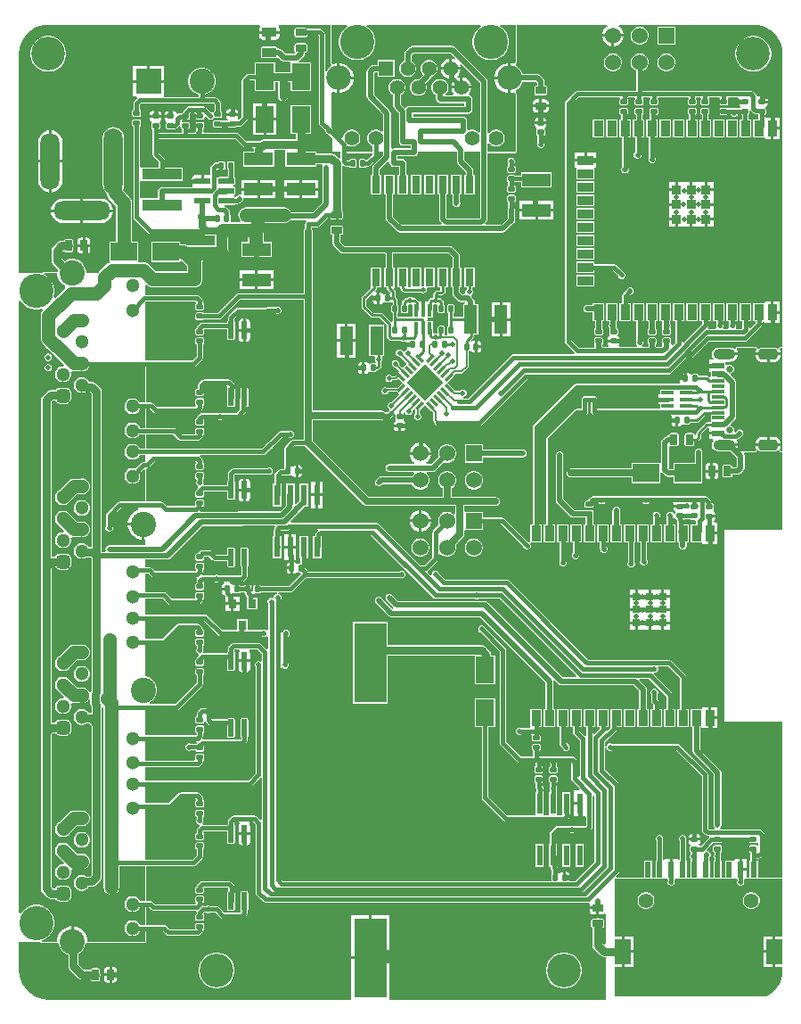
<source format=gtl>
G04*
G04 #@! TF.GenerationSoftware,Altium Limited,Altium Designer,25.4.2 (15)*
G04*
G04 Layer_Physical_Order=1*
G04 Layer_Color=255*
%FSLAX44Y44*%
%MOMM*%
G71*
G04*
G04 #@! TF.SameCoordinates,CF2555CE-50F3-4C54-A6B1-1294104F7050*
G04*
G04*
G04 #@! TF.FilePolarity,Positive*
G04*
G01*
G75*
%ADD14C,0.2540*%
%ADD19R,0.8000X0.8000*%
%ADD20R,0.9000X1.5000*%
%ADD21R,3.1700X7.5600*%
%ADD22R,3.1700X7.5000*%
G04:AMPARAMS|DCode=23|XSize=0.86mm|YSize=0.26mm|CornerRadius=0.0091mm|HoleSize=0mm|Usage=FLASHONLY|Rotation=315.000|XOffset=0mm|YOffset=0mm|HoleType=Round|Shape=RoundedRectangle|*
%AMROUNDEDRECTD23*
21,1,0.8600,0.2418,0,0,315.0*
21,1,0.8418,0.2600,0,0,315.0*
1,1,0.0182,0.2121,-0.3831*
1,1,0.0182,-0.3831,0.2121*
1,1,0.0182,-0.2121,0.3831*
1,1,0.0182,0.3831,-0.2121*
%
%ADD23ROUNDEDRECTD23*%
G04:AMPARAMS|DCode=24|XSize=0.86mm|YSize=0.26mm|CornerRadius=0.0091mm|HoleSize=0mm|Usage=FLASHONLY|Rotation=45.000|XOffset=0mm|YOffset=0mm|HoleType=Round|Shape=RoundedRectangle|*
%AMROUNDEDRECTD24*
21,1,0.8600,0.2418,0,0,45.0*
21,1,0.8418,0.2600,0,0,45.0*
1,1,0.0182,0.3831,0.2121*
1,1,0.0182,-0.2121,-0.3831*
1,1,0.0182,-0.3831,-0.2121*
1,1,0.0182,0.2121,0.3831*
%
%ADD24ROUNDEDRECTD24*%
%ADD25R,1.5000X0.9000*%
%ADD26R,0.9000X0.9000*%
%ADD27R,0.6000X1.9700*%
%ADD28R,1.1500X0.6000*%
%ADD29R,1.1500X0.3000*%
G04:AMPARAMS|DCode=30|XSize=1.45mm|YSize=0.59mm|CornerRadius=0.0738mm|HoleSize=0mm|Usage=FLASHONLY|Rotation=0.000|XOffset=0mm|YOffset=0mm|HoleType=Round|Shape=RoundedRectangle|*
%AMROUNDEDRECTD30*
21,1,1.4500,0.4425,0,0,0.0*
21,1,1.3025,0.5900,0,0,0.0*
1,1,0.1475,0.6513,-0.2213*
1,1,0.1475,-0.6513,-0.2213*
1,1,0.1475,-0.6513,0.2213*
1,1,0.1475,0.6513,0.2213*
%
%ADD30ROUNDEDRECTD30*%
%ADD31R,0.4000X1.1700*%
%ADD32R,1.1700X0.4000*%
%ADD33R,0.7600X1.7000*%
G04:AMPARAMS|DCode=34|XSize=0.7mm|YSize=1.02mm|CornerRadius=0.0875mm|HoleSize=0mm|Usage=FLASHONLY|Rotation=90.000|XOffset=0mm|YOffset=0mm|HoleType=Round|Shape=RoundedRectangle|*
%AMROUNDEDRECTD34*
21,1,0.7000,0.8450,0,0,90.0*
21,1,0.5250,1.0200,0,0,90.0*
1,1,0.1750,0.4225,0.2625*
1,1,0.1750,0.4225,-0.2625*
1,1,0.1750,-0.4225,-0.2625*
1,1,0.1750,-0.4225,0.2625*
%
%ADD34ROUNDEDRECTD34*%
G04:AMPARAMS|DCode=35|XSize=0.7mm|YSize=1.02mm|CornerRadius=0.0875mm|HoleSize=0mm|Usage=FLASHONLY|Rotation=0.000|XOffset=0mm|YOffset=0mm|HoleType=Round|Shape=RoundedRectangle|*
%AMROUNDEDRECTD35*
21,1,0.7000,0.8450,0,0,0.0*
21,1,0.5250,1.0200,0,0,0.0*
1,1,0.1750,0.2625,-0.4225*
1,1,0.1750,-0.2625,-0.4225*
1,1,0.1750,-0.2625,0.4225*
1,1,0.1750,0.2625,0.4225*
%
%ADD35ROUNDEDRECTD35*%
G04:AMPARAMS|DCode=36|XSize=1.4mm|YSize=0.9mm|CornerRadius=0.1125mm|HoleSize=0mm|Usage=FLASHONLY|Rotation=0.000|XOffset=0mm|YOffset=0mm|HoleType=Round|Shape=RoundedRectangle|*
%AMROUNDEDRECTD36*
21,1,1.4000,0.6750,0,0,0.0*
21,1,1.1750,0.9000,0,0,0.0*
1,1,0.2250,0.5875,-0.3375*
1,1,0.2250,-0.5875,-0.3375*
1,1,0.2250,-0.5875,0.3375*
1,1,0.2250,0.5875,0.3375*
%
%ADD36ROUNDEDRECTD36*%
G04:AMPARAMS|DCode=37|XSize=0.49mm|YSize=0.6mm|CornerRadius=0.049mm|HoleSize=0mm|Usage=FLASHONLY|Rotation=270.000|XOffset=0mm|YOffset=0mm|HoleType=Round|Shape=RoundedRectangle|*
%AMROUNDEDRECTD37*
21,1,0.4900,0.5020,0,0,270.0*
21,1,0.3920,0.6000,0,0,270.0*
1,1,0.0980,-0.2510,-0.1960*
1,1,0.0980,-0.2510,0.1960*
1,1,0.0980,0.2510,0.1960*
1,1,0.0980,0.2510,-0.1960*
%
%ADD37ROUNDEDRECTD37*%
G04:AMPARAMS|DCode=38|XSize=0.49mm|YSize=0.6mm|CornerRadius=0.049mm|HoleSize=0mm|Usage=FLASHONLY|Rotation=180.000|XOffset=0mm|YOffset=0mm|HoleType=Round|Shape=RoundedRectangle|*
%AMROUNDEDRECTD38*
21,1,0.4900,0.5020,0,0,180.0*
21,1,0.3920,0.6000,0,0,180.0*
1,1,0.0980,-0.1960,0.2510*
1,1,0.0980,0.1960,0.2510*
1,1,0.0980,0.1960,-0.2510*
1,1,0.0980,-0.1960,-0.2510*
%
%ADD38ROUNDEDRECTD38*%
%ADD39R,3.7000X1.1000*%
%ADD40R,0.8000X0.9000*%
%ADD41R,2.5000X1.7000*%
%ADD42R,1.7000X2.5000*%
G04:AMPARAMS|DCode=43|XSize=1.64mm|YSize=0.59mm|CornerRadius=0.0738mm|HoleSize=0mm|Usage=FLASHONLY|Rotation=90.000|XOffset=0mm|YOffset=0mm|HoleType=Round|Shape=RoundedRectangle|*
%AMROUNDEDRECTD43*
21,1,1.6400,0.4425,0,0,90.0*
21,1,1.4925,0.5900,0,0,90.0*
1,1,0.1475,0.2213,0.7463*
1,1,0.1475,0.2213,-0.7463*
1,1,0.1475,-0.2213,-0.7463*
1,1,0.1475,-0.2213,0.7463*
%
%ADD43ROUNDEDRECTD43*%
%ADD44R,0.6000X1.5000*%
%ADD45R,1.5000X2.3400*%
%ADD46R,0.5334X1.9812*%
%ADD47R,2.7200X1.2400*%
%ADD48R,1.2400X2.7200*%
%ADD98P,3.5355X4X360.0*%
%ADD99C,0.5080*%
%ADD100C,0.3810*%
%ADD101C,1.2700*%
%ADD102C,0.7620*%
%ADD103C,1.0160*%
%ADD104C,0.6350*%
%ADD105C,0.1778*%
%ADD106O,1.8000X6.3000*%
%ADD107O,1.8000X5.4000*%
%ADD108O,5.4000X1.8000*%
%ADD109C,2.4000*%
%ADD110R,2.4000X2.4000*%
G04:AMPARAMS|DCode=111|XSize=1.8mm|YSize=1mm|CornerRadius=0.25mm|HoleSize=0mm|Usage=FLASHONLY|Rotation=180.000|XOffset=0mm|YOffset=0mm|HoleType=Round|Shape=RoundedRectangle|*
%AMROUNDEDRECTD111*
21,1,1.8000,0.5000,0,0,180.0*
21,1,1.3000,1.0000,0,0,180.0*
1,1,0.5000,-0.6500,0.2500*
1,1,0.5000,0.6500,0.2500*
1,1,0.5000,0.6500,-0.2500*
1,1,0.5000,-0.6500,-0.2500*
%
%ADD111ROUNDEDRECTD111*%
%ADD112O,2.1000X1.0000*%
%ADD113C,0.6500*%
%ADD114C,1.3980*%
%ADD115R,1.3980X1.3980*%
%ADD116C,2.3550*%
%ADD117C,3.2500*%
%ADD118C,1.3000*%
G04:AMPARAMS|DCode=119|XSize=1.3mm|YSize=1.3mm|CornerRadius=0.325mm|HoleSize=0mm|Usage=FLASHONLY|Rotation=270.000|XOffset=0mm|YOffset=0mm|HoleType=Round|Shape=RoundedRectangle|*
%AMROUNDEDRECTD119*
21,1,1.3000,0.6500,0,0,270.0*
21,1,0.6500,1.3000,0,0,270.0*
1,1,0.6500,-0.3250,-0.3250*
1,1,0.6500,-0.3250,0.3250*
1,1,0.6500,0.3250,0.3250*
1,1,0.6500,0.3250,-0.3250*
%
%ADD119ROUNDEDRECTD119*%
%ADD120R,1.5300X1.5300*%
%ADD121C,1.5300*%
%ADD122C,1.4000*%
%ADD123C,3.2000*%
%ADD124C,0.5000*%
G36*
X714331Y987347D02*
X718556Y986333D01*
X722570Y984670D01*
X726275Y982400D01*
X729579Y979579D01*
X732400Y976275D01*
X734670Y972570D01*
X736333Y968556D01*
X737347Y964331D01*
X737688Y960010D01*
X737685Y960000D01*
Y682082D01*
X736121D01*
X735961Y682016D01*
X735788Y682030D01*
X735593Y681864D01*
X735355Y681765D01*
X735289Y681606D01*
X735157Y681494D01*
X734698Y680597D01*
X733409Y680310D01*
X732888Y680314D01*
X731866Y680997D01*
X730500Y681269D01*
X717500D01*
X716134Y680997D01*
X715112Y680314D01*
X714591Y680310D01*
X713302Y680597D01*
X712843Y681494D01*
X712711Y681606D01*
X712645Y681765D01*
X712407Y681864D01*
X712212Y682030D01*
X712039Y682016D01*
X711879Y682082D01*
X694770Y682082D01*
X694603Y682013D01*
X694422Y682025D01*
X694235Y681861D01*
X694005Y681765D01*
X693936Y681598D01*
X693800Y681479D01*
X693295Y680456D01*
X693107Y680318D01*
X691754Y679924D01*
X691411Y679937D01*
X690041Y680852D01*
X687700Y681318D01*
X676700D01*
X674359Y680852D01*
X672374Y679526D01*
X671048Y677541D01*
X670583Y675200D01*
X671048Y672859D01*
X672197Y671140D01*
X671897Y670153D01*
X671491Y669540D01*
X668160D01*
Y665270D01*
X676450D01*
Y662730D01*
X668160D01*
Y658460D01*
X669700D01*
Y653836D01*
X668100Y653173D01*
X667637Y653637D01*
X666886Y654138D01*
X666000Y654314D01*
X658123D01*
Y654510D01*
X657650Y655650D01*
X656510Y656123D01*
X652590D01*
X651869Y655824D01*
X651128Y655763D01*
X649938Y656181D01*
X649594Y656694D01*
X648592Y657364D01*
X647410Y657599D01*
X646720D01*
Y652000D01*
X645450D01*
Y650730D01*
X640401D01*
Y649490D01*
X640585Y648562D01*
X640180Y647709D01*
X639611Y646962D01*
X542000D01*
X540867Y646737D01*
X539906Y646094D01*
X501506Y607694D01*
X500863Y606734D01*
X500638Y605600D01*
Y513450D01*
X498100D01*
Y497104D01*
X497733Y496731D01*
X496642Y496109D01*
X495696Y496500D01*
X495689D01*
X473394Y518794D01*
X472434Y519436D01*
X471300Y519662D01*
X453050D01*
Y525350D01*
X436857D01*
X435750Y525350D01*
X435257Y526746D01*
Y530743D01*
X465000D01*
X466629Y531067D01*
X468010Y531990D01*
X468933Y533371D01*
X469257Y535000D01*
X468933Y536629D01*
X468010Y538010D01*
X466629Y538933D01*
X465000Y539257D01*
X423257D01*
Y547770D01*
X424311Y548378D01*
X425922Y549989D01*
X427061Y551961D01*
X427650Y554161D01*
Y556439D01*
X427061Y558639D01*
X425922Y560611D01*
X424311Y562222D01*
X422339Y563360D01*
X420139Y563950D01*
X417861D01*
X415661Y563360D01*
X413689Y562222D01*
X412078Y560611D01*
X410939Y558639D01*
X410350Y556439D01*
Y554161D01*
X410939Y551961D01*
X412078Y549989D01*
X413689Y548378D01*
X414743Y547770D01*
Y539257D01*
X344763D01*
X291257Y592763D01*
Y612743D01*
X357000D01*
X358629Y613067D01*
X360010Y613990D01*
X360042Y614038D01*
X363465D01*
X364598Y614263D01*
X365559Y614906D01*
X367559Y616906D01*
X368201Y617867D01*
X368255Y618136D01*
X368373Y618192D01*
X369877Y617129D01*
Y614040D01*
X370176Y613319D01*
X370237Y612578D01*
X369819Y611388D01*
X369305Y611045D01*
X368636Y610042D01*
X368401Y608860D01*
Y608170D01*
X374000D01*
X379599D01*
Y608860D01*
X379364Y610042D01*
X378694Y611045D01*
X378181Y611388D01*
X377763Y612578D01*
X377824Y613319D01*
X378123Y614040D01*
Y617960D01*
X377650Y619100D01*
X377923Y619469D01*
X379477Y619005D01*
X379639Y618612D01*
X380624Y617628D01*
X381910Y617095D01*
X383303D01*
X384589Y617628D01*
X385574Y618612D01*
X386107Y619899D01*
Y621291D01*
X386063Y621397D01*
X386935Y622413D01*
X388628Y622384D01*
X389109Y621903D01*
Y618776D01*
X389052Y618752D01*
X388068Y617768D01*
X387535Y616481D01*
Y615089D01*
X388068Y613802D01*
X389052Y612818D01*
X390339Y612285D01*
X391731D01*
X393018Y612818D01*
X394002Y613802D01*
X394535Y615089D01*
Y616481D01*
X394002Y617768D01*
X393018Y618752D01*
X392961Y618776D01*
Y621904D01*
X396955Y625897D01*
X398000Y626639D01*
X399045Y625897D01*
X404130Y620813D01*
X404965Y620467D01*
X406074Y619416D01*
Y612000D01*
X406221Y611263D01*
X406638Y610638D01*
X407078Y610199D01*
X407038Y610000D01*
X407263Y608867D01*
X407906Y607906D01*
X408867Y607263D01*
X410000Y607038D01*
X450000D01*
X451133Y607263D01*
X452094Y607906D01*
X454094Y609906D01*
X495227Y651038D01*
X630802D01*
X631936Y651264D01*
X632897Y651906D01*
X668029Y687038D01*
X702000D01*
X703133Y687263D01*
X704094Y687906D01*
X717494Y701306D01*
X718137Y702266D01*
X718362Y703400D01*
Y704869D01*
X719310Y705817D01*
X720939Y705627D01*
X721060Y704466D01*
Y704460D01*
X726830D01*
Y714500D01*
Y724540D01*
X721060D01*
Y724534D01*
X720900Y723000D01*
X719460Y723000D01*
X709900D01*
Y706000D01*
X711890D01*
X712211Y704400D01*
X707262Y699451D01*
X705662Y700114D01*
Y706000D01*
X708200D01*
Y723000D01*
X697200D01*
Y706000D01*
X699738D01*
Y699459D01*
X699241Y698962D01*
X694130D01*
X693894Y699176D01*
X693193Y700562D01*
X693500Y701304D01*
Y702696D01*
X692967Y703983D01*
X692962Y703988D01*
Y706000D01*
X695500D01*
Y723000D01*
X684500D01*
Y706000D01*
X687038D01*
Y703988D01*
X687033Y703983D01*
X686500Y702696D01*
Y701304D01*
X686807Y700562D01*
X686106Y699176D01*
X685870Y698962D01*
X682130D01*
X681894Y699176D01*
X681193Y700562D01*
X681500Y701304D01*
Y702696D01*
X680967Y703983D01*
X680962Y703988D01*
Y706000D01*
X682800D01*
Y723000D01*
X671800D01*
Y706000D01*
X675038D01*
Y703988D01*
X675033Y703983D01*
X674500Y702696D01*
Y701304D01*
X674807Y700562D01*
X674106Y699176D01*
X673870Y698962D01*
X667413D01*
X666778Y700326D01*
X666732Y700562D01*
X667337Y701467D01*
X667562Y702600D01*
Y706000D01*
X670100D01*
Y723000D01*
X659100D01*
Y706000D01*
X661638D01*
Y703827D01*
X643762Y685951D01*
X642162Y686613D01*
Y706000D01*
X644700D01*
Y723000D01*
X633700D01*
Y706000D01*
X636238D01*
Y686427D01*
X633416Y683605D01*
X631652Y684104D01*
X631511Y684699D01*
X631781Y685350D01*
Y689270D01*
X631309Y690411D01*
X630168Y690883D01*
X627842D01*
X627658Y690920D01*
X627288D01*
X627104Y690883D01*
X625148D01*
X624008Y690411D01*
X623535Y689270D01*
Y685350D01*
X623589Y685221D01*
Y682693D01*
X622505Y681609D01*
X618457D01*
X617595Y682471D01*
Y684333D01*
X617636Y684350D01*
X618109Y685490D01*
Y689410D01*
X617636Y690551D01*
X616496Y691023D01*
X614170D01*
X613986Y691059D01*
X613802Y691023D01*
X611476D01*
X610336Y690551D01*
X609863Y689410D01*
Y685490D01*
X610336Y684350D01*
X610377Y684333D01*
Y681609D01*
X604650D01*
X604288Y682380D01*
X604159Y683209D01*
X604967Y684017D01*
X605500Y685304D01*
Y686696D01*
X604967Y687983D01*
X604734Y688215D01*
Y706000D01*
X606600D01*
Y723000D01*
X595600D01*
Y706000D01*
X598810D01*
Y687446D01*
X598500Y686696D01*
Y685304D01*
X599033Y684017D01*
X599841Y683209D01*
X599712Y682380D01*
X599350Y681609D01*
X582267D01*
X581782Y683209D01*
X581926Y683306D01*
X582596Y684308D01*
X582831Y685490D01*
Y686180D01*
X577232D01*
X571633D01*
Y685490D01*
X571868Y684308D01*
X572537Y683306D01*
X572682Y683209D01*
X572196Y681609D01*
X567495D01*
X566509Y682595D01*
Y684333D01*
X566550Y684350D01*
X567023Y685490D01*
Y689410D01*
X566550Y690550D01*
X565410Y691023D01*
X563084D01*
X562900Y691059D01*
X562716Y691023D01*
X560390D01*
X559250Y690550D01*
X558777Y689410D01*
Y685490D01*
X559250Y684350D01*
X559291Y684333D01*
Y681100D01*
X559177Y680962D01*
X544227D01*
X536962Y688227D01*
Y911773D01*
X544227Y919038D01*
X582587D01*
X583202Y917438D01*
X582818Y916510D01*
Y912590D01*
X583290Y911450D01*
X584431Y910977D01*
X589451D01*
X590591Y911450D01*
X591063Y912590D01*
Y916510D01*
X590591Y917651D01*
X591227Y919038D01*
X597139D01*
X597754Y917438D01*
X597370Y916510D01*
Y912590D01*
X597842Y911450D01*
X598982Y910977D01*
X604002D01*
X605143Y911450D01*
X605615Y912590D01*
Y916510D01*
X605231Y917438D01*
X605846Y919038D01*
X611291D01*
X611906Y917438D01*
X611522Y916510D01*
Y912590D01*
X611994Y911450D01*
X613134Y910977D01*
X618154D01*
X619295Y911450D01*
X619767Y912590D01*
Y916510D01*
X619383Y917438D01*
X619998Y919038D01*
X647647D01*
X648262Y917438D01*
X647877Y916510D01*
Y912590D01*
X648350Y911450D01*
X649490Y910977D01*
X654510D01*
X655650Y911450D01*
X656123Y912590D01*
Y916510D01*
X655738Y917438D01*
X656353Y919038D01*
X659647D01*
X660262Y917438D01*
X659877Y916510D01*
Y912590D01*
X660350Y911450D01*
X661490Y910977D01*
X666510D01*
X667650Y911450D01*
X668123Y912590D01*
Y916510D01*
X667738Y917438D01*
X668353Y919038D01*
X677647D01*
X678262Y917438D01*
X677877Y916510D01*
Y912590D01*
X678350Y911450D01*
X679490Y910977D01*
X684510D01*
X685650Y911450D01*
X686123Y912590D01*
Y916510D01*
X685738Y917438D01*
X686353Y919038D01*
X695611D01*
X696180Y918291D01*
X696585Y917438D01*
X696401Y916510D01*
Y915820D01*
X702000D01*
Y913280D01*
X696401D01*
Y912590D01*
X696636Y911408D01*
X697306Y910406D01*
X697819Y910062D01*
X697868Y909923D01*
X697409Y908412D01*
X685708D01*
X685650Y908550D01*
X684510Y909023D01*
X679490D01*
X678350Y908550D01*
X677877Y907410D01*
Y903490D01*
X678350Y902350D01*
X679490Y901877D01*
X684510D01*
X685650Y902350D01*
X685708Y902488D01*
X688838D01*
X689033Y902017D01*
X690017Y901033D01*
X691304Y900500D01*
X692696D01*
X693983Y901033D01*
X694967Y902017D01*
X695162Y902488D01*
X698292D01*
X698350Y902350D01*
X699388Y901919D01*
Y898000D01*
X697200D01*
Y881000D01*
X708200D01*
Y898000D01*
X705312D01*
Y902209D01*
X705650Y902350D01*
X706123Y903490D01*
Y905921D01*
X707723Y906406D01*
X707906Y906133D01*
X710137Y903901D01*
X711098Y903259D01*
X712232Y903033D01*
X714066D01*
X714350Y902350D01*
X715033Y902066D01*
Y898000D01*
X709900D01*
Y881000D01*
X720900Y881000D01*
X721060Y879466D01*
Y879460D01*
X726830D01*
Y889500D01*
Y899540D01*
X721060Y899540D01*
X720957Y901097D01*
Y902062D01*
X721650Y902350D01*
X722123Y903490D01*
Y907410D01*
X721824Y908131D01*
X721763Y908872D01*
X722181Y910062D01*
X722694Y910406D01*
X723364Y911408D01*
X723599Y912590D01*
Y913280D01*
X718000D01*
Y914550D01*
X716730D01*
Y919599D01*
X715490D01*
X714562Y919415D01*
X714062Y919525D01*
X712853Y920316D01*
X712737Y920902D01*
X712094Y921863D01*
X709863Y924094D01*
X708902Y924736D01*
X707768Y924962D01*
X604962D01*
Y943839D01*
X605339Y943940D01*
X607311Y945078D01*
X608922Y946689D01*
X610061Y948661D01*
X610650Y950861D01*
Y953139D01*
X610061Y955339D01*
X608922Y957311D01*
X607311Y958922D01*
X605339Y960061D01*
X603139Y960650D01*
X600861D01*
X598661Y960061D01*
X596689Y958922D01*
X595078Y957311D01*
X593940Y955339D01*
X593350Y953139D01*
Y950861D01*
X593940Y948661D01*
X595078Y946689D01*
X596689Y945078D01*
X598661Y943940D01*
X599038Y943839D01*
Y924962D01*
X543000D01*
X541866Y924736D01*
X540906Y924094D01*
X531906Y915094D01*
X531264Y914134D01*
X531038Y913000D01*
Y687000D01*
X531264Y685866D01*
X531906Y684906D01*
X540249Y676562D01*
X539586Y674962D01*
X482000D01*
X480867Y674736D01*
X479906Y674094D01*
X438773Y632962D01*
X434846D01*
X434696Y634500D01*
X435983Y635033D01*
X436967Y636017D01*
X437500Y637304D01*
Y638696D01*
X436967Y639983D01*
X435983Y640967D01*
X434696Y641500D01*
X433304D01*
X432017Y640967D01*
X431033Y639983D01*
X431009Y639926D01*
X426584D01*
X425533Y641035D01*
X425187Y641870D01*
X420103Y646955D01*
X419361Y648000D01*
X420103Y649045D01*
X425187Y654130D01*
X425533Y654965D01*
X425484Y655083D01*
X427103Y656702D01*
X432628D01*
X433365Y656848D01*
X433990Y657266D01*
X438812Y662088D01*
X438812Y662088D01*
X439229Y662713D01*
X439376Y663450D01*
Y677877D01*
X439410D01*
X440131Y678176D01*
X440872Y678237D01*
X442062Y677819D01*
X442406Y677306D01*
X443408Y676636D01*
X444590Y676401D01*
X445280D01*
Y682000D01*
Y687599D01*
X444590D01*
X443408Y687364D01*
X442406Y686694D01*
X441798Y686882D01*
X441648Y688254D01*
X441762Y688489D01*
X443637Y690363D01*
X444138Y691114D01*
X444314Y692000D01*
Y693400D01*
X448800D01*
Y722600D01*
X445209D01*
Y725024D01*
X444935Y726405D01*
X444152Y727576D01*
X442297Y729431D01*
X441983Y731033D01*
X442967Y732017D01*
X443500Y733304D01*
Y734696D01*
X442967Y735983D01*
X442539Y736410D01*
Y738500D01*
X445250D01*
Y757500D01*
X435650D01*
Y738500D01*
X437910D01*
Y736860D01*
X437033Y735983D01*
X436500Y734696D01*
Y733304D01*
X436539Y733209D01*
X435470Y731609D01*
X433495D01*
X431359Y733745D01*
Y738500D01*
X432550D01*
Y757500D01*
X431359D01*
Y768250D01*
X431085Y769631D01*
X430302Y770802D01*
X424552Y776552D01*
X423381Y777335D01*
X422000Y777609D01*
X321495D01*
X317609Y781495D01*
Y788113D01*
X318225D01*
X318957Y788259D01*
X319577Y788673D01*
X319991Y789293D01*
X320137Y790025D01*
Y795275D01*
X319991Y796007D01*
X319577Y796627D01*
X318957Y797041D01*
X318225Y797187D01*
X309775D01*
X309043Y797041D01*
X308423Y796627D01*
X308009Y796007D01*
X307863Y795275D01*
Y790025D01*
X308009Y789293D01*
X308423Y788673D01*
X309043Y788259D01*
X309775Y788113D01*
X310391D01*
Y780000D01*
X310665Y778619D01*
X311448Y777448D01*
X317448Y771448D01*
X318619Y770665D01*
X320000Y770391D01*
X320000Y770391D01*
X359779D01*
X360641Y769529D01*
Y757500D01*
X359450D01*
Y738500D01*
X361685D01*
Y738000D01*
X361862Y737114D01*
X362363Y736363D01*
X365129Y733598D01*
X364691Y732555D01*
X364341Y732123D01*
X360590D01*
X359869Y731824D01*
X359128Y731763D01*
X357938Y732181D01*
X357594Y732694D01*
X356592Y733364D01*
X355410Y733599D01*
X354720D01*
Y728000D01*
Y722401D01*
X355410D01*
X356592Y722636D01*
X357594Y723306D01*
X357938Y723819D01*
X359128Y724237D01*
X359869Y724176D01*
X360590Y723877D01*
X364510D01*
X365650Y724350D01*
X367136Y723754D01*
Y721976D01*
X366350Y721650D01*
X365877Y720510D01*
Y715490D01*
X366350Y714350D01*
X367136Y714024D01*
Y706273D01*
X365965Y705776D01*
X365536Y705738D01*
X357637Y713637D01*
X356886Y714138D01*
X356000Y714314D01*
X348959D01*
X342314Y720959D01*
Y727041D01*
X347014Y731741D01*
X348489Y730953D01*
X348401Y730510D01*
Y729270D01*
X352180D01*
Y733599D01*
X351490D01*
X351047Y733511D01*
X350259Y734986D01*
X351637Y736363D01*
X352138Y737114D01*
X352314Y738000D01*
Y738500D01*
X356350D01*
Y757500D01*
X346750D01*
Y738500D01*
X346750Y738500D01*
X346750D01*
X345971Y737244D01*
X338363Y729637D01*
X337862Y728886D01*
X337686Y728000D01*
Y720000D01*
X337862Y719114D01*
X338363Y718363D01*
X346363Y710363D01*
X347114Y709862D01*
X348000Y709686D01*
X355041D01*
X361685Y703041D01*
Y692000D01*
X361862Y691114D01*
X362363Y690363D01*
X364363Y688363D01*
X365114Y687862D01*
X366000Y687685D01*
X375365D01*
X376017Y687033D01*
X377304Y686500D01*
X378696D01*
X379388Y686787D01*
X379604Y686749D01*
X380826Y685988D01*
X380951Y685834D01*
Y685270D01*
X386000D01*
Y682730D01*
X380951D01*
Y681490D01*
X381049Y680994D01*
X381170Y680288D01*
X380127Y679013D01*
X380017Y678967D01*
X379033Y677983D01*
X378866Y677580D01*
X377134D01*
X376967Y677983D01*
X375983Y678967D01*
X374696Y679500D01*
X373304D01*
X372017Y678967D01*
X371033Y677983D01*
X370500Y676696D01*
Y675304D01*
X371033Y674017D01*
X372017Y673033D01*
X373304Y672500D01*
X374544D01*
X380639Y666405D01*
X380064Y664870D01*
X379729Y664637D01*
X379593Y664581D01*
X377884Y662871D01*
X377828Y662736D01*
X377727Y662591D01*
X376059Y662058D01*
X373299Y664818D01*
X373500Y665304D01*
Y666696D01*
X372967Y667983D01*
X371983Y668967D01*
X370696Y669500D01*
X369304D01*
X368017Y668967D01*
X367033Y667983D01*
X366500Y666696D01*
Y665304D01*
X367033Y664017D01*
X368017Y663033D01*
X369304Y662500D01*
X370170D01*
X373336Y659334D01*
X372802Y657666D01*
X372658Y657566D01*
X372522Y657510D01*
X370812Y655800D01*
X370669Y655453D01*
X369142Y653926D01*
X366991D01*
X366967Y653983D01*
X365983Y654967D01*
X364696Y655500D01*
X363304D01*
X362017Y654967D01*
X361033Y653983D01*
X360500Y652696D01*
Y651304D01*
X361033Y650017D01*
X362017Y649033D01*
X363304Y648500D01*
X364696D01*
X365983Y649033D01*
X366967Y650017D01*
X366991Y650074D01*
X369940D01*
X370677Y650221D01*
X371302Y650638D01*
X372803Y652140D01*
X375897Y649045D01*
X376639Y648000D01*
X375897Y646955D01*
X371903Y642961D01*
X361989D01*
X361983Y642967D01*
X360696Y643500D01*
X359304D01*
X358017Y642967D01*
X357033Y641983D01*
X356500Y640696D01*
Y639304D01*
X357033Y638017D01*
X358017Y637033D01*
X359304Y636500D01*
X360696D01*
X361983Y637033D01*
X362967Y638017D01*
X363419Y639109D01*
X371903D01*
X372522Y638490D01*
X372658Y638434D01*
X373054Y638159D01*
X373639Y636666D01*
X366473Y629500D01*
X365304D01*
X364017Y628967D01*
X363033Y627983D01*
X362500Y626696D01*
Y625304D01*
X363033Y624017D01*
X363854Y623196D01*
X363895Y623070D01*
X363914Y622219D01*
X363809Y621387D01*
X363370Y621094D01*
X362238Y619962D01*
X360042D01*
X360010Y620010D01*
X358629Y620933D01*
X357000Y621257D01*
X291257D01*
Y728980D01*
Y791000D01*
X290933Y792629D01*
X290103Y793870D01*
X290485Y795470D01*
X295432D01*
X296566Y795696D01*
X297526Y796338D01*
X305577Y804388D01*
X307930D01*
X308009Y803993D01*
X308423Y803373D01*
X309043Y802959D01*
X309775Y802813D01*
X312152D01*
X314000Y802446D01*
X315848Y802813D01*
X318225D01*
X318957Y802959D01*
X319577Y803373D01*
X319991Y803993D01*
X320137Y804725D01*
Y809975D01*
X319991Y810707D01*
X319577Y811327D01*
X318957Y811741D01*
X318904Y811752D01*
Y853763D01*
X320382Y854376D01*
X320852Y853906D01*
X321813Y853263D01*
X322947Y853038D01*
X326064D01*
X326350Y852350D01*
X327490Y851877D01*
X331410D01*
X332550Y852350D01*
X333023Y853490D01*
Y858510D01*
X332550Y859650D01*
X331410Y860123D01*
X327490D01*
X326350Y859650D01*
X326064Y858962D01*
X324174D01*
X323677Y859459D01*
Y865918D01*
X347833D01*
X348129Y864318D01*
X343405Y859594D01*
X341650Y859650D01*
X340510Y860123D01*
X336590D01*
X335450Y859650D01*
X334977Y858510D01*
Y853490D01*
X335450Y852350D01*
X336590Y851877D01*
X340510D01*
X341650Y852350D01*
X341936Y853038D01*
X344000D01*
X345134Y853263D01*
X346094Y853906D01*
X353394Y861206D01*
X354036Y862167D01*
X354262Y863300D01*
Y867000D01*
X358391D01*
Y863495D01*
X348998Y854102D01*
X348215Y852931D01*
X347941Y851550D01*
Y845500D01*
X346750D01*
Y826500D01*
X356350D01*
Y845500D01*
X355159D01*
Y850055D01*
X362993Y857888D01*
X364471Y857276D01*
Y856540D01*
X364745Y855159D01*
X365528Y853988D01*
X366699Y853205D01*
X368080Y852931D01*
X373341D01*
Y845500D01*
X372150D01*
Y826500D01*
X381750D01*
Y845500D01*
X380559D01*
Y856540D01*
X380285Y857921D01*
X379502Y859092D01*
X378331Y859875D01*
X376950Y860150D01*
X371689D01*
Y863091D01*
X387830D01*
X389211Y863365D01*
X390382Y864148D01*
X391165Y865319D01*
X391439Y866700D01*
Y867000D01*
X428391D01*
Y858000D01*
X428665Y856619D01*
X429448Y855448D01*
X436841Y848055D01*
Y845500D01*
X435650D01*
Y826500D01*
X445250D01*
Y845500D01*
X444059D01*
Y849550D01*
X443785Y850931D01*
X443002Y852102D01*
X435609Y859495D01*
Y867000D01*
X450391D01*
Y804551D01*
X449529Y803689D01*
X419521D01*
X418659Y804551D01*
Y826500D01*
X419850D01*
Y845500D01*
X410250D01*
Y826500D01*
X411441D01*
Y803056D01*
X411715Y801675D01*
X412498Y800504D01*
X413914Y799088D01*
X413302Y797609D01*
X375495D01*
X367859Y805245D01*
Y826500D01*
X369050D01*
Y845500D01*
X359450D01*
Y826500D01*
X360641D01*
Y803750D01*
X360915Y802369D01*
X361698Y801198D01*
X371448Y791448D01*
X372619Y790665D01*
X374000Y790391D01*
X472000D01*
X473381Y790665D01*
X474552Y791448D01*
X482552Y799448D01*
X483335Y800619D01*
X483609Y802000D01*
Y812000D01*
X483335Y813381D01*
X482962Y813939D01*
Y819288D01*
X483650Y819573D01*
X484123Y820713D01*
Y824633D01*
X483650Y825774D01*
X482510Y826246D01*
X477490D01*
X476350Y825774D01*
X475877Y824633D01*
Y820713D01*
X476350Y819573D01*
X477038Y819288D01*
Y813939D01*
X476665Y813381D01*
X476391Y812000D01*
Y803495D01*
X470505Y797609D01*
X455748D01*
X455136Y799088D01*
X456552Y800504D01*
X457335Y801675D01*
X457609Y803056D01*
Y865918D01*
X484000D01*
X484765Y866235D01*
X485082Y867000D01*
Y922151D01*
X485054Y922220D01*
X485073Y922292D01*
X484899Y922594D01*
X484765Y922916D01*
X484696Y922945D01*
X484659Y923010D01*
X484000Y923515D01*
Y925640D01*
X486144Y926877D01*
X488522Y929256D01*
X490204Y932169D01*
X490559Y933491D01*
X503405D01*
X504391Y932505D01*
Y929887D01*
X503775D01*
X503043Y929741D01*
X502423Y929327D01*
X502009Y928707D01*
X501863Y927975D01*
Y922725D01*
X502009Y921993D01*
X502423Y921373D01*
X503043Y920959D01*
X503775Y920813D01*
X512225D01*
X512957Y920959D01*
X513577Y921373D01*
X513991Y921993D01*
X514137Y922725D01*
Y927975D01*
X513991Y928707D01*
X513577Y929327D01*
X512957Y929741D01*
X512225Y929887D01*
X511609D01*
Y934000D01*
X511335Y935381D01*
X510552Y936552D01*
X507452Y939652D01*
X506281Y940435D01*
X504900Y940709D01*
X490559D01*
X490204Y942031D01*
X488522Y944944D01*
X486144Y947322D01*
X484000Y948560D01*
Y950685D01*
X484659Y951190D01*
X484696Y951255D01*
X484765Y951284D01*
X484899Y951606D01*
X485073Y951908D01*
X485054Y951980D01*
X485082Y952049D01*
Y987685D01*
X486682Y987685D01*
X570835Y987685D01*
X571264Y986086D01*
X570343Y985554D01*
X568446Y983657D01*
X567104Y981333D01*
X566410Y978742D01*
Y978670D01*
X576600D01*
X586790D01*
Y978742D01*
X586096Y981333D01*
X584754Y983657D01*
X582857Y985554D01*
X581936Y986086D01*
X582365Y987685D01*
X710000D01*
X710010Y987688D01*
X714331Y987347D01*
D02*
G37*
G36*
X484000Y952049D02*
X482400Y950821D01*
X480185Y951415D01*
X479570D01*
Y937100D01*
Y922785D01*
X480185D01*
X482400Y923379D01*
X484000Y922151D01*
Y867000D01*
X457609D01*
Y874660D01*
X459196Y875091D01*
X459209Y875091D01*
X460694Y873606D01*
X462516Y872554D01*
X464548Y872010D01*
X466652D01*
X468684Y872554D01*
X470506Y873606D01*
X471994Y875094D01*
X473046Y876916D01*
X473590Y878948D01*
Y881052D01*
X473046Y883084D01*
X471994Y884906D01*
X470506Y886394D01*
X468684Y887446D01*
X466652Y887990D01*
X464548D01*
X462516Y887446D01*
X460694Y886394D01*
X459209Y884909D01*
X459196Y884909D01*
X457609Y885340D01*
Y934000D01*
X457335Y935381D01*
X456552Y936552D01*
X426552Y966552D01*
X425381Y967335D01*
X424000Y967609D01*
X386000D01*
X384619Y967335D01*
X383448Y966552D01*
X379448Y962552D01*
X378665Y961381D01*
X378391Y960000D01*
Y953373D01*
X376694Y952394D01*
X375206Y950906D01*
X374155Y949084D01*
X373610Y947052D01*
Y944948D01*
X374155Y942916D01*
X375206Y941094D01*
X376694Y939606D01*
X378516Y938555D01*
X380548Y938010D01*
X382652D01*
X384684Y938555D01*
X386506Y939606D01*
X387994Y941094D01*
X389045Y942916D01*
X389590Y944948D01*
Y947052D01*
X389045Y949084D01*
X387994Y950906D01*
X386506Y952394D01*
X385609Y952911D01*
Y958505D01*
X387495Y960391D01*
X422505D01*
X426461Y956434D01*
X425633Y955000D01*
X423670Y955526D01*
Y947270D01*
X431926D01*
X431400Y949233D01*
X432835Y950061D01*
X450391Y932505D01*
Y885774D01*
X450050Y885546D01*
X448791Y885209D01*
X447606Y886394D01*
X445784Y887446D01*
X443752Y887990D01*
X441648D01*
X439616Y887446D01*
X439465Y887359D01*
X437865Y888282D01*
Y896608D01*
X437591Y897989D01*
X436808Y899160D01*
X435637Y899942D01*
X434256Y900217D01*
X386639D01*
Y903158D01*
X439180D01*
X440561Y903433D01*
X441732Y904216D01*
X442515Y905387D01*
X442789Y906768D01*
Y916928D01*
X442515Y918309D01*
X441732Y919480D01*
X440561Y920262D01*
X440429Y920289D01*
X439902Y922025D01*
X440226Y922348D01*
X441481Y924521D01*
X442126Y926930D01*
X432600D01*
X423074D01*
X423719Y924521D01*
X424974Y922348D01*
X425185Y922137D01*
X424523Y920537D01*
X417995D01*
X417839Y920760D01*
X417437Y922137D01*
X418594Y923294D01*
X419646Y925116D01*
X420190Y927148D01*
Y929252D01*
X419646Y931284D01*
X418594Y933106D01*
X417106Y934594D01*
X415284Y935646D01*
X413252Y936190D01*
X411148D01*
X409116Y935646D01*
X407294Y934594D01*
X405806Y933106D01*
X404754Y931284D01*
X404210Y929252D01*
Y927148D01*
X404754Y925116D01*
X405806Y923294D01*
X407294Y921806D01*
X408591Y921058D01*
Y916928D01*
X408865Y915546D01*
X409648Y914376D01*
X410819Y913593D01*
X412200Y913318D01*
X435571D01*
Y910377D01*
X383030D01*
X381649Y910102D01*
X380478Y909320D01*
X380305Y909062D01*
X378316Y908789D01*
X375009Y912095D01*
Y921058D01*
X376306Y921806D01*
X377794Y923294D01*
X378845Y925116D01*
X379390Y927148D01*
Y929252D01*
X378845Y931284D01*
X377794Y933106D01*
X376306Y934594D01*
X374484Y935646D01*
X372452Y936190D01*
X370348D01*
X368316Y935646D01*
X366494Y934594D01*
X365006Y933106D01*
X363955Y931284D01*
X363410Y929252D01*
Y927148D01*
X363955Y925116D01*
X365006Y923294D01*
X366494Y921806D01*
X367791Y921058D01*
Y910600D01*
X368065Y909219D01*
X368848Y908048D01*
X373341Y903555D01*
Y886437D01*
Y876860D01*
X373615Y875479D01*
X374398Y874308D01*
X375569Y873525D01*
X376950Y873251D01*
X384221D01*
Y870310D01*
X368080D01*
X367209Y870136D01*
X365609Y871085D01*
Y904000D01*
X365335Y905381D01*
X364552Y906552D01*
X349609Y921495D01*
Y941529D01*
X350471Y942391D01*
X353210D01*
Y938010D01*
X369190D01*
Y953990D01*
X353210D01*
Y949609D01*
X348976D01*
X347595Y949335D01*
X346424Y948552D01*
X343448Y945576D01*
X342665Y944405D01*
X342391Y943024D01*
Y920000D01*
X342665Y918619D01*
X343448Y917448D01*
X358391Y902505D01*
Y886472D01*
X356791Y885809D01*
X356206Y886394D01*
X354384Y887446D01*
X352352Y887990D01*
X350248D01*
X348216Y887446D01*
X346394Y886394D01*
X344906Y884906D01*
X343854Y883084D01*
X343310Y881052D01*
Y878948D01*
X343854Y876916D01*
X344906Y875094D01*
X346394Y873606D01*
X348216Y872554D01*
X348338Y872522D01*
Y867000D01*
X323677D01*
Y871901D01*
X325063Y872701D01*
X325316Y872554D01*
X327348Y872010D01*
X329452D01*
X331484Y872554D01*
X333306Y873606D01*
X334794Y875094D01*
X335845Y876916D01*
X336390Y878948D01*
Y881052D01*
X335845Y883084D01*
X334794Y884906D01*
X333306Y886394D01*
X331484Y887446D01*
X329452Y887990D01*
X327348D01*
X325316Y887446D01*
X323494Y886394D01*
X322006Y884906D01*
X320955Y883084D01*
X320410Y881052D01*
Y880448D01*
X318810Y879785D01*
X310218Y888377D01*
X309967Y888983D01*
X309000Y889950D01*
Y922799D01*
X310600Y923647D01*
X313815Y922785D01*
X314430D01*
Y937100D01*
Y951415D01*
X313815D01*
X310600Y950553D01*
X309000Y951401D01*
Y987685D01*
X323944D01*
X324429Y986086D01*
X322504Y984799D01*
X320101Y982396D01*
X318213Y979571D01*
X316913Y976432D01*
X316250Y973099D01*
Y969701D01*
X316913Y966368D01*
X318213Y963229D01*
X320101Y960404D01*
X322504Y958001D01*
X325329Y956113D01*
X328468Y954813D01*
X331801Y954150D01*
X335199D01*
X338532Y954813D01*
X341671Y956113D01*
X344496Y958001D01*
X346899Y960404D01*
X348787Y963229D01*
X350087Y966368D01*
X350750Y969701D01*
Y973099D01*
X350087Y976432D01*
X348787Y979571D01*
X346899Y982396D01*
X344496Y984799D01*
X342571Y986086D01*
X343056Y987685D01*
X450944D01*
X451429Y986086D01*
X449504Y984799D01*
X447101Y982396D01*
X445213Y979571D01*
X443913Y976432D01*
X443250Y973099D01*
Y969701D01*
X443913Y966368D01*
X445213Y963229D01*
X447101Y960404D01*
X449504Y958001D01*
X452329Y956113D01*
X455468Y954813D01*
X458801Y954150D01*
X462199D01*
X465532Y954813D01*
X468671Y956113D01*
X471496Y958001D01*
X473899Y960404D01*
X475787Y963229D01*
X477087Y966368D01*
X477750Y969701D01*
Y973099D01*
X477087Y976432D01*
X475787Y979571D01*
X473899Y982396D01*
X471496Y984799D01*
X469571Y986086D01*
X470056Y987685D01*
X484000D01*
Y952049D01*
D02*
G37*
G36*
X40000Y987685D02*
X240485Y987685D01*
X240642Y987503D01*
X241194Y986086D01*
X240673Y985305D01*
X240388Y983875D01*
Y981770D01*
X259612D01*
Y983875D01*
X259327Y985305D01*
X258806Y986086D01*
X259358Y987503D01*
X259515Y987685D01*
X307918D01*
Y951401D01*
X307981Y951248D01*
X307965Y951083D01*
X308134Y950880D01*
X308235Y950636D01*
X308388Y950573D01*
X308493Y950445D01*
X309388Y949971D01*
X309407Y948218D01*
X307856Y947322D01*
X305478Y944944D01*
X304562Y943358D01*
X302962Y943787D01*
Y978718D01*
X302736Y979852D01*
X302094Y980812D01*
X299862Y983044D01*
X298902Y983686D01*
X297768Y983912D01*
X285854D01*
X285577Y984327D01*
X284957Y984741D01*
X284225Y984887D01*
X275775D01*
X275043Y984741D01*
X274423Y984327D01*
X274009Y983707D01*
X273863Y982975D01*
Y977725D01*
X274009Y976993D01*
X274423Y976373D01*
X275043Y975959D01*
X275775Y975813D01*
X284225D01*
X284957Y975959D01*
X285577Y976373D01*
X285991Y976993D01*
X286137Y977725D01*
Y977988D01*
X296541D01*
X297038Y977491D01*
Y894406D01*
X297264Y893273D01*
X297906Y892312D01*
X303500Y886718D01*
Y886304D01*
X304033Y885017D01*
X305017Y884033D01*
X306304Y883500D01*
X306718D01*
X310000Y880218D01*
Y868000D01*
X309000Y867000D01*
X317753D01*
Y861382D01*
X316153Y860719D01*
X313004Y863868D01*
X311413Y864931D01*
X309536Y865304D01*
X294600D01*
Y867600D01*
X284904D01*
Y874000D01*
Y884500D01*
X289500D01*
Y911500D01*
X270500D01*
Y884500D01*
X275096D01*
Y878904D01*
X244464D01*
X242587Y878531D01*
X240996Y877468D01*
X240490Y876962D01*
X228227D01*
X220681Y884508D01*
X219720Y885150D01*
X218586Y885376D01*
X188545D01*
X187139Y886509D01*
Y888342D01*
X187828Y888627D01*
X188300Y889768D01*
Y893688D01*
X187828Y894828D01*
X186688Y895300D01*
X181667D01*
X180527Y894828D01*
X180055Y893688D01*
Y889768D01*
X180527Y888627D01*
X180419Y886940D01*
X178855Y885376D01*
X173139D01*
Y888342D01*
X173828Y888627D01*
X174300Y889768D01*
Y893688D01*
X173828Y894828D01*
X172687Y895300D01*
X167668D01*
X166297Y896099D01*
X166573Y896601D01*
X167653Y897261D01*
X167668Y897255D01*
X172687D01*
X173828Y897727D01*
X174300Y898867D01*
Y902787D01*
X175233Y904038D01*
X179122D01*
X180055Y902787D01*
Y898867D01*
X180527Y897727D01*
X181667Y897255D01*
X186688D01*
X187828Y897727D01*
X188300Y898867D01*
Y899291D01*
X189900Y900262D01*
X190688Y899851D01*
X191033Y899017D01*
X192017Y898033D01*
X193304Y897500D01*
X194696D01*
X195983Y898033D01*
X196967Y899017D01*
X198490Y898977D01*
X203510D01*
X204650Y899450D01*
X205123Y900590D01*
Y904510D01*
X204650Y905650D01*
X203962Y905936D01*
Y913000D01*
X203736Y914134D01*
X203094Y915094D01*
X200094Y918094D01*
X199133Y918736D01*
X198000Y918962D01*
X188962D01*
Y921335D01*
X191018Y921886D01*
X193982Y923597D01*
X196403Y926018D01*
X198114Y928982D01*
X199000Y932289D01*
Y935712D01*
X198114Y939018D01*
X196403Y941982D01*
X193982Y944403D01*
X191018Y946114D01*
X187712Y947000D01*
X184289D01*
X180982Y946114D01*
X178018Y944403D01*
X175597Y941982D01*
X173886Y939018D01*
X173000Y935712D01*
Y932289D01*
X173886Y928982D01*
X175597Y926018D01*
X178018Y923597D01*
X180982Y921886D01*
X183038Y921335D01*
Y919459D01*
X182541Y918962D01*
X151134D01*
X149740Y919460D01*
X149740Y920562D01*
Y932730D01*
X135200D01*
X120660D01*
Y919460D01*
X124069D01*
X124478Y918793D01*
X124671Y917860D01*
X121906Y915094D01*
X121264Y914134D01*
X121038Y913000D01*
Y906936D01*
X120350Y906650D01*
X119877Y905510D01*
Y901590D01*
X120350Y900450D01*
X121490Y899977D01*
X126510D01*
X127650Y900450D01*
X128123Y901590D01*
Y905510D01*
X127650Y906650D01*
X126962Y906936D01*
Y911773D01*
X128227Y913038D01*
X196773D01*
X198038Y911773D01*
Y905936D01*
X197350Y905650D01*
X197119Y905094D01*
X196465Y904445D01*
X195277Y904259D01*
X194696Y904500D01*
X194689D01*
X190094Y909094D01*
X189133Y909736D01*
X188000Y909962D01*
X173504D01*
X172371Y909736D01*
X171410Y909094D01*
X169178Y906862D01*
X168536Y905902D01*
X168311Y904768D01*
Y904400D01*
X167668D01*
X166527Y903928D01*
X166320Y903427D01*
X164915D01*
X163781Y903201D01*
X163330Y902900D01*
X163264Y902895D01*
X161888Y903373D01*
X161612Y903614D01*
X161542Y903970D01*
X160872Y904972D01*
X159870Y905642D01*
X158687Y905877D01*
X157447D01*
Y900827D01*
X156177D01*
Y899557D01*
X150578D01*
Y898867D01*
X150813Y897685D01*
X151483Y896683D01*
X151996Y896340D01*
X152414Y895150D01*
X152353Y894408D01*
X152055Y893688D01*
Y889768D01*
X152527Y888627D01*
X153667Y888155D01*
X158687D01*
X159828Y888627D01*
X159885Y888766D01*
X160368D01*
X161501Y888991D01*
X162462Y889633D01*
X164455Y891626D01*
X165403Y891426D01*
X166055Y891022D01*
Y889768D01*
X166527Y888627D01*
X167216Y888342D01*
Y885376D01*
X145139D01*
Y888342D01*
X145828Y888627D01*
X146300Y889768D01*
Y893688D01*
X146002Y894408D01*
X145941Y895150D01*
X146358Y896340D01*
X146872Y896683D01*
X147542Y897685D01*
X147777Y898867D01*
Y899557D01*
X142177D01*
X136578D01*
Y898867D01*
X136813Y897685D01*
X137483Y896683D01*
X137997Y896340D01*
X138414Y895150D01*
X138353Y894408D01*
X138055Y893688D01*
Y889768D01*
X138527Y888627D01*
X139216Y888342D01*
Y882414D01*
Y864822D01*
X139441Y863689D01*
X140083Y862728D01*
X145038Y857773D01*
Y852250D01*
X128500D01*
Y852250D01*
X126962Y852400D01*
Y891064D01*
X127650Y891350D01*
X128123Y892490D01*
Y896410D01*
X127650Y897550D01*
X126510Y898023D01*
X121490D01*
X120350Y897550D01*
X119877Y896410D01*
Y892490D01*
X120350Y891350D01*
X121038Y891064D01*
Y805000D01*
X121264Y803867D01*
X121906Y802906D01*
X134906Y789906D01*
X135867Y789264D01*
X137000Y789038D01*
X187112D01*
X187160Y788990D01*
X188541Y788067D01*
X190170Y787743D01*
X198506D01*
X198526Y787717D01*
Y778413D01*
X171876D01*
X171867Y778420D01*
X170079Y779161D01*
X168160Y779413D01*
X165500D01*
Y781500D01*
X138500D01*
Y762500D01*
X165500D01*
Y762753D01*
X167100Y763416D01*
X171597Y758919D01*
Y753413D01*
X142153D01*
X135324Y760242D01*
X133789Y761420D01*
X132001Y762161D01*
X130082Y762413D01*
X127064D01*
X125500Y762500D01*
X125500Y764013D01*
Y781500D01*
X119413D01*
Y819000D01*
X119161Y820919D01*
X118420Y822707D01*
X117242Y824242D01*
X110821Y830664D01*
X111743Y832889D01*
X112086Y835500D01*
Y880500D01*
X111743Y883111D01*
X110735Y885543D01*
X109132Y887632D01*
X107043Y889235D01*
X104611Y890243D01*
X102000Y890586D01*
X99389Y890243D01*
X96957Y889235D01*
X94868Y887632D01*
X93265Y885543D01*
X92257Y883111D01*
X91914Y880500D01*
Y835500D01*
X92257Y832889D01*
X93265Y830457D01*
X94868Y828368D01*
X95627Y827785D01*
X95853Y826067D01*
X96594Y824279D01*
X97772Y822744D01*
X104587Y815929D01*
Y781500D01*
X98500D01*
X98500Y763422D01*
X98089Y762215D01*
X97257Y761637D01*
X96733Y761420D01*
X95197Y760242D01*
X87758Y752803D01*
X87142Y752000D01*
X75900D01*
Y754162D01*
X75014Y757468D01*
X73303Y760432D01*
X70882Y762853D01*
X67918Y764564D01*
X64612Y765450D01*
X61189D01*
X57882Y764564D01*
X55656Y763279D01*
X52904Y766031D01*
Y771505D01*
X53574Y772175D01*
X55323Y772423D01*
X55943Y772009D01*
X56675Y771863D01*
X61925D01*
X62657Y772009D01*
X63277Y772423D01*
X63691Y773043D01*
X63837Y773775D01*
Y776152D01*
X64204Y778000D01*
X63837Y779848D01*
Y782225D01*
X63691Y782957D01*
X63277Y783577D01*
X62657Y783991D01*
X61925Y784137D01*
X56675D01*
X55943Y783991D01*
X55323Y783577D01*
X54909Y782957D01*
X54898Y782904D01*
X52464D01*
X50587Y782531D01*
X48996Y781468D01*
X44532Y777004D01*
X43469Y775413D01*
X43096Y773536D01*
Y764000D01*
X43469Y762123D01*
X44532Y760532D01*
X49545Y755519D01*
X49297Y753690D01*
X48360Y753082D01*
X36092D01*
X35800Y752962D01*
X35490Y752900D01*
X35429Y752808D01*
X35326Y752765D01*
X35205Y752474D01*
X35030Y752211D01*
X34988Y752000D01*
X12314D01*
Y960000D01*
X12312Y960010D01*
X12653Y964331D01*
X13667Y968556D01*
X15330Y972570D01*
X17600Y976275D01*
X20421Y979579D01*
X23725Y982400D01*
X27430Y984670D01*
X31444Y986333D01*
X35669Y987347D01*
X39990Y987688D01*
X40000Y987685D01*
D02*
G37*
G36*
X224906Y871906D02*
X225867Y871264D01*
X227000Y871038D01*
X234133D01*
X235149Y869801D01*
X235096Y869536D01*
Y867600D01*
X225400D01*
Y853200D01*
X254600D01*
Y867600D01*
X254600D01*
X254852Y869096D01*
X265148D01*
X265400Y867600D01*
X265400D01*
Y853200D01*
X294600D01*
Y855496D01*
X300199D01*
X300938Y854384D01*
X301033Y853983D01*
X300977Y853847D01*
X300665Y853381D01*
X300556Y852831D01*
X300500Y852696D01*
Y852550D01*
X300391Y852000D01*
Y818495D01*
X291505Y809609D01*
X270875D01*
X270420Y810707D01*
X269242Y812242D01*
X267707Y813420D01*
X265919Y814161D01*
X264000Y814413D01*
X228000D01*
X226081Y814161D01*
X224293Y813420D01*
X222758Y812242D01*
X221580Y810707D01*
X220839Y808919D01*
X220587Y807000D01*
X220839Y805081D01*
X221580Y803293D01*
X222562Y802013D01*
X222306Y801064D01*
X221882Y800413D01*
X213842D01*
X213123Y801490D01*
Y806510D01*
X212650Y807650D01*
X212512Y807708D01*
Y809768D01*
X212286Y810902D01*
X211644Y811863D01*
X209412Y814094D01*
X208452Y814736D01*
X207549Y814916D01*
X207707Y816516D01*
X216063D01*
X216740Y816651D01*
X217315Y817035D01*
X217651Y817538D01*
X219768D01*
X220902Y817764D01*
X221863Y818406D01*
X222689Y819232D01*
X222696D01*
X223983Y819765D01*
X224967Y820749D01*
X225500Y822036D01*
Y822860D01*
X238730D01*
Y830330D01*
X223860D01*
Y827010D01*
X222696Y826232D01*
X221304D01*
X220017Y825699D01*
X219033Y824715D01*
X218995Y824622D01*
X217442Y824251D01*
X217010Y824573D01*
X216935Y825009D01*
X217178Y826443D01*
X217315Y826535D01*
X217699Y827110D01*
X217834Y827787D01*
Y832213D01*
X217699Y832890D01*
X217315Y833465D01*
X216740Y833849D01*
X216063Y833984D01*
Y835516D01*
X216740Y835651D01*
X217315Y836035D01*
X217699Y836610D01*
X217834Y837288D01*
Y841712D01*
X217699Y842390D01*
X217315Y842965D01*
X216740Y843349D01*
X216512Y843395D01*
Y850292D01*
X216650Y850350D01*
X217123Y851490D01*
Y856510D01*
X216650Y857650D01*
X215510Y858123D01*
X211590D01*
X210450Y857650D01*
X209977Y856510D01*
Y851490D01*
X210450Y850350D01*
X210588Y850292D01*
Y843484D01*
X203037D01*
X202360Y843349D01*
X201785Y842965D01*
X201562Y842632D01*
X200530Y842698D01*
X199962Y842898D01*
Y849647D01*
X201562Y850262D01*
X202490Y849877D01*
X206410D01*
X207550Y850350D01*
X208023Y851490D01*
Y856510D01*
X207550Y857650D01*
X206410Y858123D01*
X202490D01*
X201350Y857650D01*
X201064Y856962D01*
X199232D01*
X198098Y856737D01*
X197138Y856094D01*
X194906Y853863D01*
X194263Y852902D01*
X194038Y851768D01*
Y845937D01*
X192962Y845054D01*
X187720D01*
Y839500D01*
X186450D01*
Y838230D01*
X176596D01*
Y837288D01*
X176850Y836009D01*
X177384Y835209D01*
X177058Y834168D01*
X176676Y833609D01*
X148000D01*
X146619Y833335D01*
X145448Y832552D01*
X144665Y831381D01*
X144391Y830000D01*
Y822750D01*
X128500D01*
Y822750D01*
X126962Y822899D01*
Y839101D01*
X128500Y839250D01*
Y839250D01*
X167500D01*
Y852250D01*
X150962D01*
Y859000D01*
X150737Y860134D01*
X150094Y861094D01*
X145139Y866049D01*
Y879452D01*
X217359D01*
X224906Y871906D01*
D02*
G37*
G36*
X285301Y800791D02*
X284906Y800527D01*
X284263Y799566D01*
X284038Y798432D01*
Y794042D01*
X283990Y794010D01*
X283067Y792629D01*
X282743Y791000D01*
Y732962D01*
X221000D01*
X219867Y732737D01*
X218906Y732094D01*
X200926Y714114D01*
X187708D01*
X187650Y714253D01*
X186510Y714725D01*
X181490D01*
X180350Y714253D01*
X179877Y713112D01*
Y709193D01*
X180350Y708052D01*
X181490Y707580D01*
X186510D01*
X187650Y708052D01*
X187708Y708191D01*
X202153D01*
X203286Y708416D01*
X204247Y709058D01*
X222227Y727038D01*
X282743D01*
Y617000D01*
Y593962D01*
X273000D01*
X271866Y593736D01*
X270906Y593094D01*
X265356Y587544D01*
X264713Y586584D01*
X264488Y585450D01*
Y567708D01*
X264350Y567650D01*
X263877Y566510D01*
Y565867D01*
X260905D01*
X259771Y565642D01*
X258811Y564999D01*
X255906Y562094D01*
X255264Y561133D01*
X255038Y560000D01*
Y552170D01*
X253359D01*
Y530470D01*
X261359D01*
Y552170D01*
X260962D01*
Y558773D01*
X262132Y559943D01*
X265331D01*
X265490Y559877D01*
X269410D01*
X270131Y560176D01*
X270872Y560237D01*
X272062Y559819D01*
X272405Y559305D01*
X273408Y558636D01*
X274590Y558401D01*
X275280D01*
Y564000D01*
Y569599D01*
X274590D01*
X273408Y569364D01*
X272405Y568694D01*
X272062Y568181D01*
X271924Y568132D01*
X270412Y568591D01*
Y584223D01*
X274227Y588038D01*
X283958D01*
X283990Y587990D01*
X339990Y531990D01*
X341371Y531067D01*
X343000Y530743D01*
X426743D01*
Y523452D01*
X425143Y522790D01*
X424311Y523622D01*
X422339Y524761D01*
X420139Y525350D01*
X417861D01*
X415661Y524761D01*
X413689Y523622D01*
X412078Y522011D01*
X410939Y520039D01*
X410350Y517839D01*
Y515561D01*
X410939Y513361D01*
X411135Y513023D01*
X405906Y507794D01*
X405263Y506833D01*
X405038Y505700D01*
Y482227D01*
X397273Y474462D01*
X393727D01*
X354094Y514094D01*
X353134Y514737D01*
X352000Y514962D01*
X270755D01*
X270143Y516440D01*
X278231Y524528D01*
X278854Y525461D01*
X283863Y530470D01*
X286759D01*
Y552170D01*
X278759D01*
Y535574D01*
X275537Y532353D01*
X274059Y532965D01*
Y552170D01*
X266059D01*
Y541209D01*
X265990Y540860D01*
Y531094D01*
X260505Y525609D01*
X221000D01*
X219619Y525335D01*
X219402Y525190D01*
X184315D01*
X183652Y526790D01*
X184999Y528138D01*
X185641Y529098D01*
X185796Y529877D01*
X186510D01*
X187650Y530350D01*
X188123Y531490D01*
Y535410D01*
X187650Y536550D01*
X186510Y537023D01*
X181490D01*
X180350Y536550D01*
X179877Y535410D01*
Y531490D01*
X178399Y530962D01*
X152542D01*
X149410Y534094D01*
X148449Y534737D01*
X147316Y534962D01*
X133082D01*
Y564949D01*
X133000Y565147D01*
Y565363D01*
X132925Y565438D01*
X132944Y565730D01*
X133465Y566889D01*
X133587Y567038D01*
X134000D01*
X135133Y567263D01*
X136094Y567906D01*
X141227Y573038D01*
X179647D01*
X180262Y571438D01*
X179877Y570510D01*
Y566590D01*
X180350Y565450D01*
X181490Y564977D01*
X186510D01*
X187650Y565450D01*
X188123Y566590D01*
Y570510D01*
X187650Y571650D01*
X186962Y571936D01*
Y573768D01*
X186737Y574902D01*
X186094Y575863D01*
X184219Y577738D01*
X184662Y579144D01*
X184809Y579338D01*
X244300D01*
X245434Y579563D01*
X246394Y580206D01*
X250689Y584500D01*
X250696D01*
X251983Y585033D01*
X252967Y586017D01*
X253500Y587304D01*
Y587311D01*
X262227Y596038D01*
X268012D01*
X268017Y596033D01*
X269304Y595500D01*
X270696D01*
X271983Y596033D01*
X272967Y597017D01*
X273500Y598304D01*
Y599696D01*
X272967Y600983D01*
X271983Y601967D01*
X270696Y602500D01*
X269304D01*
X268017Y601967D01*
X268012Y601962D01*
X261000D01*
X259867Y601736D01*
X258906Y601094D01*
X249311Y591500D01*
X249304D01*
X248017Y590967D01*
X247033Y589983D01*
X246500Y588696D01*
Y588689D01*
X243073Y585262D01*
X133082D01*
Y599038D01*
X158773D01*
X163906Y593906D01*
X164867Y593264D01*
X166000Y593038D01*
X181768D01*
X182902Y593264D01*
X183862Y593906D01*
X186094Y596137D01*
X186737Y597098D01*
X186926Y598049D01*
X187650Y598350D01*
X188123Y599490D01*
Y603410D01*
X187650Y604550D01*
X186510Y605023D01*
X181490D01*
X180350Y604550D01*
X179877Y603410D01*
Y599490D01*
X179524Y598962D01*
X167227D01*
X162094Y604094D01*
X161133Y604737D01*
X160000Y604962D01*
X133082D01*
Y623038D01*
X136773D01*
X139906Y619906D01*
X140866Y619263D01*
X142000Y619038D01*
X181768D01*
X182902Y619263D01*
X183862Y619906D01*
X186094Y622137D01*
X186737Y623098D01*
X186962Y624232D01*
Y626261D01*
X187650Y626546D01*
X188123Y627686D01*
Y631606D01*
X187650Y632747D01*
X186510Y633219D01*
X181490D01*
X180350Y632747D01*
X179877Y631606D01*
Y627686D01*
X180350Y626546D01*
X179993Y624962D01*
X143227D01*
X140094Y628094D01*
X139134Y628736D01*
X138000Y628962D01*
X133082D01*
Y663138D01*
X178100D01*
X179233Y663363D01*
X180194Y664006D01*
X186094Y669906D01*
X186737Y670866D01*
X186962Y672000D01*
Y683953D01*
X187650Y684238D01*
X188123Y685378D01*
Y689298D01*
X187650Y690439D01*
X186510Y690911D01*
X181490D01*
X180350Y690439D01*
X179877Y689298D01*
Y685378D01*
X180350Y684238D01*
X181038Y683953D01*
Y673227D01*
X176873Y669062D01*
X132000D01*
Y724711D01*
X132327Y725038D01*
X179272D01*
X180375Y723879D01*
X180350Y723353D01*
X179877Y722212D01*
Y718292D01*
X180350Y717152D01*
X181490Y716680D01*
X186510D01*
X187650Y717152D01*
X188123Y718292D01*
Y722212D01*
X187650Y723353D01*
X186852Y723683D01*
Y725768D01*
X186627Y726902D01*
X185985Y727863D01*
X183753Y730094D01*
X182792Y730736D01*
X181659Y730962D01*
X132000D01*
Y740508D01*
X133478Y741120D01*
X133840Y740758D01*
X135376Y739580D01*
X137164Y738839D01*
X139082Y738587D01*
X179011D01*
X180929Y738839D01*
X182717Y739580D01*
X184253Y740758D01*
X185431Y742293D01*
X186171Y744081D01*
X186424Y746000D01*
Y761990D01*
X186372Y762384D01*
X187427Y763587D01*
X204725D01*
X206644Y763839D01*
X208432Y764580D01*
X209967Y765758D01*
X211145Y767293D01*
X211886Y769081D01*
X212138Y771000D01*
X211886Y772919D01*
X211145Y774707D01*
X210924Y774995D01*
Y785587D01*
X229587D01*
Y781600D01*
X223400D01*
Y767200D01*
X235529D01*
X237150Y766987D01*
X238000D01*
X239621Y767200D01*
X252600D01*
Y781600D01*
X244413D01*
Y790133D01*
X244920Y790793D01*
X245661Y792581D01*
X245913Y794500D01*
Y799587D01*
X264000D01*
X265919Y799839D01*
X267707Y800580D01*
X269242Y801758D01*
X269728Y802391D01*
X284816D01*
X285301Y800791D01*
D02*
G37*
G36*
X48360Y750536D02*
X49351Y746838D01*
X51265Y743522D01*
X53972Y740815D01*
X55747Y739790D01*
X55949Y739279D01*
X55945Y737829D01*
X46307Y728191D01*
X44951Y729098D01*
X45187Y729668D01*
X45850Y733001D01*
Y736399D01*
X45187Y739732D01*
X43887Y742871D01*
X41999Y745696D01*
X39596Y748099D01*
X36771Y749987D01*
X35773Y750400D01*
X36092Y752000D01*
X48360D01*
Y750536D01*
D02*
G37*
G36*
X424141Y766755D02*
Y757500D01*
X422950D01*
Y738500D01*
X424141D01*
Y732250D01*
X424415Y730869D01*
X425198Y729698D01*
X429448Y725448D01*
X430619Y724665D01*
X432000Y724391D01*
X435667D01*
X435794Y724200D01*
X434939Y722600D01*
X434400D01*
Y710314D01*
X424865D01*
Y714024D01*
X425650Y714350D01*
X426123Y715490D01*
Y720510D01*
X425650Y721650D01*
X424510Y722123D01*
X420590D01*
X419450Y721650D01*
X418977Y720510D01*
Y715490D01*
X419450Y714350D01*
X420235Y714024D01*
Y701976D01*
X419450Y701650D01*
X418977Y700510D01*
Y695490D01*
X419450Y694350D01*
X419579Y694296D01*
X419261Y692696D01*
X416739D01*
X416421Y694296D01*
X416550Y694350D01*
X417023Y695490D01*
Y700510D01*
X416550Y701650D01*
X415410Y702123D01*
X411490D01*
X410350Y701650D01*
X409877Y700510D01*
Y695490D01*
X408696Y694270D01*
X407304D01*
X407145Y694204D01*
X405545Y695273D01*
Y698570D01*
X405500Y698794D01*
Y706150D01*
X399818D01*
X399394Y706658D01*
X399411Y707148D01*
X400445Y708310D01*
X400540D01*
Y709850D01*
X405500D01*
Y717206D01*
X405545Y717430D01*
Y721489D01*
X407145Y722558D01*
X407285Y722500D01*
X408677D01*
X409414Y722805D01*
X410255Y721422D01*
X409877Y720510D01*
Y715490D01*
X410350Y714350D01*
X411490Y713877D01*
X415410D01*
X416550Y714350D01*
X417023Y715490D01*
Y720510D01*
X416550Y721650D01*
X415765Y721976D01*
Y724512D01*
X415588Y725398D01*
X415087Y726149D01*
X413599Y727637D01*
X412848Y728138D01*
X411962Y728315D01*
X410616D01*
X410295Y728635D01*
Y730603D01*
X410428Y730735D01*
X413562D01*
X414448Y730912D01*
X415199Y731413D01*
X416687Y732901D01*
X417188Y733652D01*
X417365Y734538D01*
Y738500D01*
X419850D01*
Y757500D01*
X410250D01*
Y738500D01*
X412735D01*
Y735497D01*
X412603Y735365D01*
X409469D01*
X408583Y735188D01*
X407832Y734687D01*
X406344Y733199D01*
X405843Y732448D01*
X405667Y731562D01*
Y728635D01*
X405346Y728315D01*
X404000D01*
X403114Y728138D01*
X402363Y727637D01*
X401593Y726867D01*
X401092Y726116D01*
X400540Y725090D01*
X397270D01*
Y716700D01*
X394730D01*
Y725090D01*
X392002D01*
X391637Y725637D01*
X389637Y727637D01*
X388886Y728138D01*
X388000Y728315D01*
X386654D01*
X386002Y728967D01*
X384715Y729500D01*
X383323D01*
X382036Y728967D01*
X381384Y728315D01*
X380038D01*
X379152Y728138D01*
X378401Y727637D01*
X376913Y726149D01*
X376412Y725398D01*
X376236Y724512D01*
Y721976D01*
X375450Y721650D01*
X374977Y720510D01*
Y715490D01*
X375450Y714350D01*
X376590Y713877D01*
X380510D01*
X381650Y714350D01*
X382123Y715490D01*
Y720510D01*
X381745Y721422D01*
X382586Y722805D01*
X383323Y722500D01*
X384715D01*
X384900Y722577D01*
X386500Y721507D01*
Y710314D01*
X371897D01*
X371764Y710447D01*
Y714024D01*
X372550Y714350D01*
X373023Y715490D01*
Y720510D01*
X372550Y721650D01*
X371764Y721976D01*
Y726512D01*
X371588Y727398D01*
X371087Y728149D01*
X370277Y728959D01*
Y734038D01*
X370100Y734924D01*
X369599Y735675D01*
X368251Y737022D01*
X368864Y738500D01*
X369050D01*
Y757500D01*
X367859D01*
Y770391D01*
X420505D01*
X424141Y766755D01*
D02*
G37*
G36*
X737685Y583000D02*
X736121D01*
X735301Y584600D01*
X735639Y586300D01*
Y587530D01*
X724000D01*
Y588800D01*
D01*
Y587530D01*
X712361D01*
Y586300D01*
X712699Y584600D01*
X711880Y583000D01*
X694770Y583000D01*
X693981Y584600D01*
X694286Y584997D01*
X695046Y586832D01*
X695138Y587530D01*
X682200D01*
Y590070D01*
X695138D01*
X695046Y590768D01*
X694332Y592493D01*
X694304Y592699D01*
X694422Y593358D01*
X694547Y593676D01*
X694964Y594347D01*
X695717Y594851D01*
X697367Y596500D01*
X697696D01*
X698983Y597033D01*
X699967Y598017D01*
X700500Y599304D01*
Y600696D01*
X699967Y601983D01*
X698983Y602967D01*
X697696Y603500D01*
X696304D01*
X695017Y602967D01*
X694033Y601983D01*
X693723Y601233D01*
X693382Y600892D01*
X692654Y600981D01*
X691450Y602255D01*
Y603945D01*
X690803Y605508D01*
X689607Y606703D01*
X688666Y607093D01*
X688139Y608828D01*
X692552Y613242D01*
X693335Y614412D01*
X693609Y615794D01*
Y648206D01*
X693335Y649588D01*
X692552Y650759D01*
X688139Y655172D01*
X688666Y656907D01*
X689607Y657297D01*
X690803Y658493D01*
X691450Y660055D01*
Y661745D01*
X690803Y663307D01*
X689607Y664503D01*
X688045Y665150D01*
X686355D01*
X684793Y664503D01*
X683200Y665173D01*
Y667595D01*
X687700D01*
X689668Y667854D01*
X691503Y668614D01*
X693078Y669822D01*
X694286Y671397D01*
X695046Y673232D01*
X695138Y673930D01*
X682200D01*
Y676470D01*
X695138D01*
X695046Y677168D01*
X694286Y679003D01*
X693981Y679400D01*
X694770Y681000D01*
X711879Y681000D01*
X712699Y679400D01*
X712361Y677700D01*
Y676470D01*
X724000D01*
X735639D01*
Y677700D01*
X735301Y679400D01*
X736121Y681000D01*
X737685D01*
Y583000D01*
D02*
G37*
G36*
X15201Y723704D02*
X17604Y721301D01*
X20429Y719413D01*
X23568Y718113D01*
X26901Y717450D01*
X30299D01*
X33632Y718113D01*
X34202Y718349D01*
X35109Y716993D01*
X34908Y716792D01*
X33730Y715257D01*
X32989Y713469D01*
X32737Y711550D01*
Y690231D01*
X32989Y688313D01*
X33730Y686525D01*
X34908Y684989D01*
X36500Y683397D01*
Y683304D01*
X37033Y682017D01*
X38017Y681033D01*
X39304Y680500D01*
X39397D01*
X47720Y672177D01*
X47998Y671695D01*
X49395Y670298D01*
X49877Y670020D01*
X54897Y665000D01*
X54234Y663400D01*
X53013D01*
X51105Y662889D01*
X49395Y661901D01*
X47998Y660505D01*
X47011Y658795D01*
X46500Y656887D01*
Y654913D01*
X47011Y653005D01*
X47998Y651295D01*
X49395Y649899D01*
X51105Y648911D01*
X53013Y648400D01*
X54987D01*
X56895Y648911D01*
X58605Y649899D01*
X60002Y651295D01*
X60989Y653005D01*
X61500Y654913D01*
Y656887D01*
X61286Y657687D01*
X61803Y658352D01*
X62602Y658958D01*
X64224Y658744D01*
X70275D01*
X70813Y658600D01*
X72787D01*
X74695Y659111D01*
X76405Y660098D01*
X77801Y661495D01*
X78750Y663138D01*
X132000D01*
Y628962D01*
X126662D01*
X126002Y630105D01*
X124605Y631502D01*
X122895Y632489D01*
X120987Y633000D01*
X119013D01*
X117105Y632489D01*
X115395Y631502D01*
X113998Y630105D01*
X113011Y628395D01*
X112500Y626487D01*
Y624513D01*
X113011Y622605D01*
X113998Y620895D01*
X115395Y619498D01*
X117105Y618511D01*
X119013Y618000D01*
X120987D01*
X122895Y618511D01*
X124605Y619498D01*
X126002Y620895D01*
X126989Y622605D01*
X127105Y623038D01*
X132000D01*
Y604962D01*
X127132D01*
X126989Y605495D01*
X126002Y607205D01*
X124605Y608601D01*
X122895Y609589D01*
X120987Y610100D01*
X119013D01*
X117105Y609589D01*
X115395Y608601D01*
X113998Y607205D01*
X113011Y605495D01*
X112500Y603587D01*
Y601613D01*
X113011Y599705D01*
X113998Y597995D01*
X115395Y596599D01*
X117105Y595611D01*
X119013Y595100D01*
X120987D01*
X122895Y595611D01*
X124605Y596599D01*
X126002Y597995D01*
X126604Y599038D01*
X132000D01*
Y585262D01*
X126950D01*
X126002Y586905D01*
X124605Y588302D01*
X122895Y589289D01*
X120987Y589800D01*
X119013D01*
X117105Y589289D01*
X115395Y588302D01*
X113998Y586905D01*
X113011Y585195D01*
X112500Y583287D01*
Y581313D01*
X113011Y579405D01*
X113998Y577695D01*
X115395Y576298D01*
X117105Y575311D01*
X119013Y574800D01*
X120987D01*
X122895Y575311D01*
X124605Y576298D01*
X126002Y577695D01*
X126950Y579338D01*
X132000D01*
Y572962D01*
X130600D01*
X129466Y572737D01*
X128506Y572094D01*
X122820Y566409D01*
X120987Y566900D01*
X119013D01*
X117105Y566389D01*
X115395Y565401D01*
X113998Y564005D01*
X113011Y562295D01*
X112500Y560387D01*
Y558413D01*
X113011Y556505D01*
X113998Y554795D01*
X115395Y553399D01*
X117105Y552411D01*
X119013Y551900D01*
X120987D01*
X122895Y552411D01*
X124605Y553399D01*
X126002Y554795D01*
X126989Y556505D01*
X127500Y558413D01*
Y560387D01*
X127009Y562220D01*
X130400Y565611D01*
X132000Y564949D01*
Y534962D01*
X108000D01*
X106867Y534737D01*
X105906Y534094D01*
X95906Y524094D01*
X95264Y523134D01*
X95038Y522000D01*
Y511988D01*
X95033Y511983D01*
X94500Y510696D01*
Y509304D01*
X95033Y508017D01*
X96017Y507033D01*
X97304Y506500D01*
X98696D01*
X99983Y507033D01*
X100967Y508017D01*
X101500Y509304D01*
Y510696D01*
X100967Y511983D01*
X100962Y511988D01*
Y520773D01*
X109227Y529038D01*
X125082D01*
X125293Y527438D01*
X124588Y527249D01*
X121272Y525335D01*
X118565Y522628D01*
X116651Y519312D01*
X115660Y515614D01*
Y514970D01*
X130200D01*
Y513700D01*
X131470D01*
Y499160D01*
X132000D01*
Y493609D01*
X98000D01*
X97450Y493500D01*
X97304D01*
X97169Y493444D01*
X96619Y493335D01*
X96153Y493023D01*
X96017Y492967D01*
X95914Y492864D01*
X95448Y492552D01*
X95136Y492086D01*
X95033Y491983D01*
X94977Y491847D01*
X94665Y491381D01*
X94556Y490831D01*
X94500Y490696D01*
Y490550D01*
X94391Y490000D01*
X94500Y489450D01*
Y489304D01*
X94556Y489169D01*
X94640Y488746D01*
X94622Y488542D01*
X93843Y487180D01*
X93782Y487146D01*
X90904D01*
Y639536D01*
X90531Y641413D01*
X89468Y643004D01*
X85004Y647468D01*
X83413Y648531D01*
X81536Y648904D01*
X78610D01*
X77801Y650305D01*
X76405Y651702D01*
X74695Y652689D01*
X72787Y653200D01*
X70813D01*
X68905Y652689D01*
X67195Y651702D01*
X65799Y650305D01*
X64811Y648595D01*
X64300Y646687D01*
Y644713D01*
X64811Y642805D01*
X65799Y641095D01*
X67195Y639698D01*
X68905Y638711D01*
X70813Y638200D01*
X72787D01*
X74695Y638711D01*
X75361Y639096D01*
X79505D01*
X81096Y637505D01*
Y492075D01*
X78223D01*
X77801Y492805D01*
X76405Y494202D01*
X74695Y495189D01*
X72787Y495700D01*
X70813D01*
X68905Y495189D01*
X67195Y494202D01*
X65799Y492805D01*
X64811Y491095D01*
X64300Y489187D01*
Y487213D01*
X64811Y485305D01*
X65799Y483595D01*
X67195Y482198D01*
X68905Y481211D01*
X70813Y480700D01*
X72787D01*
X74695Y481211D01*
X76405Y482198D01*
X76473Y482266D01*
X80334D01*
X81096Y481505D01*
Y355677D01*
X80309Y354499D01*
X80300Y354454D01*
X79576Y354234D01*
X78632Y354267D01*
X77801Y355705D01*
X76405Y357102D01*
X74695Y358089D01*
X72787Y358600D01*
X70813D01*
X70704Y358571D01*
X67295D01*
X60058Y365808D01*
X60002Y365905D01*
X58605Y367301D01*
X56895Y368289D01*
X54987Y368800D01*
X53013D01*
X51105Y368289D01*
X49395Y367301D01*
X47998Y365905D01*
X47011Y364195D01*
X46500Y362287D01*
Y360313D01*
X47011Y358405D01*
X47998Y356695D01*
X49395Y355299D01*
X49877Y355020D01*
X54897Y350000D01*
X54234Y348400D01*
X53013D01*
X51105Y347889D01*
X49395Y346902D01*
X47998Y345505D01*
X47011Y343795D01*
X46500Y341887D01*
Y339913D01*
X47011Y338005D01*
X47998Y336295D01*
X49395Y334898D01*
X51105Y333911D01*
X53013Y333400D01*
X54987D01*
X56895Y333911D01*
X58605Y334898D01*
X60002Y336295D01*
X60989Y338005D01*
X61500Y339913D01*
Y341887D01*
X61286Y342687D01*
X61803Y343352D01*
X62602Y343957D01*
X64224Y343744D01*
X70275D01*
X70813Y343600D01*
X72787D01*
X74695Y344111D01*
X76405Y345098D01*
X77801Y346495D01*
X78336Y347420D01*
X79936Y346992D01*
Y343377D01*
X80309Y341501D01*
X81096Y340323D01*
Y335204D01*
X80329Y334575D01*
X78223D01*
X77801Y335305D01*
X76405Y336702D01*
X74695Y337689D01*
X72787Y338200D01*
X70813D01*
X68905Y337689D01*
X67195Y336702D01*
X65799Y335305D01*
X64811Y333595D01*
X64300Y331687D01*
Y329713D01*
X64811Y327805D01*
X65799Y326095D01*
X67195Y324698D01*
X68905Y323711D01*
X70813Y323200D01*
X72787D01*
X74695Y323711D01*
X76405Y324698D01*
X76473Y324766D01*
X78298D01*
X81096Y321969D01*
Y180725D01*
X79505Y179134D01*
X76473D01*
X76405Y179202D01*
X74695Y180189D01*
X72787Y180700D01*
X70813D01*
X68905Y180189D01*
X67195Y179202D01*
X65799Y177805D01*
X64811Y176095D01*
X64300Y174187D01*
Y172213D01*
X64811Y170305D01*
X65799Y168595D01*
X67195Y167199D01*
X68905Y166211D01*
X70813Y165700D01*
X72787D01*
X74695Y166211D01*
X76405Y167199D01*
X77801Y168595D01*
X78223Y169325D01*
X81536D01*
X83413Y169699D01*
X85004Y170762D01*
X89468Y175225D01*
X90531Y176816D01*
X90904Y178693D01*
Y324000D01*
Y338514D01*
X92504Y339369D01*
X92587Y339314D01*
Y194000D01*
Y181500D01*
Y169000D01*
X92839Y167081D01*
X93580Y165293D01*
X94758Y163758D01*
X96293Y162580D01*
X98081Y161839D01*
X100000Y161587D01*
X101919Y161839D01*
X103707Y162580D01*
X105242Y163758D01*
X106420Y165293D01*
X107161Y167081D01*
X107413Y169000D01*
Y181500D01*
Y189038D01*
X132000D01*
Y155962D01*
X126950D01*
X126002Y157605D01*
X124605Y159002D01*
X122895Y159989D01*
X120987Y160500D01*
X119013D01*
X117105Y159989D01*
X115395Y159002D01*
X113998Y157605D01*
X113011Y155895D01*
X112500Y153987D01*
Y152013D01*
X113011Y150105D01*
X113998Y148395D01*
X115395Y146999D01*
X117105Y146011D01*
X119013Y145500D01*
X120987D01*
X122895Y146011D01*
X124605Y146999D01*
X126002Y148395D01*
X126950Y150038D01*
X132000D01*
Y133062D01*
X126950D01*
X126002Y134705D01*
X124605Y136102D01*
X122895Y137089D01*
X120987Y137600D01*
X119013D01*
X117105Y137089D01*
X115395Y136102D01*
X113998Y134705D01*
X113011Y132995D01*
X112500Y131087D01*
Y129113D01*
X113011Y127205D01*
X113998Y125495D01*
X115395Y124099D01*
X117105Y123111D01*
X119013Y122600D01*
X120987D01*
X122895Y123111D01*
X124605Y124099D01*
X126002Y125495D01*
X126950Y127138D01*
X132000D01*
Y118000D01*
X131000Y117000D01*
X77440D01*
Y119364D01*
X76449Y123062D01*
X74535Y126378D01*
X71828Y129085D01*
X68512Y130999D01*
X64814Y131990D01*
X64170D01*
Y117450D01*
X61630D01*
Y131990D01*
X60986D01*
X57288Y130999D01*
X53972Y129085D01*
X51265Y126378D01*
X49351Y123062D01*
X48360Y119364D01*
Y117000D01*
X33724D01*
X33567Y118600D01*
X33632Y118613D01*
X36771Y119913D01*
X39596Y121801D01*
X41999Y124204D01*
X43887Y127029D01*
X45187Y130168D01*
X45850Y133501D01*
Y136899D01*
X45187Y140232D01*
X43887Y143371D01*
X41999Y146196D01*
X39596Y148599D01*
X36771Y150487D01*
X33632Y151787D01*
X30299Y152450D01*
X26901D01*
X23568Y151787D01*
X20429Y150487D01*
X17604Y148599D01*
X15201Y146196D01*
X13915Y144271D01*
X12314Y144756D01*
Y725144D01*
X13915Y725629D01*
X15201Y723704D01*
D02*
G37*
G36*
X621750Y636540D02*
X620210D01*
Y633270D01*
X628600D01*
Y630730D01*
X620210D01*
Y627460D01*
X621750D01*
Y622962D01*
X561757D01*
Y632156D01*
X561532Y633290D01*
X560890Y634251D01*
X559929Y634893D01*
X558795Y635118D01*
X549905D01*
X548772Y634893D01*
X547811Y634251D01*
X547169Y633290D01*
X546943Y632156D01*
Y622962D01*
X542000D01*
X540867Y622737D01*
X539906Y622094D01*
X514206Y596394D01*
X513563Y595434D01*
X513338Y594300D01*
Y513450D01*
X510800D01*
Y496450D01*
X521800D01*
Y513450D01*
X519262D01*
Y593073D01*
X543227Y617038D01*
X549905D01*
X551039Y617263D01*
X552000Y617906D01*
X552642Y618867D01*
X552867Y620000D01*
Y629195D01*
X555833D01*
Y620000D01*
X556059Y618867D01*
X556701Y617906D01*
X557662Y617263D01*
X558795Y617038D01*
X631611D01*
X632180Y616291D01*
X632585Y615438D01*
X632401Y614510D01*
Y613270D01*
X637450D01*
Y612000D01*
X638720D01*
Y606401D01*
X639410D01*
X640592Y606636D01*
X641594Y607305D01*
X641938Y607819D01*
X643128Y608237D01*
X643869Y608176D01*
X644590Y607877D01*
X648510D01*
X649650Y608350D01*
X650123Y609490D01*
Y609686D01*
X656000D01*
X656886Y609862D01*
X657637Y610363D01*
X664459Y617186D01*
X669700D01*
Y612000D01*
X669700D01*
Y611446D01*
X668569Y610314D01*
X666000D01*
X665114Y610138D01*
X664363Y609637D01*
X656363Y601637D01*
X655862Y600886D01*
X655686Y600000D01*
Y598401D01*
X655473Y598257D01*
X655272Y598253D01*
X653748Y598954D01*
X653715Y598995D01*
X653327Y599577D01*
X652707Y599991D01*
X651975Y600137D01*
X646725D01*
X645993Y599991D01*
X645373Y599577D01*
X644959Y598957D01*
X644813Y598225D01*
Y589775D01*
X644959Y589043D01*
X645373Y588423D01*
X645993Y588009D01*
X646725Y587863D01*
X651975D01*
X652707Y588009D01*
X653327Y588423D01*
X653741Y589043D01*
X653887Y589775D01*
Y591685D01*
X656000D01*
X656886Y591862D01*
X657637Y592363D01*
X659637Y594363D01*
X660138Y595114D01*
X660314Y596000D01*
Y599041D01*
X666560Y605287D01*
X668160Y604723D01*
Y601270D01*
X676450D01*
Y598730D01*
X668160D01*
Y594460D01*
X671491D01*
X671897Y593848D01*
X672197Y592860D01*
X671048Y591141D01*
X670583Y588800D01*
X671048Y586459D01*
X672374Y584474D01*
X674359Y583148D01*
X676700Y582682D01*
X687700D01*
X688545Y582851D01*
X694391Y577005D01*
Y568471D01*
X693529Y567609D01*
X689887D01*
Y568225D01*
X689741Y568957D01*
X689327Y569577D01*
X688707Y569991D01*
X687975Y570137D01*
X682725D01*
X681993Y569991D01*
X681373Y569577D01*
X680959Y568957D01*
X680813Y568225D01*
Y559775D01*
X680959Y559043D01*
X681373Y558423D01*
X681993Y558009D01*
X682725Y557863D01*
X687975D01*
X688707Y558009D01*
X689327Y558423D01*
X689741Y559043D01*
X689887Y559775D01*
Y560391D01*
X695024D01*
X696405Y560665D01*
X697576Y561448D01*
X700552Y564424D01*
X701335Y565595D01*
X701609Y566976D01*
Y578500D01*
X701335Y579881D01*
X701043Y580318D01*
X701898Y581918D01*
X711880Y581918D01*
X712039Y581984D01*
X712212Y581970D01*
X712408Y582136D01*
X712645Y582235D01*
X712711Y582394D01*
X712843Y582506D01*
X713302Y583403D01*
X714590Y583690D01*
X715112Y583686D01*
X716134Y583003D01*
X717500Y582731D01*
X730500D01*
X731866Y583003D01*
X732888Y583686D01*
X733409Y583690D01*
X734698Y583403D01*
X735157Y582506D01*
X735289Y582394D01*
X735355Y582235D01*
X735593Y582136D01*
X735788Y581970D01*
X735961Y581984D01*
X736121Y581918D01*
X737685D01*
Y508532D01*
X683600D01*
X682835Y508215D01*
X682518Y507450D01*
Y327450D01*
X682835Y326685D01*
X683600Y326368D01*
X737685D01*
Y178082D01*
X714500D01*
Y194300D01*
X713212D01*
Y196038D01*
X715000D01*
X716133Y196264D01*
X717094Y196906D01*
X720094Y199906D01*
X720736Y200867D01*
X720962Y202000D01*
Y218768D01*
X720736Y219902D01*
X720094Y220863D01*
X717862Y223094D01*
X716902Y223736D01*
X715768Y223962D01*
X679208D01*
X678761Y224976D01*
X678628Y225562D01*
X678864Y225914D01*
X678967Y226017D01*
X679023Y226153D01*
X679335Y226619D01*
X679444Y227169D01*
X679500Y227304D01*
Y227450D01*
X679609Y228000D01*
Y278000D01*
X679335Y279381D01*
X678552Y280552D01*
X659609Y299495D01*
Y320319D01*
X659971Y320681D01*
X661642Y320089D01*
X661660Y319916D01*
Y319910D01*
X667430D01*
Y329950D01*
Y339990D01*
X661660D01*
Y339984D01*
X661500Y338450D01*
X660060Y338450D01*
X650500D01*
Y321450D01*
X652391D01*
Y298000D01*
X652665Y296619D01*
X653448Y295448D01*
X672391Y276505D01*
Y228000D01*
X672500Y227450D01*
Y227304D01*
X672556Y227169D01*
X672665Y226619D01*
X672977Y226153D01*
X673033Y226017D01*
X673136Y225914D01*
X673372Y225562D01*
X673240Y224976D01*
X672792Y223962D01*
X667459D01*
X666962Y224459D01*
Y276000D01*
X666737Y277134D01*
X666094Y278094D01*
X640094Y304094D01*
X639133Y304736D01*
X638000Y304962D01*
X575988D01*
X575983Y304967D01*
X574696Y305500D01*
X573304D01*
X572017Y304967D01*
X571033Y303983D01*
X570500Y302696D01*
X568962Y302846D01*
Y306773D01*
X579299Y317111D01*
X579941Y318071D01*
X580167Y319205D01*
Y321450D01*
X585300D01*
Y338450D01*
X574300D01*
Y327641D01*
X574243Y327355D01*
Y320432D01*
X571606Y317795D01*
X570736Y318041D01*
X570062Y318513D01*
Y321450D01*
X572600D01*
Y338450D01*
X561600D01*
Y321450D01*
X564138D01*
Y319459D01*
X558962Y314283D01*
X557362Y314945D01*
Y321450D01*
X559900D01*
Y338450D01*
X548900D01*
Y321450D01*
X551438D01*
Y312963D01*
X550843Y312578D01*
X549838Y312351D01*
X544662Y317527D01*
Y321450D01*
X547200D01*
Y338450D01*
X536200D01*
Y321450D01*
X538738D01*
Y316300D01*
X538964Y315166D01*
X539606Y314206D01*
X545038Y308773D01*
Y274818D01*
X543438Y273965D01*
X542962Y274285D01*
Y287768D01*
X542737Y288902D01*
X542094Y289863D01*
X539863Y292094D01*
X538902Y292736D01*
X537768Y292962D01*
X517768D01*
X517768Y292962D01*
X507227D01*
X506724Y293465D01*
Y298262D01*
X507412Y298547D01*
X507884Y299687D01*
Y303607D01*
X507412Y304747D01*
X506272Y305220D01*
X501252D01*
X500111Y304747D01*
X499639Y303607D01*
Y299687D01*
X500111Y298547D01*
X500800Y298262D01*
Y292962D01*
X489227D01*
X474962Y307227D01*
Y394000D01*
X474737Y395134D01*
X474094Y396094D01*
X455500Y414689D01*
Y414696D01*
X454967Y415983D01*
X453983Y416967D01*
X452696Y417500D01*
X451304D01*
X450017Y416967D01*
X449033Y415983D01*
X448500Y414696D01*
Y413304D01*
X449033Y412017D01*
X450017Y411033D01*
X451304Y410500D01*
X451311D01*
X469038Y392773D01*
Y306000D01*
X469263Y304867D01*
X469906Y303906D01*
X485906Y287906D01*
X486866Y287264D01*
X488000Y287038D01*
X503038D01*
Y283936D01*
X502350Y283650D01*
X501877Y282510D01*
Y278590D01*
X502350Y277450D01*
X503490Y276977D01*
X508510D01*
X509650Y277450D01*
X510123Y278590D01*
Y282510D01*
X509650Y283650D01*
X508962Y283936D01*
Y287038D01*
X516541D01*
X517038Y286541D01*
Y283936D01*
X516350Y283650D01*
X515877Y282510D01*
Y278590D01*
X516350Y277450D01*
X517490Y276977D01*
X522510D01*
X523650Y277450D01*
X524123Y278590D01*
Y282510D01*
X523650Y283650D01*
X522962Y283936D01*
Y287038D01*
X536541D01*
X537038Y286541D01*
Y272000D01*
X537263Y270867D01*
X537906Y269906D01*
X545249Y262562D01*
X544637Y261084D01*
X539843D01*
Y249908D01*
X545050D01*
Y248638D01*
X546320D01*
Y236192D01*
X550257D01*
X551270Y235012D01*
Y227459D01*
X550773Y226962D01*
X539988D01*
X539983Y226967D01*
X538696Y227500D01*
X537304D01*
X536017Y226967D01*
X536012Y226962D01*
X524000D01*
X522867Y226737D01*
X521906Y226094D01*
X517556Y221744D01*
X516913Y220784D01*
X516688Y219650D01*
Y210268D01*
X515983D01*
Y188456D01*
X517450D01*
Y187753D01*
X517676Y186619D01*
X518318Y185659D01*
X518488Y185488D01*
Y181708D01*
X518350Y181650D01*
X517877Y180510D01*
Y175490D01*
X517524Y174962D01*
X263227D01*
X260962Y177227D01*
Y376826D01*
X262562Y377488D01*
X263017Y377033D01*
X264304Y376500D01*
X265696D01*
X266983Y377033D01*
X267967Y378017D01*
X268500Y379304D01*
Y380696D01*
X267967Y381983D01*
X267962Y381988D01*
Y407024D01*
X267983Y407033D01*
X268967Y408017D01*
X269500Y409304D01*
Y410696D01*
X268967Y411983D01*
X267983Y412967D01*
X266696Y413500D01*
X265304D01*
X264017Y412967D01*
X263033Y411983D01*
X262500Y410696D01*
X260962Y410846D01*
Y442012D01*
X260967Y442017D01*
X261500Y443304D01*
Y444696D01*
X260967Y445983D01*
X259983Y446967D01*
X258696Y447500D01*
X258846Y449038D01*
X270000D01*
X271133Y449263D01*
X272094Y449906D01*
X284744Y462555D01*
X375171D01*
X375304Y462500D01*
X376696D01*
X377983Y463033D01*
X378967Y464017D01*
X379500Y465304D01*
Y466696D01*
X378967Y467983D01*
X377983Y468967D01*
X376696Y469500D01*
X375304D01*
X374017Y468967D01*
X373529Y468479D01*
X286479D01*
Y468673D01*
X286253Y469807D01*
X285611Y470768D01*
X284853Y471525D01*
X284853Y472664D01*
X285495Y473625D01*
X285721Y474759D01*
Y480970D01*
X286759D01*
Y502670D01*
X278759D01*
Y480970D01*
X279797D01*
Y476123D01*
X278590D01*
X277869Y475824D01*
X277128Y475763D01*
X275938Y476181D01*
X275595Y476694D01*
X274592Y477364D01*
X273410Y477599D01*
X272720D01*
Y472000D01*
Y466401D01*
X273410D01*
X274592Y466636D01*
X275595Y467305D01*
X275938Y467819D01*
X277128Y468237D01*
X277869Y468176D01*
X278590Y467877D01*
X279429D01*
X280089Y466277D01*
X268773Y454962D01*
X241936D01*
X241650Y455650D01*
X240510Y456123D01*
X236590D01*
X235450Y455650D01*
X234977Y454510D01*
Y450697D01*
X233377Y449839D01*
X233023Y450074D01*
Y454510D01*
X232550Y455650D01*
X231410Y456123D01*
X227490D01*
X226350Y455650D01*
X226064Y454962D01*
X222486D01*
X222200Y455650D01*
X221060Y456123D01*
X217140D01*
X216419Y455824D01*
X215678Y455763D01*
X214488Y456181D01*
X214144Y456694D01*
X213142Y457364D01*
X212771Y457438D01*
X212929Y459038D01*
X224000D01*
X225133Y459263D01*
X226094Y459906D01*
X228444Y462256D01*
X229086Y463216D01*
X229312Y464350D01*
Y473149D01*
X229815Y473485D01*
X230199Y474060D01*
X230334Y474738D01*
Y489663D01*
X230199Y490341D01*
X229815Y490915D01*
X229240Y491300D01*
X228563Y491434D01*
X224137D01*
X223459Y491300D01*
X222885Y490915D01*
X222501Y490341D01*
X222366Y489663D01*
Y474738D01*
X222501Y474060D01*
X222885Y473485D01*
X223388Y473149D01*
Y465577D01*
X222773Y464962D01*
X201988D01*
X201983Y464967D01*
X200696Y465500D01*
X199304D01*
X198017Y464967D01*
X198012Y464962D01*
X186611D01*
X185912Y466525D01*
X186094Y466708D01*
X186737Y467669D01*
X186962Y468802D01*
Y470065D01*
X187650Y470350D01*
X188123Y471490D01*
Y475410D01*
X187650Y476550D01*
X186510Y477023D01*
X181490D01*
X180350Y476550D01*
X179877Y475410D01*
Y471490D01*
X180322Y470416D01*
X179647Y468962D01*
X141227D01*
X138094Y472094D01*
X137134Y472737D01*
X136000Y472962D01*
X132107D01*
X132000Y473050D01*
Y479927D01*
X153536D01*
X154917Y480202D01*
X156088Y480984D01*
X186996Y511891D01*
X224800D01*
X226181Y512166D01*
X226397Y512311D01*
X255147D01*
X255759Y510832D01*
X255264Y510337D01*
X254622Y509377D01*
X254397Y508243D01*
Y502670D01*
X253359D01*
Y480970D01*
X261359D01*
Y502670D01*
X260321D01*
Y507016D01*
X260818Y507513D01*
X266774D01*
X267907Y507738D01*
X268868Y508381D01*
X269526Y509038D01*
X295372D01*
X296035Y507438D01*
X294459Y505863D01*
X293817Y504902D01*
X293592Y503768D01*
Y502670D01*
X291459D01*
Y480970D01*
X299459D01*
Y492629D01*
X299516Y492915D01*
Y502541D01*
X300013Y503038D01*
X346773D01*
X405906Y443906D01*
X406866Y443264D01*
X408000Y443038D01*
X445012D01*
X445017Y443033D01*
X446304Y442500D01*
X447696D01*
X448983Y443033D01*
X448988Y443038D01*
X468773D01*
X542169Y369642D01*
X541556Y368164D01*
X528940D01*
X457552Y439552D01*
X456381Y440335D01*
X455000Y440609D01*
X372495D01*
X366552Y446552D01*
X366086Y446864D01*
X365983Y446967D01*
X365847Y447023D01*
X365381Y447335D01*
X364832Y447444D01*
X364696Y447500D01*
X364550D01*
X364000Y447609D01*
X363450Y447500D01*
X363304D01*
X363168Y447444D01*
X362619Y447335D01*
X362153Y447023D01*
X362017Y446967D01*
X361914Y446864D01*
X361448Y446552D01*
X361137Y446086D01*
X361033Y445983D01*
X360977Y445847D01*
X360665Y445381D01*
X360556Y444832D01*
X360500Y444696D01*
Y444550D01*
X360391Y444000D01*
X360500Y443450D01*
Y443304D01*
X360556Y443168D01*
X360665Y442619D01*
X360977Y442153D01*
X361033Y442017D01*
X361137Y441914D01*
X361448Y441448D01*
X367770Y435126D01*
X367271Y433362D01*
X366845Y433260D01*
X356552Y443552D01*
X356086Y443864D01*
X355983Y443967D01*
X355847Y444023D01*
X355381Y444335D01*
X354832Y444444D01*
X354696Y444500D01*
X354550D01*
X354000Y444609D01*
X353450Y444500D01*
X353304D01*
X353168Y444444D01*
X352619Y444335D01*
X352153Y444023D01*
X352017Y443967D01*
X351914Y443864D01*
X351448Y443552D01*
X351137Y443086D01*
X351033Y442983D01*
X350977Y442847D01*
X350665Y442381D01*
X350556Y441832D01*
X350500Y441696D01*
Y441550D01*
X350391Y441000D01*
X350500Y440450D01*
Y440304D01*
X350556Y440168D01*
X350665Y439619D01*
X350977Y439153D01*
X351033Y439017D01*
X351137Y438914D01*
X351448Y438448D01*
X363448Y426448D01*
X364619Y425665D01*
X366000Y425391D01*
X450505D01*
X512691Y363205D01*
Y338450D01*
X510800D01*
Y321450D01*
X521800D01*
Y338450D01*
X519909D01*
Y364700D01*
X519903Y364729D01*
X521378Y365518D01*
X524893Y362003D01*
X526064Y361220D01*
X527445Y360946D01*
X595950D01*
X601591Y355305D01*
Y338450D01*
X599700D01*
Y321450D01*
X610700D01*
Y338450D01*
X608809D01*
Y356800D01*
X608535Y358181D01*
X607752Y359352D01*
X601544Y365560D01*
X602157Y367038D01*
X610773D01*
X627638Y350173D01*
Y338450D01*
X625100D01*
Y321450D01*
X636100D01*
Y338450D01*
X633562D01*
Y351400D01*
X633336Y352533D01*
X632694Y353494D01*
X615278Y370911D01*
X615951Y372500D01*
X616696D01*
X617983Y373033D01*
X618967Y374017D01*
X619500Y375304D01*
Y376696D01*
X619193Y377438D01*
X619894Y378824D01*
X620130Y379038D01*
X628773D01*
X640338Y367473D01*
Y338450D01*
X637800D01*
Y321450D01*
X648800D01*
Y338450D01*
X646262D01*
Y368700D01*
X646037Y369833D01*
X645394Y370794D01*
X632094Y384094D01*
X631133Y384737D01*
X630000Y384962D01*
X553227D01*
X552096Y386093D01*
X478094Y460094D01*
X477133Y460737D01*
X476000Y460962D01*
X417227D01*
X411500Y466689D01*
Y466696D01*
X410967Y467983D01*
X409983Y468967D01*
X408696Y469500D01*
X407304D01*
X406017Y468967D01*
X405033Y467983D01*
X404500Y466696D01*
Y465951D01*
X402911Y465278D01*
X400662Y467527D01*
X400608Y469025D01*
X400820Y469631D01*
X410094Y478906D01*
X410737Y479866D01*
X410962Y481000D01*
Y484842D01*
X412562Y485505D01*
X413689Y484378D01*
X415661Y483240D01*
X417861Y482650D01*
X420139D01*
X422339Y483240D01*
X424311Y484378D01*
X425922Y485989D01*
X427061Y487961D01*
X427650Y490161D01*
Y492439D01*
X427274Y493843D01*
X434010Y500579D01*
X434933Y501960D01*
X435257Y503589D01*
Y506654D01*
X435750Y508050D01*
X436857Y508050D01*
X453050D01*
Y513738D01*
X470073D01*
X491500Y492311D01*
Y492304D01*
X492033Y491017D01*
X493017Y490033D01*
X494304Y489500D01*
X495696D01*
X496983Y490033D01*
X497967Y491017D01*
X498500Y492304D01*
Y493696D01*
X498006Y494889D01*
X498206Y495423D01*
X498763Y496450D01*
X509100D01*
Y513450D01*
X506562D01*
Y604373D01*
X543227Y641038D01*
X621750D01*
Y636540D01*
D02*
G37*
G36*
X137906Y463906D02*
X138867Y463264D01*
X140000Y463038D01*
X180657D01*
X181425Y461822D01*
X181490Y461473D01*
X181264Y461133D01*
X181038Y460000D01*
Y457935D01*
X180350Y457650D01*
X179877Y456510D01*
Y452590D01*
X180350Y451450D01*
X181490Y450977D01*
X186510D01*
X187650Y451450D01*
X188123Y452590D01*
Y456510D01*
X187738Y457438D01*
X188353Y459038D01*
X198012D01*
X198017Y459033D01*
X199304Y458500D01*
X200696D01*
X201983Y459033D01*
X201988Y459038D01*
X207071D01*
X207229Y457438D01*
X206858Y457364D01*
X205856Y456694D01*
X205186Y455692D01*
X204951Y454510D01*
Y453270D01*
X210000D01*
Y450730D01*
X204951D01*
Y449490D01*
X205186Y448308D01*
X205856Y447305D01*
X206858Y446636D01*
X207933Y446422D01*
X208378Y445255D01*
X208460Y444977D01*
X208460Y444801D01*
Y439270D01*
X213730D01*
Y445040D01*
X213321D01*
X213142Y446636D01*
X214144Y447305D01*
X214488Y447819D01*
X215678Y448237D01*
X216419Y448176D01*
X217140Y447877D01*
X221060D01*
X222200Y448350D01*
X222486Y449038D01*
X226064D01*
X226350Y448350D01*
X227033Y448066D01*
Y448005D01*
X227258Y446871D01*
X227901Y445911D01*
X228796Y445015D01*
X229000Y443500D01*
X229000Y443500D01*
X229000Y443500D01*
Y432500D01*
X239000D01*
Y443500D01*
X234962D01*
Y446000D01*
X234776Y446932D01*
X234845Y447033D01*
X235258Y447541D01*
X236001Y448121D01*
X236590Y447877D01*
X240510D01*
X241650Y448350D01*
X241936Y449038D01*
X257154D01*
X257304Y447500D01*
X256017Y446967D01*
X255033Y445983D01*
X254500Y444696D01*
Y444485D01*
X252900Y443416D01*
X252696Y443500D01*
X251304D01*
X250017Y442967D01*
X249033Y441983D01*
X248500Y440696D01*
Y439304D01*
X249033Y438017D01*
X249038Y438012D01*
Y413174D01*
X247438Y412512D01*
X246983Y412967D01*
X245696Y413500D01*
X244304D01*
X243017Y412967D01*
X243012Y412962D01*
X229500D01*
Y423500D01*
X219500D01*
Y412962D01*
X205227D01*
X191294Y426894D01*
X190333Y427537D01*
X189200Y427762D01*
X132000D01*
Y443038D01*
X148773D01*
X153906Y437906D01*
X154867Y437263D01*
X156000Y437038D01*
X182138D01*
X183271Y437263D01*
X184232Y437906D01*
X184510Y438321D01*
X186094Y439906D01*
X186737Y440867D01*
X186962Y442000D01*
Y442064D01*
X187650Y442350D01*
X188123Y443490D01*
Y447410D01*
X187650Y448550D01*
X186510Y449023D01*
X181490D01*
X180350Y448550D01*
X179877Y447410D01*
Y443490D01*
X179524Y442962D01*
X157227D01*
X152094Y448094D01*
X151133Y448736D01*
X150000Y448962D01*
X132000D01*
Y466823D01*
X132999Y467022D01*
X133023Y467038D01*
X134773D01*
X137906Y463906D01*
D02*
G37*
G36*
X201906Y407906D02*
X202866Y407263D01*
X204000Y407038D01*
X243012D01*
X243017Y407033D01*
X244304Y406500D01*
X245696D01*
X246983Y407033D01*
X247438Y407488D01*
X249038Y406826D01*
Y395414D01*
X247438Y394751D01*
X242094Y400094D01*
X241133Y400737D01*
X240000Y400962D01*
X216000D01*
X214867Y400737D01*
X213906Y400094D01*
X211556Y397744D01*
X210914Y396783D01*
X210688Y395650D01*
Y392901D01*
X210185Y392565D01*
X209801Y391990D01*
X209666Y391312D01*
Y390962D01*
X188130D01*
X187894Y391176D01*
X187193Y392562D01*
X187500Y393304D01*
Y394696D01*
X186967Y395983D01*
X186962Y395988D01*
Y398064D01*
X187650Y398350D01*
X188123Y399490D01*
Y403410D01*
X187650Y404550D01*
X186510Y405023D01*
X181490D01*
X180350Y404550D01*
X179877Y403410D01*
Y399490D01*
X180350Y398350D01*
X181038Y398064D01*
Y395988D01*
X181033Y395983D01*
X180500Y394696D01*
Y393304D01*
X181033Y392017D01*
X182017Y391033D01*
X182580Y390800D01*
X183057Y389052D01*
X183049Y389006D01*
X181906Y387863D01*
X181264Y386902D01*
X181074Y385951D01*
X180350Y385650D01*
X179877Y384510D01*
Y380590D01*
X180350Y379450D01*
X181490Y378977D01*
X186510D01*
X187650Y379450D01*
X188123Y380590D01*
Y384510D01*
X188476Y385038D01*
X209666D01*
Y376387D01*
X209801Y375710D01*
X210185Y375135D01*
X210760Y374751D01*
X211437Y374616D01*
X215863D01*
X216540Y374751D01*
X217115Y375135D01*
X217499Y375710D01*
X217634Y376387D01*
Y391312D01*
X217499Y391990D01*
X217115Y392565D01*
X216612Y392901D01*
Y394423D01*
X217227Y395038D01*
X220934D01*
X221347Y394369D01*
X221616Y393438D01*
X221050Y392591D01*
X220796Y391312D01*
Y385120D01*
X226350D01*
Y383850D01*
D01*
Y385120D01*
X231904D01*
Y391312D01*
X231650Y392591D01*
X231084Y393438D01*
X231353Y394369D01*
X231766Y395038D01*
X238773D01*
X243038Y390773D01*
Y384130D01*
X242824Y383894D01*
X241438Y383193D01*
X240696Y383500D01*
X239304D01*
X238017Y382967D01*
X237033Y381983D01*
X236500Y380696D01*
Y379304D01*
X237033Y378017D01*
X237038Y378012D01*
Y277227D01*
X230073Y270262D01*
X132000D01*
Y283038D01*
X181768D01*
X182902Y283263D01*
X183862Y283906D01*
X186094Y286138D01*
X186737Y287098D01*
X186962Y288232D01*
Y288874D01*
X187650Y289160D01*
X188123Y290300D01*
Y294220D01*
X187650Y295360D01*
X186510Y295833D01*
X181490D01*
X180350Y295360D01*
X179877Y294220D01*
Y290300D01*
X178700Y288962D01*
X132000D01*
Y307538D01*
X180214D01*
X181003Y305938D01*
X180420Y305177D01*
X175476D01*
X174696Y305500D01*
X173304D01*
X172017Y304967D01*
X171033Y303983D01*
X170500Y302696D01*
Y301304D01*
X171033Y300017D01*
X172017Y299033D01*
X173304Y298500D01*
X174696D01*
X175983Y299033D01*
X176203Y299253D01*
X179938D01*
X180350Y298260D01*
X181490Y297787D01*
X186510D01*
X187650Y298260D01*
X188123Y299400D01*
Y303038D01*
X224118D01*
X225252Y303263D01*
X226213Y303906D01*
X228444Y306137D01*
X229086Y307098D01*
X229312Y308232D01*
Y311099D01*
X229815Y311435D01*
X230199Y312010D01*
X230334Y312687D01*
Y327612D01*
X230199Y328290D01*
X229815Y328865D01*
X229240Y329249D01*
X228563Y329384D01*
X224137D01*
X223459Y329249D01*
X222885Y328865D01*
X222501Y328290D01*
X222366Y327612D01*
Y312687D01*
X222501Y312010D01*
X222885Y311435D01*
X223388Y311099D01*
Y309459D01*
X222891Y308962D01*
X186682D01*
X186019Y310562D01*
X186094Y310637D01*
X186737Y311598D01*
X186962Y312732D01*
Y315515D01*
X187650Y315800D01*
X188123Y316940D01*
Y320860D01*
X187650Y322000D01*
X186510Y322473D01*
X181490D01*
X180350Y322000D01*
X179877Y320860D01*
Y316940D01*
X180350Y315800D01*
X181038Y315515D01*
Y313959D01*
X180541Y313462D01*
X132000D01*
Y337038D01*
X162000D01*
X163134Y337263D01*
X164094Y337906D01*
X186094Y359906D01*
X186737Y360867D01*
X186962Y362000D01*
Y370065D01*
X187650Y370350D01*
X188123Y371490D01*
Y375410D01*
X187650Y376550D01*
X186510Y377023D01*
X181490D01*
X180350Y376550D01*
X179877Y375410D01*
Y371490D01*
X180350Y370350D01*
X181038Y370065D01*
Y363227D01*
X160773Y342962D01*
X136471D01*
X136042Y344562D01*
X138182Y345797D01*
X140603Y348218D01*
X142314Y351182D01*
X143200Y354488D01*
Y357911D01*
X142314Y361218D01*
X140603Y364182D01*
X138182Y366603D01*
X135218Y368314D01*
X132000Y369176D01*
Y398938D01*
X149900D01*
X151033Y399164D01*
X151994Y399806D01*
X165227Y413038D01*
X179524D01*
X179877Y412510D01*
Y408590D01*
X180350Y407450D01*
X181490Y406977D01*
X186510D01*
X187650Y407450D01*
X188123Y408590D01*
Y412510D01*
X187650Y413650D01*
X186926Y413951D01*
X186737Y414902D01*
X186094Y415863D01*
X183862Y418094D01*
X182902Y418736D01*
X181768Y418962D01*
X164000D01*
X162866Y418736D01*
X161906Y418094D01*
X148673Y404862D01*
X132000D01*
Y421838D01*
X187973D01*
X201906Y407906D01*
D02*
G37*
G36*
X243038Y272587D02*
Y233414D01*
X241438Y232751D01*
X238094Y236094D01*
X237134Y236737D01*
X236000Y236962D01*
X216000D01*
X214867Y236737D01*
X213906Y236094D01*
X211556Y233744D01*
X210914Y232784D01*
X210688Y231650D01*
Y228601D01*
X210185Y228265D01*
X210054Y228069D01*
X187282D01*
X186619Y229669D01*
X186967Y230017D01*
X187500Y231304D01*
Y232696D01*
X186967Y233983D01*
X186962Y233988D01*
Y235717D01*
X187650Y236003D01*
X188123Y237143D01*
Y241063D01*
X187650Y242203D01*
X186510Y242676D01*
X181490D01*
X180350Y242203D01*
X179877Y241063D01*
Y237143D01*
X180350Y236003D01*
X181038Y235717D01*
Y233988D01*
X181033Y233983D01*
X180500Y232696D01*
Y231304D01*
X181033Y230017D01*
X182017Y229033D01*
X183304Y228500D01*
X183333D01*
X183626Y228082D01*
X183941Y226900D01*
X182011Y224970D01*
X181369Y224009D01*
X181144Y222876D01*
Y220785D01*
X180350Y220457D01*
X179877Y219316D01*
Y215396D01*
X180350Y214256D01*
X181490Y213783D01*
X186510D01*
X187650Y214256D01*
X188123Y215396D01*
Y219316D01*
X187650Y220457D01*
X187623Y220986D01*
X188726Y222146D01*
X209666D01*
Y212087D01*
X209801Y211410D01*
X210185Y210835D01*
X210760Y210451D01*
X211437Y210316D01*
X215863D01*
X216540Y210451D01*
X217115Y210835D01*
X217499Y211410D01*
X217634Y212087D01*
Y227013D01*
X217499Y227691D01*
X217115Y228265D01*
X216612Y228601D01*
Y230423D01*
X217227Y231038D01*
X221383D01*
X221868Y229438D01*
X221775Y229375D01*
X221050Y228291D01*
X220796Y227013D01*
Y220820D01*
X226350D01*
Y219550D01*
D01*
Y220820D01*
X231904D01*
Y227013D01*
X231650Y228291D01*
X230925Y229375D01*
X230832Y229438D01*
X231317Y231038D01*
X234773D01*
X237038Y228773D01*
Y164000D01*
X237264Y162866D01*
X237906Y161906D01*
X244336Y155476D01*
X245296Y154833D01*
X246430Y154608D01*
X553026D01*
X553576Y154718D01*
X554365Y153845D01*
X554576Y153334D01*
X554558Y153307D01*
X554293Y151975D01*
Y150620D01*
X562000D01*
Y149350D01*
X563270D01*
Y143243D01*
X566225D01*
X567557Y143508D01*
X568400Y144071D01*
X569448Y143741D01*
X570000Y143362D01*
Y115026D01*
X568522Y114414D01*
X566904Y116031D01*
Y130248D01*
X566957Y130259D01*
X567577Y130673D01*
X567991Y131293D01*
X568137Y132025D01*
Y137275D01*
X567991Y138007D01*
X567577Y138627D01*
X566957Y139041D01*
X566225Y139187D01*
X563848D01*
X562000Y139554D01*
X560152Y139187D01*
X557775D01*
X557043Y139041D01*
X556423Y138627D01*
X556009Y138007D01*
X555863Y137275D01*
Y132025D01*
X556009Y131293D01*
X556423Y130673D01*
X557043Y130259D01*
X557096Y130248D01*
Y114000D01*
X557469Y112123D01*
X558532Y110532D01*
X564732Y104332D01*
X566323Y103269D01*
X568200Y102896D01*
X570000D01*
Y62315D01*
X364390D01*
Y100730D01*
X346000D01*
X327610D01*
Y62315D01*
X40000D01*
X39990Y62312D01*
X35669Y62653D01*
X31444Y63667D01*
X27430Y65329D01*
X23725Y67600D01*
X20421Y70421D01*
X17600Y73725D01*
X15330Y77430D01*
X13667Y81444D01*
X12653Y85669D01*
X12312Y89990D01*
X12314Y90000D01*
Y117000D01*
X32637D01*
X32647Y116894D01*
X32819Y116572D01*
X32959Y116235D01*
X33011Y116213D01*
X33038Y116163D01*
X33387Y116057D01*
X33724Y115918D01*
X48360D01*
X48537Y115897D01*
X50073Y115092D01*
X50786Y112432D01*
X52497Y109468D01*
X54918Y107047D01*
X57882Y105336D01*
X59076Y105016D01*
Y94020D01*
X59449Y92143D01*
X60512Y90552D01*
X68532Y82532D01*
X70123Y81469D01*
X72000Y81096D01*
X80248D01*
X80259Y81043D01*
X80673Y80423D01*
X81293Y80009D01*
X82025Y79863D01*
X87275D01*
X88007Y80009D01*
X88627Y80423D01*
X89041Y81043D01*
X89187Y81775D01*
Y84152D01*
X89554Y86000D01*
X89187Y87848D01*
Y90225D01*
X89041Y90957D01*
X88627Y91577D01*
X88007Y91991D01*
X87275Y92137D01*
X82025D01*
X81293Y91991D01*
X80673Y91577D01*
X80259Y90957D01*
X80248Y90904D01*
X74031D01*
X68884Y96051D01*
Y105894D01*
X70882Y107047D01*
X73303Y109468D01*
X75014Y112432D01*
X75727Y115092D01*
X77263Y115897D01*
X77440Y115918D01*
X131000D01*
X131000Y115918D01*
X131765Y116235D01*
X131765Y116235D01*
X132765Y117235D01*
X133082Y118000D01*
Y127138D01*
X148851D01*
X152083Y123906D01*
X153044Y123264D01*
X154178Y123038D01*
X182000D01*
X183134Y123264D01*
X184094Y123906D01*
X186094Y125906D01*
X186737Y126867D01*
X186962Y128000D01*
Y128064D01*
X187650Y128350D01*
X188123Y129490D01*
Y133410D01*
X187650Y134550D01*
X186510Y135023D01*
X181490D01*
X180350Y134550D01*
X179877Y133410D01*
Y129490D01*
X179524Y128962D01*
X155404D01*
X152172Y132194D01*
X151211Y132837D01*
X150077Y133062D01*
X133082D01*
Y150038D01*
X135773D01*
X137906Y147906D01*
X138867Y147263D01*
X140000Y147038D01*
X180162D01*
X180690Y146448D01*
X181092Y145826D01*
X181190Y145438D01*
X181038Y144673D01*
Y143936D01*
X180350Y143650D01*
X179877Y142510D01*
Y138590D01*
X180350Y137450D01*
X181490Y136977D01*
X186510D01*
X187650Y137450D01*
X188123Y138590D01*
Y142510D01*
X187650Y143650D01*
X187615Y143827D01*
X188501Y144824D01*
X190017Y145033D01*
X191304Y144500D01*
X192696D01*
X193983Y145033D01*
X193988Y145038D01*
X198773D01*
X203906Y139906D01*
X204867Y139263D01*
X206000Y139038D01*
X224118D01*
X225252Y139263D01*
X226213Y139906D01*
X228444Y142137D01*
X229086Y143098D01*
X229312Y144232D01*
Y146799D01*
X229815Y147135D01*
X230199Y147710D01*
X230334Y148387D01*
Y163312D01*
X230199Y163990D01*
X229815Y164565D01*
X229240Y164949D01*
X228563Y165084D01*
X224137D01*
X223459Y164949D01*
X222885Y164565D01*
X222501Y163990D01*
X222366Y163312D01*
Y148387D01*
X222501Y147710D01*
X222885Y147135D01*
X222386Y145604D01*
X221778Y144962D01*
X207227D01*
X202094Y150094D01*
X201133Y150737D01*
X200000Y150962D01*
X193988D01*
X193983Y150967D01*
X192696Y151500D01*
X191304D01*
X190017Y150967D01*
X190012Y150962D01*
X187934D01*
X187926Y150963D01*
X186765Y152037D01*
X186566Y152418D01*
X186641Y153931D01*
X187650Y154350D01*
X188123Y155490D01*
Y159410D01*
X187650Y160550D01*
X186510Y161023D01*
X181490D01*
X180350Y160550D01*
X179877Y159410D01*
Y155490D01*
X180288Y154498D01*
X179647Y152962D01*
X141227D01*
X139094Y155094D01*
X138133Y155737D01*
X137000Y155962D01*
X133082D01*
Y189038D01*
X178000D01*
X179133Y189263D01*
X180094Y189906D01*
X186094Y195906D01*
X186737Y196866D01*
X186962Y198000D01*
Y204871D01*
X187650Y205156D01*
X188123Y206296D01*
Y210216D01*
X187650Y211357D01*
X186510Y211829D01*
X181490D01*
X180350Y211357D01*
X179877Y210216D01*
Y206296D01*
X180350Y205156D01*
X181038Y204871D01*
Y199227D01*
X176773Y194962D01*
X132000D01*
Y243038D01*
X156000D01*
X157134Y243263D01*
X158094Y243906D01*
X167227Y253038D01*
X179342D01*
X180410Y251846D01*
X180350Y251303D01*
X179877Y250163D01*
Y246243D01*
X180350Y245103D01*
X181490Y244630D01*
X186510D01*
X187650Y245103D01*
X188123Y246243D01*
Y250163D01*
X187650Y251303D01*
X186962Y251588D01*
Y253768D01*
X186737Y254902D01*
X186094Y255863D01*
X183862Y258094D01*
X182902Y258736D01*
X181768Y258962D01*
X166000D01*
X164867Y258736D01*
X163906Y258094D01*
X154773Y248962D01*
X132000D01*
Y264338D01*
X231300D01*
X232433Y264564D01*
X233394Y265206D01*
X241438Y273249D01*
X243038Y272587D01*
D02*
G37*
G36*
X559038Y255931D02*
Y193227D01*
X540773Y174962D01*
X536033D01*
X535599Y175490D01*
Y176730D01*
X530550D01*
Y178000D01*
X529280D01*
Y183599D01*
X528590D01*
X527408Y183364D01*
X526405Y182694D01*
X526062Y182181D01*
X525924Y182132D01*
X524412Y182591D01*
Y186715D01*
X524187Y187848D01*
X523544Y188809D01*
X523374Y188980D01*
Y198600D01*
X523317Y198886D01*
Y210268D01*
X522612D01*
Y218423D01*
X525227Y221038D01*
X536012D01*
X536017Y221033D01*
X537304Y220500D01*
X538696D01*
X539983Y221033D01*
X539988Y221038D01*
X552000D01*
X553134Y221264D01*
X554094Y221906D01*
X556326Y224137D01*
X556968Y225098D01*
X557194Y226232D01*
Y255239D01*
X558794Y256094D01*
X559038Y255931D01*
D02*
G37*
G36*
X706350Y211450D02*
X707490Y210977D01*
X712510D01*
X713438Y211362D01*
X715038Y210747D01*
Y209253D01*
X713438Y208638D01*
X712510Y209023D01*
X707490D01*
X706350Y208550D01*
X705877Y207410D01*
Y203490D01*
X706350Y202350D01*
X707288Y201961D01*
Y194300D01*
X706500D01*
Y178082D01*
X703540D01*
Y184530D01*
X698000D01*
Y185800D01*
X696730D01*
Y195840D01*
X692460D01*
Y194638D01*
X691000Y194300D01*
Y194300D01*
X683000D01*
Y178082D01*
X680000D01*
Y194300D01*
X678962D01*
Y196012D01*
X678967Y196017D01*
X679500Y197304D01*
Y198696D01*
X678967Y199983D01*
X678962Y199988D01*
Y202064D01*
X679650Y202350D01*
X680123Y203490D01*
Y207410D01*
X679650Y208550D01*
X678510Y209023D01*
X673490D01*
X672350Y208550D01*
X671877Y207410D01*
Y203490D01*
X672350Y202350D01*
X673038Y202064D01*
Y199988D01*
X673033Y199983D01*
X672500Y198696D01*
Y197304D01*
X673033Y196017D01*
X673038Y196012D01*
Y194300D01*
X672000D01*
Y178082D01*
X669000D01*
Y194300D01*
X667962D01*
Y197024D01*
X667983Y197033D01*
X668967Y198017D01*
X669500Y199304D01*
Y200696D01*
X668967Y201983D01*
X667983Y202967D01*
X666696Y203500D01*
X665952D01*
X665278Y205089D01*
X671232Y211043D01*
X673331D01*
X673490Y210977D01*
X678510D01*
X679650Y211450D01*
X679708Y211588D01*
X706292D01*
X706350Y211450D01*
D02*
G37*
G36*
X571033Y300017D02*
X572017Y299033D01*
X573304Y298500D01*
X574696D01*
X575983Y299033D01*
X575988Y299038D01*
X636773D01*
X661038Y274773D01*
Y223232D01*
X661264Y222098D01*
X661906Y221138D01*
X664137Y218906D01*
X665098Y218263D01*
X666232Y218038D01*
X667932D01*
X668418Y216438D01*
X667911Y216099D01*
X660223Y208412D01*
X658591D01*
X658132Y209923D01*
X658181Y210062D01*
X658695Y210406D01*
X659364Y211408D01*
X659599Y212590D01*
Y213280D01*
X654000D01*
X648401D01*
Y212590D01*
X648636Y211408D01*
X649305Y210406D01*
X649819Y210062D01*
X650237Y208872D01*
X650176Y208131D01*
X649877Y207410D01*
Y203490D01*
X650350Y202350D01*
X650441Y202161D01*
X650636Y200586D01*
X650033Y199983D01*
X649500Y198696D01*
Y197304D01*
X650033Y196017D01*
X650150Y195900D01*
X650000Y194300D01*
X650000Y194300D01*
Y178082D01*
X647000D01*
Y194300D01*
X645962D01*
Y213012D01*
X645967Y213017D01*
X646500Y214304D01*
Y215696D01*
X645967Y216983D01*
X644983Y217967D01*
X643696Y218500D01*
X642304D01*
X641017Y217967D01*
X640033Y216983D01*
X639500Y215696D01*
Y214304D01*
X640033Y213017D01*
X640038Y213012D01*
Y195470D01*
X639861Y195271D01*
X639140Y194845D01*
X637540Y195695D01*
Y195840D01*
X633270D01*
Y185800D01*
X630730D01*
Y195840D01*
X626460D01*
Y195695D01*
X624860Y194845D01*
X624139Y195271D01*
X623962Y195470D01*
Y213012D01*
X623967Y213017D01*
X624500Y214304D01*
Y215696D01*
X623967Y216983D01*
X622983Y217967D01*
X621696Y218500D01*
X620304D01*
X619017Y217967D01*
X618033Y216983D01*
X617500Y215696D01*
Y214304D01*
X618033Y213017D01*
X618038Y213012D01*
Y194300D01*
X617000D01*
Y178082D01*
X614000D01*
Y194300D01*
X606000D01*
Y178082D01*
X579990D01*
X579327Y179682D01*
X582094Y182450D01*
X582737Y183411D01*
X582962Y184544D01*
Y266000D01*
X582737Y267134D01*
X582094Y268094D01*
X568962Y281227D01*
Y301154D01*
X570500Y301304D01*
X571033Y300017D01*
D02*
G37*
G36*
X737685Y122040D02*
X730970D01*
Y107800D01*
Y93560D01*
X737685D01*
Y90000D01*
X737688Y89990D01*
X737347Y85669D01*
X736333Y81444D01*
X734670Y77430D01*
X732400Y73725D01*
X729579Y70421D01*
X726275Y67600D01*
X722570Y65329D01*
X721775Y65000D01*
X578000Y65000D01*
Y93560D01*
X585030D01*
Y107800D01*
Y122040D01*
X578000D01*
Y177000D01*
X627854D01*
X628046Y176835D01*
X628792Y175400D01*
X628500Y174696D01*
Y173304D01*
X629033Y172017D01*
X630017Y171033D01*
X631304Y170500D01*
X632696D01*
X633983Y171033D01*
X634967Y172017D01*
X635500Y173304D01*
Y174696D01*
X635209Y175400D01*
X635954Y176835D01*
X636146Y177000D01*
X693854D01*
X694046Y176835D01*
X694791Y175400D01*
X694500Y174696D01*
Y173304D01*
X695033Y172017D01*
X696017Y171033D01*
X697304Y170500D01*
X698696D01*
X699983Y171033D01*
X700967Y172017D01*
X701500Y173304D01*
Y174696D01*
X701208Y175400D01*
X701954Y176835D01*
X702146Y177000D01*
X737685D01*
Y122040D01*
D02*
G37*
%LPC*%
G36*
X636050Y986050D02*
X618750D01*
Y968750D01*
X636050D01*
Y986050D01*
D02*
G37*
G36*
X603139D02*
X600861D01*
X598661Y985461D01*
X596689Y984322D01*
X595078Y982711D01*
X593940Y980739D01*
X593350Y978539D01*
Y976261D01*
X593940Y974061D01*
X595078Y972089D01*
X596689Y970478D01*
X598661Y969340D01*
X600861Y968750D01*
X603139D01*
X605339Y969340D01*
X607311Y970478D01*
X608922Y972089D01*
X610061Y974061D01*
X610650Y976261D01*
Y978539D01*
X610061Y980739D01*
X608922Y982711D01*
X607311Y984322D01*
X605339Y985461D01*
X603139Y986050D01*
D02*
G37*
G36*
X586790Y976130D02*
X577870D01*
Y967210D01*
X577942D01*
X580533Y967904D01*
X582857Y969246D01*
X584754Y971143D01*
X586096Y973467D01*
X586790Y976058D01*
Y976130D01*
D02*
G37*
G36*
X575330D02*
X566410D01*
Y976058D01*
X567104Y973467D01*
X568446Y971143D01*
X570343Y969246D01*
X572667Y967904D01*
X575258Y967210D01*
X575330D01*
Y976130D01*
D02*
G37*
G36*
X628539Y960650D02*
X626261D01*
X624061Y960061D01*
X622089Y958922D01*
X620478Y957311D01*
X619339Y955339D01*
X618750Y953139D01*
Y950861D01*
X619339Y948661D01*
X620478Y946689D01*
X622089Y945078D01*
X624061Y943940D01*
X626261Y943350D01*
X628539D01*
X630739Y943940D01*
X632711Y945078D01*
X634322Y946689D01*
X635461Y948661D01*
X636050Y950861D01*
Y953139D01*
X635461Y955339D01*
X634322Y957311D01*
X632711Y958922D01*
X630739Y960061D01*
X628539Y960650D01*
D02*
G37*
G36*
X577739D02*
X575461D01*
X573261Y960061D01*
X571289Y958922D01*
X569678Y957311D01*
X568540Y955339D01*
X567950Y953139D01*
Y950861D01*
X568540Y948661D01*
X569678Y946689D01*
X571289Y945078D01*
X573261Y943940D01*
X575461Y943350D01*
X577739D01*
X579939Y943940D01*
X581911Y945078D01*
X583522Y946689D01*
X584660Y948661D01*
X585250Y950861D01*
Y953139D01*
X584660Y955339D01*
X583522Y957311D01*
X581911Y958922D01*
X579939Y960061D01*
X577739Y960650D01*
D02*
G37*
G36*
X711674Y977000D02*
X708326D01*
X705041Y976347D01*
X701947Y975065D01*
X699163Y973205D01*
X696795Y970837D01*
X694935Y968053D01*
X693653Y964959D01*
X693000Y961674D01*
Y958326D01*
X693653Y955041D01*
X694935Y951947D01*
X696795Y949163D01*
X699163Y946795D01*
X701947Y944935D01*
X705041Y943653D01*
X708326Y943000D01*
X711674D01*
X714959Y943653D01*
X718053Y944935D01*
X720837Y946795D01*
X723205Y949163D01*
X725065Y951947D01*
X726347Y955041D01*
X727000Y958326D01*
Y961674D01*
X726347Y964959D01*
X725065Y968053D01*
X723205Y970837D01*
X720837Y973205D01*
X718053Y975065D01*
X714959Y976347D01*
X711674Y977000D01*
D02*
G37*
G36*
X720510Y919599D02*
X719270D01*
Y915820D01*
X723599D01*
Y916510D01*
X723364Y917692D01*
X722694Y918695D01*
X721692Y919364D01*
X720510Y919599D01*
D02*
G37*
G36*
X512225Y916757D02*
X509270D01*
Y911920D01*
X515707D01*
Y913275D01*
X515442Y914607D01*
X514687Y915737D01*
X513557Y916492D01*
X512225Y916757D01*
D02*
G37*
G36*
X506730D02*
X503775D01*
X502443Y916492D01*
X501313Y915737D01*
X500558Y914607D01*
X500293Y913275D01*
Y911920D01*
X506730D01*
Y916757D01*
D02*
G37*
G36*
X515707Y909380D02*
X509270D01*
Y904543D01*
X512225D01*
X513557Y904808D01*
X514687Y905563D01*
X515442Y906693D01*
X515707Y908025D01*
Y909380D01*
D02*
G37*
G36*
X506730D02*
X500293D01*
Y908025D01*
X500558Y906693D01*
X501313Y905563D01*
X502443Y904808D01*
X503775Y904543D01*
X506730D01*
Y909380D01*
D02*
G37*
G36*
X510510Y899599D02*
X509270D01*
Y895820D01*
X513599D01*
Y896510D01*
X513364Y897692D01*
X512695Y898695D01*
X511692Y899364D01*
X510510Y899599D01*
D02*
G37*
G36*
X506730D02*
X505490D01*
X504308Y899364D01*
X503306Y898695D01*
X502636Y897692D01*
X502401Y896510D01*
Y895820D01*
X506730D01*
Y899599D01*
D02*
G37*
G36*
X729370Y899540D02*
Y890770D01*
X735140D01*
Y899540D01*
X729370D01*
D02*
G37*
G36*
X695500Y898000D02*
X684500D01*
Y881000D01*
X695500D01*
Y898000D01*
D02*
G37*
G36*
X682800D02*
X671800D01*
Y881000D01*
X682800D01*
Y898000D01*
D02*
G37*
G36*
X666510Y909023D02*
X661490D01*
X660350Y908550D01*
X659877Y907410D01*
Y903490D01*
X660350Y902350D01*
X661338Y901940D01*
Y898000D01*
X659100D01*
Y881000D01*
X670100D01*
Y898000D01*
X667262D01*
Y902189D01*
X667650Y902350D01*
X668123Y903490D01*
Y907410D01*
X667650Y908550D01*
X666510Y909023D01*
D02*
G37*
G36*
X654510D02*
X649490D01*
X648350Y908550D01*
X647877Y907410D01*
Y903490D01*
X648350Y902350D01*
X648988Y902085D01*
Y898000D01*
X646400D01*
Y881000D01*
X657400D01*
Y898000D01*
X654912D01*
Y902044D01*
X655650Y902350D01*
X656123Y903490D01*
Y907410D01*
X655650Y908550D01*
X654510Y909023D01*
D02*
G37*
G36*
X644700Y898000D02*
X633700D01*
Y881000D01*
X644700D01*
Y898000D01*
D02*
G37*
G36*
X632000D02*
X621000D01*
Y881000D01*
X632000D01*
Y898000D01*
D02*
G37*
G36*
X581200D02*
X570200D01*
Y881000D01*
X581200D01*
Y898000D01*
D02*
G37*
G36*
X568500D02*
X557500D01*
Y881000D01*
X568500D01*
Y898000D01*
D02*
G37*
G36*
X735140Y888230D02*
X729370D01*
Y879460D01*
X735140D01*
Y888230D01*
D02*
G37*
G36*
X513599Y893280D02*
X508000D01*
X502401D01*
Y892590D01*
X502636Y891408D01*
X503306Y890406D01*
X503819Y890062D01*
X504237Y888872D01*
X504176Y888131D01*
X503877Y887410D01*
Y883490D01*
X504350Y882350D01*
X505038Y882065D01*
Y875988D01*
X505033Y875983D01*
X504500Y874696D01*
Y873304D01*
X505033Y872017D01*
X506017Y871033D01*
X507304Y870500D01*
X508696D01*
X509983Y871033D01*
X510967Y872017D01*
X511500Y873304D01*
Y874696D01*
X510967Y875983D01*
X510962Y875988D01*
Y882065D01*
X511650Y882350D01*
X512123Y883490D01*
Y887410D01*
X511824Y888131D01*
X511763Y888872D01*
X512181Y890062D01*
X512695Y890406D01*
X513364Y891408D01*
X513599Y892590D01*
Y893280D01*
D02*
G37*
G36*
X604002Y909023D02*
X598982D01*
X597842Y908550D01*
X597370Y907410D01*
Y903490D01*
X597842Y902350D01*
X598531Y902065D01*
Y898000D01*
X595600D01*
Y881000D01*
X598138D01*
Y867017D01*
X598017Y866967D01*
X597033Y865983D01*
X596500Y864696D01*
Y863304D01*
X597033Y862017D01*
X598017Y861033D01*
X599304Y860500D01*
X600696D01*
X601983Y861033D01*
X602967Y862017D01*
X603500Y863304D01*
Y863785D01*
X603837Y864289D01*
X604062Y865422D01*
Y881000D01*
X606600D01*
Y898000D01*
X604454D01*
Y902065D01*
X605143Y902350D01*
X605615Y903490D01*
Y907410D01*
X605143Y908550D01*
X604002Y909023D01*
D02*
G37*
G36*
X560540Y866190D02*
X551770D01*
Y860420D01*
X560540D01*
Y866190D01*
D02*
G37*
G36*
X549230D02*
X540460D01*
Y860420D01*
X549230D01*
Y866190D01*
D02*
G37*
G36*
X618154Y909023D02*
X613134D01*
X611994Y908551D01*
X611522Y907410D01*
Y903490D01*
X611760Y902914D01*
Y898000D01*
X608300D01*
Y881000D01*
X610838D01*
Y861988D01*
X610833Y861983D01*
X610300Y860696D01*
Y859304D01*
X610833Y858017D01*
X611817Y857033D01*
X613104Y856500D01*
X614496D01*
X615783Y857033D01*
X616767Y858017D01*
X617300Y859304D01*
Y860696D01*
X616767Y861983D01*
X616762Y861988D01*
Y881000D01*
X619300D01*
Y898000D01*
X617684D01*
Y901878D01*
X618154D01*
X619295Y902350D01*
X619767Y903490D01*
Y907410D01*
X619295Y908551D01*
X618154Y909023D01*
D02*
G37*
G36*
X480696Y861500D02*
X479304D01*
X478017Y860967D01*
X477033Y859983D01*
X476500Y858696D01*
Y857304D01*
X477033Y856017D01*
X477038Y856012D01*
Y853936D01*
X476350Y853650D01*
X475877Y852510D01*
Y848590D01*
X476350Y847450D01*
X477490Y846977D01*
X482510D01*
X483650Y847450D01*
X484123Y848590D01*
Y852510D01*
X483650Y853650D01*
X482962Y853936D01*
Y856012D01*
X482967Y856017D01*
X483500Y857304D01*
Y858696D01*
X482967Y859983D01*
X481983Y860967D01*
X480696Y861500D01*
D02*
G37*
G36*
X589451Y909023D02*
X584431D01*
X583290Y908550D01*
X582818Y907410D01*
Y903490D01*
X583290Y902350D01*
X584431Y901877D01*
X584708D01*
Y898000D01*
X582900D01*
Y881000D01*
X585438D01*
Y852388D01*
X585033Y851983D01*
X584500Y850696D01*
Y849304D01*
X585033Y848017D01*
X586017Y847033D01*
X587304Y846500D01*
X588696D01*
X589983Y847033D01*
X590967Y848017D01*
X591500Y849304D01*
Y850696D01*
X591362Y851030D01*
Y881000D01*
X593900D01*
Y898000D01*
X590632D01*
Y902449D01*
X591063Y903490D01*
Y907410D01*
X590591Y908550D01*
X589451Y909023D01*
D02*
G37*
G36*
X518600Y847600D02*
X489400D01*
Y844412D01*
X483708D01*
X483650Y844550D01*
X482510Y845023D01*
X477490D01*
X476350Y844550D01*
X475877Y843410D01*
Y839490D01*
X476350Y838350D01*
X477038Y838064D01*
Y835159D01*
X476350Y834874D01*
X475877Y833733D01*
Y829813D01*
X476350Y828673D01*
X477490Y828201D01*
X482510D01*
X483650Y828673D01*
X484123Y829813D01*
Y833733D01*
X483650Y834874D01*
X482962Y835159D01*
Y838064D01*
X483650Y838350D01*
X483708Y838488D01*
X489400D01*
Y833200D01*
X518600D01*
Y847600D01*
D02*
G37*
G36*
X560540Y857880D02*
X550500D01*
X540460D01*
Y852110D01*
X540466D01*
X542000Y851950D01*
X542000Y850510D01*
Y840950D01*
X559000D01*
X559000Y851950D01*
X560534Y852110D01*
X560540D01*
Y857880D01*
D02*
G37*
G36*
X671940Y838040D02*
X666170D01*
Y832270D01*
X671940D01*
Y838040D01*
D02*
G37*
G36*
X635630D02*
X629860D01*
Y832270D01*
X635630D01*
Y838040D01*
D02*
G37*
G36*
X663630D02*
X652170D01*
Y831000D01*
X649630D01*
Y838040D01*
X638170D01*
Y831000D01*
X636900D01*
Y829730D01*
X629860D01*
Y823960D01*
Y818270D01*
X636900D01*
Y815730D01*
X629860D01*
Y809960D01*
Y804270D01*
X636900D01*
Y803000D01*
X638170D01*
Y795960D01*
X649630D01*
Y803000D01*
X652170D01*
Y795960D01*
X663630D01*
Y803000D01*
X664900D01*
Y804270D01*
X671940D01*
Y809960D01*
Y815730D01*
X664900D01*
Y818270D01*
X671940D01*
Y823960D01*
Y829730D01*
X664900D01*
Y831000D01*
X663630D01*
Y838040D01*
D02*
G37*
G36*
X559000Y839250D02*
X542000D01*
Y828250D01*
X559000D01*
Y839250D01*
D02*
G37*
G36*
X407150Y845500D02*
X397550D01*
Y826500D01*
X407150D01*
Y845500D01*
D02*
G37*
G36*
X394450D02*
X384850D01*
Y826500D01*
X394450D01*
Y845500D01*
D02*
G37*
G36*
X559000Y826550D02*
X542000D01*
Y815550D01*
X559000D01*
Y826550D01*
D02*
G37*
G36*
X432550Y845500D02*
X422950D01*
Y826500D01*
X424141D01*
Y818250D01*
X424415Y816869D01*
X425198Y815698D01*
X425448Y815448D01*
X425914Y815136D01*
X426017Y815033D01*
X426153Y814977D01*
X426619Y814665D01*
X427169Y814556D01*
X427304Y814500D01*
X427450D01*
X428000Y814391D01*
X428550Y814500D01*
X428696D01*
X428831Y814556D01*
X429381Y814665D01*
X429847Y814977D01*
X429983Y815033D01*
X430086Y815136D01*
X430552Y815448D01*
X430864Y815914D01*
X430967Y816017D01*
X431023Y816153D01*
X431335Y816619D01*
X431444Y817169D01*
X431500Y817304D01*
Y817450D01*
X431609Y818000D01*
X431500Y818550D01*
Y818696D01*
X431444Y818831D01*
X431359Y819257D01*
Y826500D01*
X432550D01*
Y845500D01*
D02*
G37*
G36*
X520140Y820340D02*
X505270D01*
Y812870D01*
X520140D01*
Y820340D01*
D02*
G37*
G36*
X502730D02*
X487860D01*
Y812870D01*
X502730D01*
Y820340D01*
D02*
G37*
G36*
X520140Y810330D02*
X505270D01*
Y802860D01*
X520140D01*
Y810330D01*
D02*
G37*
G36*
X502730D02*
X487860D01*
Y802860D01*
X502730D01*
Y810330D01*
D02*
G37*
G36*
X559000Y813850D02*
X542000D01*
Y802850D01*
X559000D01*
Y813850D01*
D02*
G37*
G36*
X671940Y801730D02*
X666170D01*
Y795960D01*
X671940D01*
Y801730D01*
D02*
G37*
G36*
X635630Y801730D02*
X629860D01*
Y795960D01*
X635630D01*
Y801730D01*
D02*
G37*
G36*
X559000Y801150D02*
X542000D01*
Y790150D01*
X559000D01*
Y801150D01*
D02*
G37*
G36*
Y788450D02*
X542000D01*
Y777450D01*
X559000D01*
Y788450D01*
D02*
G37*
G36*
Y775750D02*
X542000D01*
Y764750D01*
X559000D01*
Y775750D01*
D02*
G37*
G36*
Y763050D02*
X542000D01*
Y752050D01*
X559000D01*
Y754588D01*
X576223D01*
X581500Y749311D01*
Y749304D01*
X582033Y748017D01*
X583017Y747033D01*
X584304Y746500D01*
X585696D01*
X586983Y747033D01*
X587967Y748017D01*
X588500Y749304D01*
Y750696D01*
X587967Y751983D01*
X586983Y752967D01*
X585696Y753500D01*
X585689D01*
X579544Y759644D01*
X578583Y760286D01*
X577450Y760512D01*
X559000D01*
Y763050D01*
D02*
G37*
G36*
Y750350D02*
X542000D01*
Y739350D01*
X559000D01*
Y750350D01*
D02*
G37*
G36*
X352180Y726730D02*
X348401D01*
Y725490D01*
X348636Y724308D01*
X349305Y723306D01*
X350308Y722636D01*
X351490Y722401D01*
X352180D01*
Y726730D01*
D02*
G37*
G36*
X735140Y724540D02*
X729370D01*
Y715770D01*
X735140D01*
Y724540D01*
D02*
G37*
G36*
X479140Y724140D02*
X471670D01*
Y709270D01*
X479140D01*
Y724140D01*
D02*
G37*
G36*
X469130D02*
X461660D01*
Y709270D01*
X469130D01*
Y724140D01*
D02*
G37*
G36*
X657400Y723000D02*
X646400D01*
Y706000D01*
X657400D01*
Y723000D01*
D02*
G37*
G36*
X593696Y738500D02*
X592304D01*
X591017Y737967D01*
X590033Y736983D01*
X589500Y735696D01*
Y735689D01*
X586306Y732494D01*
X585663Y731534D01*
X585438Y730400D01*
Y723000D01*
X582900D01*
Y706000D01*
X593900D01*
Y723000D01*
X591362D01*
Y729173D01*
X593689Y731500D01*
X593696D01*
X594983Y732033D01*
X595967Y733017D01*
X596500Y734304D01*
Y735696D01*
X595967Y736983D01*
X594983Y737967D01*
X593696Y738500D01*
D02*
G37*
G36*
X735140Y713230D02*
X729370D01*
Y704460D01*
X735140D01*
Y713230D01*
D02*
G37*
G36*
X619300Y723000D02*
X608300D01*
Y706000D01*
X610284D01*
Y699525D01*
X609863Y698510D01*
Y694590D01*
X610336Y693450D01*
X611476Y692977D01*
X613799D01*
X613983Y692941D01*
X613986D01*
X614170Y692977D01*
X616496D01*
X617636Y693450D01*
X618109Y694590D01*
Y698510D01*
X617636Y699650D01*
X617502Y699706D01*
Y706000D01*
X619300D01*
Y723000D01*
D02*
G37*
G36*
X568500D02*
X557500D01*
Y721609D01*
X552000D01*
X551450Y721500D01*
X551304D01*
X551169Y721444D01*
X550619Y721335D01*
X550153Y721023D01*
X550017Y720967D01*
X549914Y720864D01*
X549448Y720552D01*
X549136Y720086D01*
X549033Y719983D01*
X548977Y719847D01*
X548665Y719381D01*
X548556Y718831D01*
X548500Y718696D01*
Y718550D01*
X548391Y718000D01*
X548500Y717450D01*
Y717304D01*
X548556Y717169D01*
X548665Y716619D01*
X548977Y716153D01*
X549033Y716017D01*
X549136Y715914D01*
X549448Y715448D01*
X549914Y715136D01*
X550017Y715033D01*
X550153Y714977D01*
X550619Y714665D01*
X551169Y714556D01*
X551304Y714500D01*
X551450D01*
X552000Y714391D01*
X557500D01*
Y706000D01*
X559341D01*
Y699688D01*
X559250Y699650D01*
X558777Y698510D01*
Y694590D01*
X559250Y693450D01*
X560390Y692977D01*
X562716D01*
X562900Y692941D01*
X563084Y692977D01*
X565410D01*
X566550Y693450D01*
X567023Y694590D01*
Y698510D01*
X566559Y699629D01*
Y706000D01*
X568500D01*
Y723000D01*
D02*
G37*
G36*
X632000D02*
X621000D01*
Y706000D01*
X623589D01*
Y698499D01*
X623535Y698371D01*
Y694451D01*
X624008Y693310D01*
X625148Y692838D01*
X627104D01*
X627288Y692801D01*
X627658D01*
X627842Y692838D01*
X630168D01*
X631309Y693310D01*
X631781Y694451D01*
Y698371D01*
X631309Y699511D01*
X630967Y700017D01*
X631500Y701304D01*
Y702696D01*
X630967Y703983D01*
X630807Y704142D01*
Y706000D01*
X632000D01*
Y723000D01*
D02*
G37*
G36*
X479140Y706730D02*
X471670D01*
Y691860D01*
X479140D01*
Y706730D01*
D02*
G37*
G36*
X469130D02*
X461660D01*
Y691860D01*
X469130D01*
Y706730D01*
D02*
G37*
G36*
X331940Y704140D02*
X324470D01*
Y689270D01*
X331940D01*
Y704140D01*
D02*
G37*
G36*
X321930D02*
X314460D01*
Y689270D01*
X321930D01*
Y704140D01*
D02*
G37*
G36*
X581200Y723000D02*
X570200D01*
Y706000D01*
X573163D01*
Y704112D01*
X573033Y703983D01*
X572500Y702696D01*
Y701304D01*
X573033Y700017D01*
X573163Y699888D01*
Y698639D01*
X573109Y698510D01*
Y694590D01*
X573408Y693869D01*
X573469Y693128D01*
X573051Y691938D01*
X572537Y691595D01*
X571868Y690592D01*
X571633Y689410D01*
Y688720D01*
X577232D01*
X582831D01*
Y689410D01*
X582596Y690592D01*
X581926Y691595D01*
X581413Y691938D01*
X580995Y693128D01*
X581056Y693869D01*
X581355Y694590D01*
Y698510D01*
X580882Y699651D01*
X580381Y699858D01*
Y706000D01*
X581200D01*
Y723000D01*
D02*
G37*
G36*
X448510Y687599D02*
X447820D01*
Y683270D01*
X451599D01*
Y684510D01*
X451364Y685692D01*
X450695Y686694D01*
X449692Y687364D01*
X448510Y687599D01*
D02*
G37*
G36*
X451599Y680730D02*
X447820D01*
Y676401D01*
X448510D01*
X449692Y676636D01*
X450695Y677306D01*
X451364Y678308D01*
X451599Y679490D01*
Y680730D01*
D02*
G37*
G36*
X331940Y686730D02*
X324470D01*
Y671860D01*
X331940D01*
Y686730D01*
D02*
G37*
G36*
X321930D02*
X314460D01*
Y671860D01*
X321930D01*
Y686730D01*
D02*
G37*
G36*
X359200Y702600D02*
X344800D01*
Y673400D01*
X350187D01*
X350648Y672628D01*
X350957Y671800D01*
X350500Y670696D01*
Y669304D01*
X351033Y668017D01*
X351685Y667365D01*
X350510Y666123D01*
X346590D01*
X345869Y665824D01*
X345128Y665763D01*
X343938Y666181D01*
X343595Y666694D01*
X342592Y667364D01*
X341410Y667599D01*
X340720D01*
Y662000D01*
Y656401D01*
X341410D01*
X342592Y656636D01*
X343595Y657306D01*
X343938Y657819D01*
X345128Y658237D01*
X345869Y658176D01*
X346590Y657877D01*
X350510D01*
X351650Y658350D01*
X352123Y659490D01*
Y659686D01*
X352512D01*
X353398Y659862D01*
X354149Y660363D01*
X355637Y661851D01*
X356138Y662602D01*
X356315Y663488D01*
Y667365D01*
X356967Y668017D01*
X357500Y669304D01*
Y670696D01*
X357043Y671800D01*
X357352Y672628D01*
X357812Y673400D01*
X359200D01*
Y702600D01*
D02*
G37*
G36*
X338180Y667599D02*
X337490D01*
X336308Y667364D01*
X335305Y666694D01*
X334636Y665692D01*
X334401Y664510D01*
Y663270D01*
X338180D01*
Y667599D01*
D02*
G37*
G36*
Y660730D02*
X334401D01*
Y659490D01*
X334636Y658308D01*
X335305Y657306D01*
X336308Y656636D01*
X337490Y656401D01*
X338180D01*
Y660730D01*
D02*
G37*
G36*
X644180Y657599D02*
X643490D01*
X642308Y657364D01*
X641305Y656694D01*
X640636Y655692D01*
X640401Y654510D01*
Y653270D01*
X644180D01*
Y657599D01*
D02*
G37*
G36*
X379599Y605630D02*
X375270D01*
Y601851D01*
X376510D01*
X377692Y602086D01*
X378694Y602756D01*
X379364Y603758D01*
X379599Y604940D01*
Y605630D01*
D02*
G37*
G36*
X372730D02*
X368401D01*
Y604940D01*
X368636Y603758D01*
X369305Y602756D01*
X370308Y602086D01*
X371490Y601851D01*
X372730D01*
Y605630D01*
D02*
G37*
G36*
X394942Y590890D02*
X394870D01*
Y581970D01*
X403790D01*
Y582042D01*
X403096Y584633D01*
X401754Y586957D01*
X399857Y588854D01*
X397533Y590196D01*
X394942Y590890D01*
D02*
G37*
G36*
X392330D02*
X392258D01*
X389667Y590196D01*
X387343Y588854D01*
X385446Y586957D01*
X384104Y584633D01*
X383410Y582042D01*
Y581970D01*
X392330D01*
Y590890D01*
D02*
G37*
G36*
X453050Y589350D02*
X435750D01*
Y572050D01*
X453050D01*
Y577091D01*
X491300D01*
X491850Y577200D01*
X491996D01*
X492132Y577256D01*
X492681Y577365D01*
X493147Y577677D01*
X493283Y577733D01*
X493386Y577836D01*
X493852Y578148D01*
X494164Y578614D01*
X494267Y578717D01*
X494323Y578853D01*
X494635Y579319D01*
X494744Y579869D01*
X494800Y580004D01*
Y580150D01*
X494909Y580700D01*
X494800Y581250D01*
Y581396D01*
X494744Y581531D01*
X494635Y582081D01*
X494323Y582547D01*
X494267Y582683D01*
X494164Y582786D01*
X493852Y583252D01*
X493386Y583564D01*
X493283Y583667D01*
X493147Y583723D01*
X492681Y584035D01*
X492132Y584144D01*
X491996Y584200D01*
X491850D01*
X491300Y584309D01*
X453050D01*
Y589350D01*
D02*
G37*
G36*
X420139D02*
X417861D01*
X415661Y588760D01*
X413689Y587622D01*
X412078Y586011D01*
X410939Y584039D01*
X410350Y581839D01*
Y579561D01*
X410859Y577663D01*
X403805Y570609D01*
X399702D01*
X399274Y572209D01*
X399857Y572546D01*
X401754Y574443D01*
X403096Y576767D01*
X403790Y579358D01*
Y579430D01*
X393600D01*
X383410D01*
Y579358D01*
X384104Y576767D01*
X385446Y574443D01*
X387343Y572546D01*
X387926Y572209D01*
X387497Y570609D01*
X364000D01*
X363450Y570500D01*
X363304D01*
X363168Y570444D01*
X362619Y570335D01*
X362153Y570023D01*
X362017Y569967D01*
X361914Y569864D01*
X361448Y569552D01*
X361137Y569086D01*
X361033Y568983D01*
X360977Y568847D01*
X360665Y568381D01*
X360556Y567831D01*
X360500Y567696D01*
Y567550D01*
X360391Y567000D01*
X360500Y566450D01*
Y566304D01*
X360556Y566169D01*
X360665Y565619D01*
X360977Y565153D01*
X361033Y565017D01*
X361137Y564914D01*
X361448Y564448D01*
X361914Y564137D01*
X362017Y564033D01*
X362153Y563977D01*
X362619Y563665D01*
X363168Y563556D01*
X363304Y563500D01*
X363450D01*
X364000Y563391D01*
X387248D01*
X387858Y561791D01*
X386678Y560611D01*
X385696Y558909D01*
X356300D01*
X354919Y558635D01*
X353748Y557852D01*
X351448Y555552D01*
X351137Y555086D01*
X351033Y554983D01*
X350977Y554847D01*
X350665Y554381D01*
X350556Y553831D01*
X350500Y553696D01*
Y553550D01*
X350391Y553000D01*
X350500Y552450D01*
Y552304D01*
X350556Y552169D01*
X350665Y551619D01*
X350977Y551153D01*
X351033Y551017D01*
X351137Y550914D01*
X351448Y550448D01*
X351914Y550136D01*
X352017Y550033D01*
X352153Y549977D01*
X352619Y549665D01*
X353168Y549556D01*
X353304Y549500D01*
X353450D01*
X354000Y549391D01*
X354550Y549500D01*
X354696D01*
X354832Y549556D01*
X355381Y549665D01*
X355847Y549977D01*
X355983Y550033D01*
X356086Y550136D01*
X356552Y550448D01*
X357795Y551691D01*
X385696D01*
X386678Y549989D01*
X388289Y548378D01*
X390261Y547239D01*
X392461Y546650D01*
X394739D01*
X396939Y547239D01*
X398911Y548378D01*
X400522Y549989D01*
X401660Y551961D01*
X402250Y554161D01*
Y556439D01*
X401660Y558639D01*
X400522Y560611D01*
X399342Y561791D01*
X399952Y563391D01*
X405300D01*
X406681Y563665D01*
X407852Y564448D01*
X415963Y572559D01*
X417861Y572050D01*
X420139D01*
X422339Y572640D01*
X424311Y573778D01*
X425922Y575389D01*
X427061Y577361D01*
X427650Y579561D01*
Y581839D01*
X427061Y584039D01*
X425922Y586011D01*
X424311Y587622D01*
X422339Y588760D01*
X420139Y589350D01*
D02*
G37*
G36*
X445539Y563950D02*
X443261D01*
X441061Y563360D01*
X439089Y562222D01*
X437478Y560611D01*
X436339Y558639D01*
X435750Y556439D01*
Y554161D01*
X436339Y551961D01*
X437478Y549989D01*
X439089Y548378D01*
X441061Y547239D01*
X443261Y546650D01*
X445539D01*
X447739Y547239D01*
X449711Y548378D01*
X451322Y549989D01*
X452461Y551961D01*
X453050Y554161D01*
Y556439D01*
X452461Y558639D01*
X451322Y560611D01*
X449711Y562222D01*
X447739Y563360D01*
X445539Y563950D01*
D02*
G37*
G36*
X421130Y955526D02*
X418722Y954881D01*
X416548Y953626D01*
X414774Y951852D01*
X413520Y949678D01*
X412874Y947270D01*
X421130D01*
Y955526D01*
D02*
G37*
G36*
X317585Y951415D02*
X316970D01*
Y938370D01*
X330015D01*
Y938985D01*
X329039Y942625D01*
X327155Y945890D01*
X324490Y948555D01*
X321225Y950439D01*
X317585Y951415D01*
D02*
G37*
G36*
X477030D02*
X476415D01*
X472775Y950439D01*
X469510Y948555D01*
X466845Y945890D01*
X464961Y942625D01*
X463985Y938985D01*
Y938370D01*
X477030D01*
Y951415D01*
D02*
G37*
G36*
X421130Y944730D02*
X412874D01*
X413520Y942321D01*
X414774Y940148D01*
X416548Y938374D01*
X418722Y937119D01*
X421130Y936474D01*
Y944730D01*
D02*
G37*
G36*
X433870Y937726D02*
Y929470D01*
X442126D01*
X441481Y931879D01*
X440226Y934052D01*
X438452Y935826D01*
X436278Y937081D01*
X433870Y937726D01*
D02*
G37*
G36*
X431926Y944730D02*
X423670D01*
Y936474D01*
X425826Y937052D01*
X425966Y936866D01*
X426509Y935587D01*
X424974Y934052D01*
X423719Y931879D01*
X423074Y929470D01*
X431330D01*
Y937726D01*
X429174Y937148D01*
X429034Y937334D01*
X428491Y938613D01*
X430026Y940148D01*
X431281Y942321D01*
X431926Y944730D01*
D02*
G37*
G36*
X477030Y935830D02*
X463985D01*
Y935215D01*
X464961Y931575D01*
X466845Y928310D01*
X469510Y925645D01*
X472775Y923761D01*
X476415Y922785D01*
X477030D01*
Y935830D01*
D02*
G37*
G36*
X330015D02*
X316970D01*
Y922785D01*
X317585D01*
X321225Y923761D01*
X324490Y925645D01*
X327155Y928310D01*
X329039Y931575D01*
X330015Y935215D01*
Y935830D01*
D02*
G37*
G36*
X403052Y953990D02*
X400948D01*
X398916Y953446D01*
X397094Y952394D01*
X395606Y950906D01*
X394554Y949084D01*
X394010Y947052D01*
Y944948D01*
X394554Y942916D01*
X395606Y941094D01*
X396394Y940307D01*
X392277Y936190D01*
X390748D01*
X388716Y935646D01*
X386894Y934594D01*
X385406Y933106D01*
X384355Y931284D01*
X383810Y929252D01*
Y927148D01*
X384355Y925116D01*
X385406Y923294D01*
X386894Y921806D01*
X388716Y920754D01*
X390748Y920210D01*
X392852D01*
X394884Y920754D01*
X396706Y921806D01*
X398194Y923294D01*
X399245Y925116D01*
X399790Y927148D01*
Y929252D01*
X399245Y931284D01*
X398636Y932340D01*
X402849Y936553D01*
X403632Y937724D01*
X403724Y938190D01*
X405084Y938555D01*
X406906Y939606D01*
X408394Y941094D01*
X409445Y942916D01*
X409990Y944948D01*
Y947052D01*
X409445Y949084D01*
X408394Y950906D01*
X406906Y952394D01*
X405084Y953446D01*
X403052Y953990D01*
D02*
G37*
G36*
X259612Y979230D02*
X251270D01*
Y973388D01*
X255875D01*
X257305Y973673D01*
X258517Y974483D01*
X259327Y975695D01*
X259612Y977125D01*
Y979230D01*
D02*
G37*
G36*
X248730D02*
X240388D01*
Y977125D01*
X240673Y975695D01*
X241483Y974483D01*
X242695Y973673D01*
X244125Y973388D01*
X248730D01*
Y979230D01*
D02*
G37*
G36*
X284225Y970187D02*
X275775D01*
X275043Y970041D01*
X274423Y969627D01*
X274009Y969007D01*
X273863Y968275D01*
Y963025D01*
X274009Y962293D01*
X274423Y961673D01*
X274435Y961424D01*
X273231Y959959D01*
X265645D01*
X261552Y964052D01*
X260381Y964835D01*
X259000Y965109D01*
X257995D01*
X257877Y965704D01*
X257407Y966407D01*
X256704Y966877D01*
X255875Y967042D01*
X244125D01*
X243296Y966877D01*
X242593Y966407D01*
X242123Y965704D01*
X241958Y964875D01*
Y961841D01*
X241891Y961500D01*
X241958Y961160D01*
Y958125D01*
X242123Y957296D01*
X242593Y956593D01*
X243296Y956123D01*
X244125Y955958D01*
X255875D01*
X256704Y956123D01*
X257407Y956593D01*
X259120Y956276D01*
X261948Y953448D01*
X263119Y952665D01*
X264500Y952391D01*
X265881Y952665D01*
X265994Y952741D01*
X269633D01*
X270500Y951500D01*
X270500Y951141D01*
Y942904D01*
X255500D01*
Y951500D01*
X236500D01*
Y940962D01*
X230000D01*
X228867Y940736D01*
X227906Y940094D01*
X224906Y937094D01*
X224263Y936133D01*
X224038Y935000D01*
Y900227D01*
X221721Y897910D01*
X221277Y897893D01*
X220537Y898853D01*
X220364Y899408D01*
X220599Y900590D01*
Y901280D01*
X215000D01*
X209401D01*
Y900590D01*
X209636Y899408D01*
X210306Y898406D01*
X210819Y898062D01*
X210868Y897924D01*
X210409Y896412D01*
X204708D01*
X204650Y896550D01*
X203510Y897023D01*
X198490D01*
X197350Y896550D01*
X196877Y895410D01*
Y891490D01*
X197350Y890350D01*
X198490Y889877D01*
X203510D01*
X204650Y890350D01*
X204708Y890488D01*
X211292D01*
X211350Y890350D01*
X212490Y889877D01*
X217510D01*
X218650Y890350D01*
X218934Y891033D01*
X221995D01*
X223129Y891258D01*
X224089Y891901D01*
X229094Y896906D01*
X229736Y897867D01*
X229962Y899000D01*
Y933773D01*
X231227Y935038D01*
X236500D01*
Y924500D01*
X255500D01*
Y933096D01*
X258096D01*
Y920000D01*
X258469Y918123D01*
X259532Y916532D01*
X261123Y915469D01*
X263000Y915096D01*
X264877Y915469D01*
X266468Y916532D01*
X267531Y918123D01*
X267904Y920000D01*
Y933096D01*
X270500D01*
Y924500D01*
X289500D01*
Y951500D01*
X278500D01*
X278327Y951756D01*
X278212Y952131D01*
X278204Y952176D01*
X278552Y953798D01*
X282552Y957798D01*
X283335Y958969D01*
X283609Y960350D01*
Y961113D01*
X284225D01*
X284957Y961259D01*
X285577Y961673D01*
X285991Y962293D01*
X286137Y963025D01*
Y968275D01*
X285991Y969007D01*
X285577Y969627D01*
X284957Y970041D01*
X284225Y970187D01*
D02*
G37*
G36*
X41674Y977000D02*
X38326D01*
X35041Y976347D01*
X31948Y975065D01*
X29163Y973205D01*
X26795Y970837D01*
X24935Y968053D01*
X23653Y964959D01*
X23000Y961674D01*
Y958326D01*
X23653Y955041D01*
X24935Y951947D01*
X26795Y949163D01*
X29163Y946795D01*
X31948Y944935D01*
X35041Y943653D01*
X38326Y943000D01*
X41674D01*
X44959Y943653D01*
X48053Y944935D01*
X50837Y946795D01*
X53205Y949163D01*
X55065Y951947D01*
X56347Y955041D01*
X57000Y958326D01*
Y961674D01*
X56347Y964959D01*
X55065Y968053D01*
X53205Y970837D01*
X50837Y973205D01*
X48053Y975065D01*
X44959Y976347D01*
X41674Y977000D01*
D02*
G37*
G36*
X149740Y948540D02*
X136470D01*
Y935270D01*
X149740D01*
Y948540D01*
D02*
G37*
G36*
X133930D02*
X120660D01*
Y935270D01*
X133930D01*
Y948540D01*
D02*
G37*
G36*
X217510Y907599D02*
X216270D01*
Y903820D01*
X220599D01*
Y904510D01*
X220364Y905692D01*
X219694Y906694D01*
X218692Y907364D01*
X217510Y907599D01*
D02*
G37*
G36*
X213730D02*
X212490D01*
X211308Y907364D01*
X210306Y906694D01*
X209636Y905692D01*
X209401Y904510D01*
Y903820D01*
X213730D01*
Y907599D01*
D02*
G37*
G36*
X154907Y905877D02*
X153667D01*
X152485Y905642D01*
X151483Y904972D01*
X150813Y903970D01*
X150578Y902787D01*
Y902097D01*
X154907D01*
Y905877D01*
D02*
G37*
G36*
X144688D02*
X143448D01*
Y902097D01*
X147777D01*
Y902787D01*
X147542Y903970D01*
X146872Y904972D01*
X145870Y905642D01*
X144688Y905877D01*
D02*
G37*
G36*
X140907D02*
X139668D01*
X138485Y905642D01*
X137483Y904972D01*
X136813Y903970D01*
X136578Y902787D01*
Y902097D01*
X140907D01*
Y905877D01*
D02*
G37*
G36*
X257040Y913040D02*
X247270D01*
Y899270D01*
X257040D01*
Y913040D01*
D02*
G37*
G36*
X244730D02*
X234960D01*
Y899270D01*
X244730D01*
Y913040D01*
D02*
G37*
G36*
X257040Y896730D02*
X247270D01*
Y882960D01*
X257040D01*
Y896730D01*
D02*
G37*
G36*
X244730D02*
X234960D01*
Y882960D01*
X244730D01*
Y896730D01*
D02*
G37*
G36*
X43270Y887472D02*
Y859270D01*
X53639D01*
Y876000D01*
X53243Y879013D01*
X52080Y881820D01*
X50230Y884230D01*
X47820Y886080D01*
X45012Y887243D01*
X43270Y887472D01*
D02*
G37*
G36*
X40730D02*
X38988Y887243D01*
X36180Y886080D01*
X33770Y884230D01*
X31920Y881820D01*
X30757Y879013D01*
X30360Y876000D01*
Y859270D01*
X40730D01*
Y887472D01*
D02*
G37*
G36*
X53639Y856730D02*
X43270D01*
Y828528D01*
X45012Y828757D01*
X47820Y829920D01*
X50230Y831770D01*
X52080Y834180D01*
X53243Y836988D01*
X53639Y840000D01*
Y856730D01*
D02*
G37*
G36*
X40730D02*
X30360D01*
Y840000D01*
X30757Y836988D01*
X31920Y834180D01*
X33770Y831770D01*
X36180Y829920D01*
X38988Y828757D01*
X40730Y828528D01*
Y856730D01*
D02*
G37*
G36*
X90000Y822640D02*
X73270D01*
Y812270D01*
X101472D01*
X101243Y814013D01*
X100080Y816820D01*
X98230Y819230D01*
X95820Y821080D01*
X93013Y822243D01*
X90000Y822640D01*
D02*
G37*
G36*
X70730D02*
X54000D01*
X50988Y822243D01*
X48180Y821080D01*
X45770Y819230D01*
X43920Y816820D01*
X42757Y814013D01*
X42528Y812270D01*
X70730D01*
Y822640D01*
D02*
G37*
G36*
X101472Y809730D02*
X73270D01*
Y799361D01*
X90000D01*
X93013Y799757D01*
X95820Y800920D01*
X98230Y802770D01*
X100080Y805180D01*
X101243Y807988D01*
X101472Y809730D01*
D02*
G37*
G36*
X70730D02*
X42528D01*
X42757Y807988D01*
X43920Y805180D01*
X45770Y802770D01*
X48180Y800920D01*
X50988Y799757D01*
X54000Y799361D01*
X70730D01*
Y809730D01*
D02*
G37*
G36*
X76625Y785707D02*
X75270D01*
Y779270D01*
X80107D01*
Y782225D01*
X79842Y783557D01*
X79087Y784687D01*
X77958Y785442D01*
X76625Y785707D01*
D02*
G37*
G36*
X72730D02*
X71375D01*
X70043Y785442D01*
X68913Y784687D01*
X68158Y783557D01*
X67893Y782225D01*
Y779270D01*
X72730D01*
Y785707D01*
D02*
G37*
G36*
X80107Y776730D02*
X75270D01*
Y770293D01*
X76625D01*
X77958Y770558D01*
X79087Y771313D01*
X79842Y772442D01*
X80107Y773775D01*
Y776730D01*
D02*
G37*
G36*
X72730D02*
X67893D01*
Y773775D01*
X68158Y772442D01*
X68913Y771313D01*
X70043Y770558D01*
X71375Y770293D01*
X72730D01*
Y776730D01*
D02*
G37*
G36*
X185180Y845054D02*
X179937D01*
X178659Y844800D01*
X177575Y844075D01*
X176850Y842991D01*
X176596Y841712D01*
Y840770D01*
X185180D01*
Y845054D01*
D02*
G37*
G36*
X256140Y840340D02*
X241270D01*
Y832870D01*
X256140D01*
Y840340D01*
D02*
G37*
G36*
X238730D02*
X223860D01*
Y832870D01*
X238730D01*
Y840340D01*
D02*
G37*
G36*
X296140D02*
X281270D01*
Y832870D01*
X296140D01*
Y840340D01*
D02*
G37*
G36*
X278730D02*
X263860D01*
Y832870D01*
X278730D01*
Y840340D01*
D02*
G37*
G36*
X296140Y830330D02*
X281270D01*
Y822860D01*
X296140D01*
Y830330D01*
D02*
G37*
G36*
X278730D02*
X263860D01*
Y822860D01*
X278730D01*
Y830330D01*
D02*
G37*
G36*
X256140Y830330D02*
X241270D01*
Y822860D01*
X256140D01*
Y830330D01*
D02*
G37*
G36*
X254140Y754340D02*
X239270D01*
Y746870D01*
X254140D01*
Y754340D01*
D02*
G37*
G36*
X236730D02*
X221860D01*
Y746870D01*
X236730D01*
Y754340D01*
D02*
G37*
G36*
X254140Y744330D02*
X239270D01*
Y736860D01*
X254140D01*
Y744330D01*
D02*
G37*
G36*
X236730D02*
X221860D01*
Y736860D01*
X236730D01*
Y744330D01*
D02*
G37*
G36*
X258696Y720057D02*
X257304D01*
X256017Y719525D01*
X256012Y719519D01*
X248437D01*
X247304Y719294D01*
X246807Y718962D01*
X220000D01*
X218867Y718736D01*
X217906Y718094D01*
X211556Y711744D01*
X210914Y710783D01*
X210688Y709650D01*
Y706745D01*
X210185Y706408D01*
X209801Y705834D01*
X209666Y705156D01*
Y704962D01*
X186232D01*
X185098Y704736D01*
X184137Y704094D01*
X181906Y701862D01*
X181264Y700902D01*
X181050Y699829D01*
X180350Y699539D01*
X179877Y698398D01*
Y694478D01*
X180350Y693338D01*
X181490Y692866D01*
X186510D01*
X187650Y693338D01*
X188123Y694478D01*
Y698398D01*
X188550Y699038D01*
X209666D01*
Y690231D01*
X209801Y689553D01*
X210185Y688978D01*
X210760Y688594D01*
X211437Y688459D01*
X215863D01*
X216540Y688594D01*
X217115Y688978D01*
X217499Y689553D01*
X217634Y690231D01*
Y705156D01*
X217499Y705834D01*
X217115Y706408D01*
X216612Y706745D01*
Y708423D01*
X221227Y713038D01*
X247880D01*
X249013Y713263D01*
X249510Y713596D01*
X256012D01*
X256017Y713590D01*
X257304Y713057D01*
X258696D01*
X259983Y713590D01*
X260967Y714575D01*
X261500Y715861D01*
Y717254D01*
X260967Y718540D01*
X259983Y719525D01*
X258696Y720057D01*
D02*
G37*
G36*
X228563Y708497D02*
X227620D01*
Y698963D01*
X231904D01*
Y705156D01*
X231650Y706434D01*
X230925Y707518D01*
X229841Y708243D01*
X228563Y708497D01*
D02*
G37*
G36*
X225080D02*
X224137D01*
X222859Y708243D01*
X221775Y707518D01*
X221050Y706434D01*
X220796Y705156D01*
Y698963D01*
X225080D01*
Y708497D01*
D02*
G37*
G36*
X231904Y696423D02*
X227620D01*
Y686889D01*
X228563D01*
X229841Y687143D01*
X230925Y687868D01*
X231650Y688952D01*
X231904Y690231D01*
Y696423D01*
D02*
G37*
G36*
X225080D02*
X220796D01*
Y690231D01*
X221050Y688952D01*
X221775Y687868D01*
X222859Y687143D01*
X224137Y686889D01*
X225080D01*
Y696423D01*
D02*
G37*
G36*
X211768Y650962D02*
X188000D01*
X186866Y650736D01*
X185906Y650094D01*
X183001Y647189D01*
X182358Y646228D01*
X182133Y645095D01*
Y642319D01*
X181490D01*
X180350Y641847D01*
X179877Y640706D01*
Y636786D01*
X180350Y635646D01*
X181490Y635174D01*
X186510D01*
X187650Y635646D01*
X188123Y636786D01*
Y640706D01*
X188057Y640865D01*
Y643868D01*
X189227Y645038D01*
X209415D01*
X210023Y644437D01*
X210185Y642708D01*
X209801Y642133D01*
X209666Y641456D01*
Y626531D01*
X209801Y625853D01*
X210185Y625278D01*
X210760Y624894D01*
X211437Y624759D01*
X215863D01*
X216540Y624894D01*
X217115Y625278D01*
X217499Y625853D01*
X217634Y626531D01*
Y641456D01*
X217499Y642133D01*
X217115Y642708D01*
X216962Y642811D01*
Y645768D01*
X216737Y646902D01*
X216094Y647863D01*
X213862Y650094D01*
X212902Y650736D01*
X212714Y650774D01*
X211768Y650962D01*
D02*
G37*
G36*
X228563Y643227D02*
X224137D01*
X223459Y643092D01*
X222885Y642708D01*
X222501Y642133D01*
X222366Y641456D01*
Y633063D01*
X222343Y632948D01*
Y622532D01*
X218773Y618962D01*
X205104D01*
X205098Y618967D01*
X203812Y619500D01*
X202420D01*
X201133Y618967D01*
X201128Y618962D01*
X186232D01*
X185098Y618736D01*
X184137Y618094D01*
X181906Y615863D01*
X181264Y614902D01*
X181074Y613951D01*
X180350Y613650D01*
X179877Y612510D01*
Y608590D01*
X180350Y607450D01*
X181490Y606977D01*
X186510D01*
X187650Y607450D01*
X188123Y608590D01*
Y612510D01*
X188476Y613038D01*
X201128D01*
X201133Y613033D01*
X202420Y612500D01*
X203812D01*
X205098Y613033D01*
X205104Y613038D01*
X220000D01*
X221133Y613264D01*
X222094Y613906D01*
X227399Y619211D01*
X228041Y620172D01*
X228267Y621305D01*
Y624759D01*
X228563D01*
X229240Y624894D01*
X229815Y625278D01*
X230199Y625853D01*
X230334Y626531D01*
Y641456D01*
X230199Y642133D01*
X229815Y642708D01*
X229240Y643092D01*
X228563Y643227D01*
D02*
G37*
G36*
X278510Y569599D02*
X277820D01*
Y565270D01*
X281599D01*
Y566510D01*
X281364Y567692D01*
X280695Y568694D01*
X279692Y569364D01*
X278510Y569599D01*
D02*
G37*
G36*
X281599Y562730D02*
X277820D01*
Y558401D01*
X278510D01*
X279692Y558636D01*
X280695Y559305D01*
X281364Y560308D01*
X281599Y561490D01*
Y562730D01*
D02*
G37*
G36*
X250696Y567500D02*
X249304D01*
X248017Y566967D01*
X248012Y566962D01*
X216000D01*
X214867Y566736D01*
X213906Y566094D01*
X211556Y563744D01*
X210914Y562784D01*
X210688Y561650D01*
Y554952D01*
X210185Y554616D01*
X209801Y554041D01*
X209666Y553363D01*
Y550962D01*
X188676D01*
X187500Y552304D01*
Y553696D01*
X186967Y554983D01*
X187594Y556326D01*
X187650Y556350D01*
X188123Y557490D01*
Y561410D01*
X187650Y562550D01*
X186510Y563023D01*
X181490D01*
X180350Y562550D01*
X179877Y561410D01*
Y557490D01*
X180350Y556350D01*
X180406Y556326D01*
X181033Y554983D01*
X180500Y553696D01*
Y552304D01*
X181033Y551017D01*
X182017Y550033D01*
X182248Y548205D01*
X181906Y547863D01*
X181264Y546902D01*
X181074Y545951D01*
X180350Y545650D01*
X179877Y544510D01*
Y540590D01*
X180350Y539450D01*
X181490Y538977D01*
X186510D01*
X187650Y539450D01*
X188123Y540590D01*
Y544510D01*
X188476Y545038D01*
X209666D01*
Y538438D01*
X209801Y537760D01*
X210185Y537185D01*
X210760Y536801D01*
X211437Y536666D01*
X215863D01*
X216540Y536801D01*
X217115Y537185D01*
X217499Y537760D01*
X217634Y538438D01*
Y553363D01*
X217499Y554041D01*
X217115Y554616D01*
X216612Y554952D01*
Y560423D01*
X217227Y561038D01*
X248012D01*
X248017Y561033D01*
X249304Y560500D01*
X250696D01*
X251983Y561033D01*
X252967Y562017D01*
X253500Y563304D01*
Y564696D01*
X252967Y565983D01*
X251983Y566967D01*
X250696Y567500D01*
D02*
G37*
G36*
X228563Y556705D02*
X227620D01*
Y547170D01*
X231904D01*
Y553363D01*
X231650Y554642D01*
X230925Y555726D01*
X229841Y556450D01*
X228563Y556705D01*
D02*
G37*
G36*
X225080D02*
X224137D01*
X222859Y556450D01*
X221775Y555726D01*
X221050Y554642D01*
X220796Y553363D01*
Y547170D01*
X225080D01*
Y556705D01*
D02*
G37*
G36*
X300999Y553710D02*
X296729D01*
Y542590D01*
X300999D01*
Y553710D01*
D02*
G37*
G36*
X294189D02*
X289919D01*
Y542590D01*
X294189D01*
Y553710D01*
D02*
G37*
G36*
X231904Y544630D02*
X227620D01*
Y535096D01*
X228563D01*
X229841Y535351D01*
X230925Y536075D01*
X231650Y537159D01*
X231904Y538438D01*
Y544630D01*
D02*
G37*
G36*
X225080D02*
X220796D01*
Y538438D01*
X221050Y537159D01*
X221775Y536075D01*
X222859Y535351D01*
X224137Y535096D01*
X225080D01*
Y544630D01*
D02*
G37*
G36*
X300999Y540050D02*
X296729D01*
Y528930D01*
X300999D01*
Y540050D01*
D02*
G37*
G36*
X294189D02*
X289919D01*
Y528930D01*
X294189D01*
Y540050D01*
D02*
G37*
G36*
X394942Y526890D02*
X394870D01*
Y517970D01*
X403790D01*
Y518042D01*
X403096Y520633D01*
X401754Y522957D01*
X399857Y524854D01*
X397533Y526196D01*
X394942Y526890D01*
D02*
G37*
G36*
X392330D02*
X392258D01*
X389667Y526196D01*
X387343Y524854D01*
X385446Y522957D01*
X384104Y520633D01*
X383410Y518042D01*
Y517970D01*
X392330D01*
Y526890D01*
D02*
G37*
G36*
X403790Y515430D02*
X394870D01*
Y506510D01*
X394942D01*
X397533Y507204D01*
X399857Y508546D01*
X401754Y510443D01*
X403096Y512767D01*
X403790Y515359D01*
Y515430D01*
D02*
G37*
G36*
X392330D02*
X383410D01*
Y515359D01*
X384104Y512767D01*
X385446Y510443D01*
X387343Y508546D01*
X389667Y507204D01*
X392258Y506510D01*
X392330D01*
Y515430D01*
D02*
G37*
G36*
X394739Y499950D02*
X392461D01*
X390261Y499361D01*
X388289Y498222D01*
X386678Y496611D01*
X385540Y494639D01*
X384950Y492439D01*
Y490161D01*
X385540Y487961D01*
X386678Y485989D01*
X388289Y484378D01*
X390261Y483240D01*
X392461Y482650D01*
X394739D01*
X396939Y483240D01*
X398911Y484378D01*
X400522Y485989D01*
X401660Y487961D01*
X402250Y490161D01*
Y492439D01*
X401660Y494639D01*
X400522Y496611D01*
X398911Y498222D01*
X396939Y499361D01*
X394739Y499950D01*
D02*
G37*
G36*
X407150Y757500D02*
X397550D01*
Y740070D01*
X396696Y739500D01*
X395304D01*
X394450Y740070D01*
Y757500D01*
X384850D01*
Y738500D01*
X383327Y738315D01*
X383273D01*
X381750Y738500D01*
Y757500D01*
X372150D01*
Y738500D01*
X374636D01*
Y737488D01*
X374812Y736602D01*
X375313Y735851D01*
X376801Y734363D01*
X377552Y733862D01*
X378438Y733686D01*
X393365D01*
X394017Y733033D01*
X395304Y732500D01*
X396696D01*
X397983Y733033D01*
X398967Y734017D01*
X399500Y735304D01*
Y736696D01*
X399416Y736900D01*
X400485Y738500D01*
X407150D01*
Y757500D01*
D02*
G37*
G36*
X735639Y673930D02*
X725270D01*
Y667561D01*
X730500D01*
X732467Y667952D01*
X734134Y669066D01*
X735248Y670733D01*
X735639Y672700D01*
Y673930D01*
D02*
G37*
G36*
X722730D02*
X712361D01*
Y672700D01*
X712752Y670733D01*
X713866Y669066D01*
X715534Y667952D01*
X717500Y667561D01*
X722730D01*
Y673930D01*
D02*
G37*
G36*
X730500Y596439D02*
X725270D01*
Y590070D01*
X735639D01*
Y591300D01*
X735248Y593266D01*
X734134Y594934D01*
X732467Y596048D01*
X730500Y596439D01*
D02*
G37*
G36*
X722730D02*
X717500D01*
X715534Y596048D01*
X713866Y594934D01*
X712752Y593266D01*
X712361Y591300D01*
Y590070D01*
X722730D01*
Y596439D01*
D02*
G37*
G36*
X40696Y675500D02*
X39304D01*
X38017Y674967D01*
X37033Y673983D01*
X36500Y672696D01*
Y671304D01*
X37033Y670017D01*
X38017Y669033D01*
X39304Y668500D01*
X40696D01*
X41983Y669033D01*
X42967Y670017D01*
X43500Y671304D01*
Y672696D01*
X42967Y673983D01*
X41983Y674967D01*
X40696Y675500D01*
D02*
G37*
G36*
Y665719D02*
X39304D01*
X38017Y665186D01*
X37033Y664201D01*
X36500Y662915D01*
Y661523D01*
X37033Y660236D01*
X38017Y659252D01*
X39304Y658719D01*
X40696D01*
X41983Y659252D01*
X42967Y660236D01*
X43500Y661523D01*
Y662915D01*
X42967Y664201D01*
X41983Y665186D01*
X40696Y665719D01*
D02*
G37*
G36*
X57250Y643083D02*
X50750D01*
X49092Y642753D01*
X47686Y641814D01*
X47078Y640904D01*
X42464D01*
X40587Y640531D01*
X38996Y639468D01*
X34532Y635004D01*
X33469Y633413D01*
X33096Y631536D01*
Y473536D01*
Y316000D01*
Y167464D01*
X33469Y165587D01*
X34532Y163996D01*
X38996Y159532D01*
X40587Y158469D01*
X42464Y158096D01*
X46746D01*
X46747Y158092D01*
X47686Y156686D01*
X49092Y155747D01*
X50750Y155417D01*
X57250D01*
X58908Y155747D01*
X60314Y156686D01*
X61253Y158092D01*
X61583Y159750D01*
Y166250D01*
X61253Y167908D01*
X60314Y169314D01*
X58908Y170253D01*
X57250Y170583D01*
X50750D01*
X49092Y170253D01*
X47686Y169314D01*
X46747Y167908D01*
X46746Y167904D01*
X44495D01*
X42904Y169495D01*
Y313969D01*
X44495Y315560D01*
X46768D01*
X47686Y314186D01*
X49092Y313247D01*
X50750Y312917D01*
X57250D01*
X58908Y313247D01*
X60314Y314186D01*
X61253Y315592D01*
X61583Y317250D01*
Y323750D01*
X61253Y325408D01*
X60314Y326814D01*
X58908Y327753D01*
X57250Y328083D01*
X50750D01*
X49092Y327753D01*
X47686Y326814D01*
X46747Y325408D01*
X46739Y325368D01*
X42904D01*
Y471505D01*
X44495Y473096D01*
X46746D01*
X46747Y473092D01*
X47686Y471686D01*
X49092Y470747D01*
X50750Y470417D01*
X57250D01*
X58908Y470747D01*
X60314Y471686D01*
X61253Y473092D01*
X61583Y474750D01*
Y481250D01*
X61253Y482908D01*
X60314Y484314D01*
X58908Y485253D01*
X57250Y485583D01*
X50750D01*
X49092Y485253D01*
X47686Y484314D01*
X46747Y482908D01*
X46746Y482904D01*
X42904D01*
Y629505D01*
X44495Y631096D01*
X46646D01*
X46747Y630592D01*
X47686Y629186D01*
X49092Y628247D01*
X50750Y627917D01*
X57250D01*
X58908Y628247D01*
X60314Y629186D01*
X61253Y630592D01*
X61583Y632250D01*
Y638750D01*
X61253Y640408D01*
X60314Y641814D01*
X58908Y642753D01*
X57250Y643083D01*
D02*
G37*
G36*
X72787Y556900D02*
X70813D01*
X70275Y556756D01*
X64224D01*
X62305Y556503D01*
X60517Y555763D01*
X58982Y554585D01*
X49877Y545480D01*
X49395Y545201D01*
X47998Y543805D01*
X47011Y542095D01*
X46500Y540187D01*
Y538213D01*
X47011Y536305D01*
X47998Y534595D01*
X49395Y533199D01*
X51105Y532211D01*
X53013Y531700D01*
X54987D01*
X56895Y532211D01*
X58605Y533199D01*
X60002Y534595D01*
X60058Y534692D01*
X67295Y541929D01*
X70704D01*
X70813Y541900D01*
X72787D01*
X74695Y542411D01*
X76405Y543399D01*
X77801Y544795D01*
X78789Y546505D01*
X79300Y548413D01*
Y550387D01*
X78789Y552295D01*
X77801Y554005D01*
X76405Y555401D01*
X74695Y556389D01*
X72787Y556900D01*
D02*
G37*
G36*
Y536500D02*
X70813D01*
X68905Y535989D01*
X67195Y535001D01*
X65799Y533605D01*
X64811Y531895D01*
X64300Y529987D01*
Y528013D01*
X64811Y526105D01*
X65799Y524395D01*
X67195Y522999D01*
X68905Y522011D01*
X70813Y521500D01*
X72787D01*
X74695Y522011D01*
X76405Y522999D01*
X77801Y524395D01*
X78789Y526105D01*
X79300Y528013D01*
Y529987D01*
X78789Y531895D01*
X77801Y533605D01*
X76405Y535001D01*
X74695Y535989D01*
X72787Y536500D01*
D02*
G37*
G36*
X54987Y526300D02*
X53013D01*
X51105Y525789D01*
X49395Y524801D01*
X47998Y523405D01*
X47011Y521695D01*
X46500Y519787D01*
Y517813D01*
X47011Y515905D01*
X47998Y514195D01*
X49395Y512799D01*
X49877Y512520D01*
X54897Y507500D01*
X54234Y505900D01*
X53013D01*
X51105Y505389D01*
X49395Y504402D01*
X47998Y503005D01*
X47011Y501295D01*
X46500Y499387D01*
Y497413D01*
X47011Y495505D01*
X47998Y493795D01*
X49395Y492398D01*
X51105Y491411D01*
X53013Y490900D01*
X54987D01*
X56895Y491411D01*
X58605Y492398D01*
X60002Y493795D01*
X60989Y495505D01*
X61500Y497413D01*
Y499387D01*
X61286Y500187D01*
X61803Y500852D01*
X62602Y501457D01*
X64224Y501244D01*
X70275D01*
X70813Y501100D01*
X72787D01*
X74695Y501611D01*
X76405Y502598D01*
X77801Y503995D01*
X78789Y505705D01*
X79300Y507613D01*
Y509587D01*
X78789Y511495D01*
X77801Y513205D01*
X76405Y514602D01*
X74695Y515589D01*
X72787Y516100D01*
X70813D01*
X70704Y516071D01*
X67295D01*
X60058Y523308D01*
X60002Y523405D01*
X58605Y524801D01*
X56895Y525789D01*
X54987Y526300D01*
D02*
G37*
G36*
X128930Y512430D02*
X115660D01*
Y511786D01*
X116651Y508088D01*
X118565Y504772D01*
X121272Y502065D01*
X124588Y500151D01*
X128286Y499160D01*
X128930D01*
Y512430D01*
D02*
G37*
G36*
X72787Y399400D02*
X70813D01*
X70275Y399256D01*
X64224D01*
X62305Y399003D01*
X60517Y398263D01*
X58982Y397085D01*
X49877Y387980D01*
X49395Y387701D01*
X47998Y386305D01*
X47011Y384595D01*
X46500Y382687D01*
Y380713D01*
X47011Y378805D01*
X47998Y377095D01*
X49395Y375699D01*
X51105Y374711D01*
X53013Y374200D01*
X54987D01*
X56895Y374711D01*
X58605Y375699D01*
X60002Y377095D01*
X60058Y377192D01*
X67295Y384429D01*
X70704D01*
X70813Y384400D01*
X72787D01*
X74695Y384911D01*
X76405Y385899D01*
X77801Y387295D01*
X78789Y389005D01*
X79300Y390913D01*
Y392887D01*
X78789Y394795D01*
X77801Y396505D01*
X76405Y397901D01*
X74695Y398889D01*
X72787Y399400D01*
D02*
G37*
G36*
Y379000D02*
X70813D01*
X68905Y378489D01*
X67195Y377501D01*
X65799Y376105D01*
X64811Y374395D01*
X64300Y372487D01*
Y370513D01*
X64811Y368605D01*
X65799Y366895D01*
X67195Y365499D01*
X68905Y364511D01*
X70813Y364000D01*
X72787D01*
X74695Y364511D01*
X76405Y365499D01*
X77801Y366895D01*
X78789Y368605D01*
X79300Y370513D01*
Y372487D01*
X78789Y374395D01*
X77801Y376105D01*
X76405Y377501D01*
X74695Y378489D01*
X72787Y379000D01*
D02*
G37*
G36*
Y241900D02*
X70813D01*
X70275Y241756D01*
X64224D01*
X62305Y241504D01*
X60517Y240763D01*
X58982Y239585D01*
X49877Y230480D01*
X49395Y230201D01*
X47998Y228805D01*
X47011Y227095D01*
X46500Y225187D01*
Y223213D01*
X47011Y221305D01*
X47998Y219595D01*
X49395Y218199D01*
X51105Y217211D01*
X53013Y216700D01*
X54987D01*
X56895Y217211D01*
X58605Y218199D01*
X60002Y219595D01*
X60058Y219692D01*
X67295Y226929D01*
X70704D01*
X70813Y226900D01*
X72787D01*
X74695Y227411D01*
X76405Y228399D01*
X77801Y229795D01*
X78789Y231505D01*
X79300Y233413D01*
Y235387D01*
X78789Y237295D01*
X77801Y239005D01*
X76405Y240401D01*
X74695Y241389D01*
X72787Y241900D01*
D02*
G37*
G36*
Y221500D02*
X70813D01*
X68905Y220989D01*
X67195Y220002D01*
X65799Y218605D01*
X64811Y216895D01*
X64300Y214987D01*
Y213013D01*
X64811Y211105D01*
X65799Y209395D01*
X67195Y207999D01*
X68905Y207011D01*
X70813Y206500D01*
X72787D01*
X74695Y207011D01*
X76405Y207999D01*
X77801Y209395D01*
X78789Y211105D01*
X79300Y213013D01*
Y214987D01*
X78789Y216895D01*
X77801Y218605D01*
X76405Y220002D01*
X74695Y220989D01*
X72787Y221500D01*
D02*
G37*
G36*
X54987Y211300D02*
X53013D01*
X51105Y210789D01*
X49395Y209802D01*
X47998Y208405D01*
X47011Y206695D01*
X46500Y204787D01*
Y202813D01*
X47011Y200905D01*
X47998Y199195D01*
X49395Y197799D01*
X49877Y197520D01*
X54897Y192500D01*
X54234Y190900D01*
X53013D01*
X51105Y190389D01*
X49395Y189401D01*
X47998Y188005D01*
X47011Y186295D01*
X46500Y184387D01*
Y182413D01*
X47011Y180505D01*
X47998Y178795D01*
X49395Y177399D01*
X51105Y176411D01*
X53013Y175900D01*
X54987D01*
X56895Y176411D01*
X58605Y177399D01*
X60002Y178795D01*
X60989Y180505D01*
X61500Y182413D01*
Y184387D01*
X61286Y185187D01*
X61803Y185852D01*
X62602Y186458D01*
X64224Y186244D01*
X70275D01*
X70813Y186100D01*
X72787D01*
X74695Y186611D01*
X76405Y187598D01*
X77801Y188995D01*
X78789Y190705D01*
X79300Y192613D01*
Y194587D01*
X78789Y196495D01*
X77801Y198205D01*
X76405Y199601D01*
X74695Y200589D01*
X72787Y201100D01*
X70813D01*
X70704Y201071D01*
X67295D01*
X60058Y208308D01*
X60002Y208405D01*
X58605Y209802D01*
X56895Y210789D01*
X54987Y211300D01*
D02*
G37*
G36*
X636180Y610730D02*
X632401D01*
Y609490D01*
X632636Y608308D01*
X633306Y607305D01*
X634308Y606636D01*
X635490Y606401D01*
X636180D01*
Y610730D01*
D02*
G37*
G36*
X637275Y600137D02*
X632025D01*
X631293Y599991D01*
X630673Y599577D01*
X630259Y598957D01*
X630113Y598225D01*
Y597609D01*
X628976D01*
X627595Y597335D01*
X626424Y596552D01*
X623448Y593576D01*
X622665Y592405D01*
X622391Y591024D01*
Y572731D01*
X621500Y571500D01*
X620791Y571500D01*
X594500D01*
Y566257D01*
X537000D01*
X535371Y565933D01*
X533990Y565010D01*
X533067Y563629D01*
X532743Y562000D01*
X533067Y560371D01*
X533990Y558990D01*
X535371Y558067D01*
X537000Y557743D01*
X594500D01*
Y552500D01*
X621500D01*
Y562459D01*
X623100Y562944D01*
X623448Y562424D01*
X626424Y559448D01*
X627595Y558665D01*
X628976Y558391D01*
X634500D01*
Y552500D01*
X661500D01*
Y567611D01*
X661569Y567960D01*
Y571799D01*
X661609Y572000D01*
Y582000D01*
X661500Y582550D01*
Y582696D01*
X661444Y582831D01*
X661335Y583381D01*
X661023Y583847D01*
X660967Y583983D01*
X660863Y584086D01*
X660552Y584552D01*
X660086Y584864D01*
X659983Y584967D01*
X659847Y585023D01*
X659381Y585335D01*
X658831Y585444D01*
X658696Y585500D01*
X658550D01*
X658000Y585609D01*
X657450Y585500D01*
X657304D01*
X657169Y585444D01*
X656619Y585335D01*
X656153Y585023D01*
X656017Y584967D01*
X655914Y584864D01*
X655448Y584552D01*
X655136Y584086D01*
X655033Y583983D01*
X654977Y583847D01*
X654665Y583381D01*
X654556Y582831D01*
X654500Y582696D01*
Y582550D01*
X654391Y582000D01*
Y572161D01*
X654351Y571960D01*
Y571500D01*
X634500D01*
Y565609D01*
X630471D01*
X629609Y566471D01*
Y587355D01*
X631209Y588065D01*
X631293Y588009D01*
X632025Y587863D01*
X637275D01*
X638007Y588009D01*
X638627Y588423D01*
X639041Y589043D01*
X639187Y589775D01*
Y598225D01*
X639041Y598957D01*
X638627Y599577D01*
X638007Y599991D01*
X637275Y600137D01*
D02*
G37*
G36*
X673275Y571707D02*
X671920D01*
Y565270D01*
X676757D01*
Y568225D01*
X676492Y569557D01*
X675737Y570687D01*
X674607Y571442D01*
X673275Y571707D01*
D02*
G37*
G36*
X669380D02*
X668025D01*
X666693Y571442D01*
X665563Y570687D01*
X664808Y569557D01*
X664543Y568225D01*
Y565270D01*
X669380D01*
Y571707D01*
D02*
G37*
G36*
X676757Y562730D02*
X671920D01*
Y556293D01*
X673275D01*
X674607Y556558D01*
X675737Y557313D01*
X676492Y558443D01*
X676757Y559775D01*
Y562730D01*
D02*
G37*
G36*
X669380D02*
X664543D01*
Y559775D01*
X664808Y558443D01*
X665563Y557313D01*
X666693Y556558D01*
X668025Y556293D01*
X669380D01*
Y562730D01*
D02*
G37*
G36*
X664903Y539962D02*
X557327D01*
X556193Y539737D01*
X555232Y539094D01*
X553001Y536862D01*
X552506Y536123D01*
X551490D01*
X550350Y535650D01*
X549877Y534510D01*
Y530590D01*
X550350Y529450D01*
X551490Y528977D01*
X556510D01*
X557650Y529450D01*
X558123Y530590D01*
Y533607D01*
X558554Y534038D01*
X563024D01*
X563033Y534017D01*
X564017Y533033D01*
X565304Y532500D01*
X566696D01*
X567983Y533033D01*
X568967Y534017D01*
X568976Y534038D01*
X605024D01*
X605033Y534017D01*
X606017Y533033D01*
X607304Y532500D01*
X608696D01*
X609983Y533033D01*
X610967Y534017D01*
X610976Y534038D01*
X633089D01*
X634401Y532510D01*
Y531820D01*
X640000D01*
Y529280D01*
X634401D01*
Y528590D01*
X634636Y527408D01*
X635305Y526405D01*
X635819Y526062D01*
X636237Y524872D01*
X636176Y524131D01*
X635907Y523481D01*
X635634Y523383D01*
X634277Y523234D01*
X633967Y523983D01*
X632983Y524967D01*
X631696Y525500D01*
X630304D01*
X629017Y524967D01*
X628033Y523983D01*
X627500Y522696D01*
Y521304D01*
X627638Y520970D01*
Y513450D01*
X625100D01*
Y496450D01*
X636100D01*
Y513450D01*
X633562D01*
Y519466D01*
X634277Y520214D01*
X635877Y519573D01*
Y519490D01*
X636350Y518350D01*
X637038Y518064D01*
Y518000D01*
X637263Y516866D01*
X637743Y516149D01*
Y507545D01*
X637800Y507259D01*
X637731Y506910D01*
X637800Y506561D01*
Y496450D01*
X639391D01*
Y493000D01*
X639500Y492450D01*
Y492304D01*
X639556Y492169D01*
X639665Y491619D01*
X639977Y491153D01*
X640033Y491017D01*
X640136Y490914D01*
X640448Y490448D01*
X640914Y490136D01*
X641017Y490033D01*
X641153Y489977D01*
X641619Y489665D01*
X642169Y489556D01*
X642304Y489500D01*
X642450D01*
X643000Y489391D01*
X643550Y489500D01*
X643696D01*
X643831Y489556D01*
X644381Y489665D01*
X644847Y489977D01*
X644983Y490033D01*
X645086Y490136D01*
X645552Y490448D01*
X645864Y490914D01*
X645967Y491017D01*
X646023Y491153D01*
X646335Y491619D01*
X646444Y492169D01*
X646500Y492304D01*
Y492450D01*
X646609Y493000D01*
Y496450D01*
X648800D01*
Y513450D01*
X643667D01*
Y517295D01*
X645061Y518488D01*
X650292D01*
X650350Y518350D01*
X651490Y517877D01*
X654257D01*
X654272Y517874D01*
X655633Y516595D01*
Y513450D01*
X650500D01*
Y496450D01*
X661500Y496450D01*
X661660Y494916D01*
Y494910D01*
X667430D01*
Y504950D01*
X668700D01*
Y506220D01*
X675740D01*
Y514990D01*
X672990D01*
X672023Y516474D01*
X672037Y516590D01*
X672924Y517183D01*
X673594Y518185D01*
X673829Y519367D01*
Y520057D01*
X668230D01*
Y522597D01*
X673829D01*
Y523287D01*
X673594Y524470D01*
X672924Y525472D01*
X672411Y525815D01*
X671993Y527005D01*
X672054Y527747D01*
X672353Y528467D01*
Y532387D01*
X671880Y533528D01*
X670740Y534000D01*
X670097D01*
Y534768D01*
X669871Y535902D01*
X669229Y536863D01*
X666997Y539094D01*
X666036Y539737D01*
X665848Y539774D01*
X664903Y539962D01*
D02*
G37*
G36*
X618696Y525500D02*
X617304D01*
X616017Y524967D01*
X615033Y523983D01*
X614500Y522696D01*
Y521304D01*
X614988Y520126D01*
Y513450D01*
X612400D01*
Y496450D01*
X623400D01*
Y513450D01*
X620912D01*
Y519962D01*
X620967Y520017D01*
X621500Y521304D01*
Y522696D01*
X620967Y523983D01*
X619983Y524967D01*
X618696Y525500D01*
D02*
G37*
G36*
X579800Y530409D02*
X579250Y530300D01*
X579104D01*
X578969Y530244D01*
X578419Y530135D01*
X577953Y529823D01*
X577817Y529767D01*
X577714Y529664D01*
X577248Y529352D01*
X576936Y528886D01*
X576833Y528783D01*
X576777Y528647D01*
X576465Y528181D01*
X576356Y527631D01*
X576300Y527496D01*
Y527350D01*
X576191Y526800D01*
Y513450D01*
X574300D01*
Y496450D01*
X585300D01*
Y513450D01*
X583409D01*
Y526800D01*
X583300Y527350D01*
Y527496D01*
X583244Y527631D01*
X583135Y528181D01*
X582823Y528647D01*
X582767Y528783D01*
X582663Y528886D01*
X582352Y529352D01*
X581886Y529664D01*
X581783Y529767D01*
X581647Y529823D01*
X581181Y530135D01*
X580631Y530244D01*
X580496Y530300D01*
X580350D01*
X579800Y530409D01*
D02*
G37*
G36*
X526000Y582609D02*
X525450Y582500D01*
X525304D01*
X525168Y582444D01*
X524619Y582335D01*
X524153Y582023D01*
X524017Y581967D01*
X523914Y581864D01*
X523448Y581552D01*
X523136Y581086D01*
X523033Y580983D01*
X522977Y580847D01*
X522665Y580381D01*
X522556Y579832D01*
X522500Y579696D01*
Y579550D01*
X522391Y579000D01*
Y536000D01*
X522665Y534619D01*
X523448Y533448D01*
X535998Y520898D01*
X537169Y520115D01*
X538550Y519841D01*
X550791D01*
Y513450D01*
X548900D01*
Y496450D01*
X559900D01*
Y513450D01*
X558009D01*
Y521216D01*
X558123Y521490D01*
Y525410D01*
X557650Y526550D01*
X556510Y527023D01*
X554494D01*
X554310Y527059D01*
X540045D01*
X529609Y537495D01*
Y579000D01*
X529500Y579550D01*
Y579696D01*
X529444Y579832D01*
X529335Y580381D01*
X529023Y580847D01*
X528967Y580983D01*
X528863Y581086D01*
X528552Y581552D01*
X528086Y581864D01*
X527983Y581967D01*
X527847Y582023D01*
X527381Y582335D01*
X526832Y582444D01*
X526696Y582500D01*
X526550D01*
X526000Y582609D01*
D02*
G37*
G36*
X675740Y503680D02*
X669970D01*
Y494910D01*
X675740D01*
Y503680D01*
D02*
G37*
G36*
X275599Y504210D02*
X271329D01*
Y493090D01*
X275599D01*
Y504210D01*
D02*
G37*
G36*
X268789D02*
X264519D01*
Y493090D01*
X268789D01*
Y504210D01*
D02*
G37*
G36*
X572600Y513450D02*
X561600D01*
Y496450D01*
X564138D01*
Y491222D01*
X564364Y490089D01*
X564500Y489884D01*
Y489304D01*
X565033Y488017D01*
X566017Y487033D01*
X567304Y486500D01*
X568696D01*
X569983Y487033D01*
X570967Y488017D01*
X571500Y489304D01*
Y490696D01*
X570967Y491983D01*
X570062Y492888D01*
Y496450D01*
X572600D01*
Y513450D01*
D02*
G37*
G36*
X215863Y491434D02*
X211437D01*
X210760Y491300D01*
X210185Y490915D01*
X209801Y490341D01*
X209666Y489663D01*
Y484812D01*
X199145D01*
X195863Y488094D01*
X194902Y488736D01*
X193768Y488962D01*
X186232D01*
X185098Y488736D01*
X184137Y488094D01*
X183001Y486958D01*
X182443Y486123D01*
X181490D01*
X180350Y485650D01*
X179877Y484510D01*
Y480590D01*
X180350Y479450D01*
X181490Y478977D01*
X186510D01*
X187650Y479450D01*
X188123Y480590D01*
Y483038D01*
X192541D01*
X195823Y479756D01*
X196784Y479114D01*
X197918Y478888D01*
X209666D01*
Y474738D01*
X209801Y474060D01*
X210185Y473485D01*
X210760Y473101D01*
X211437Y472966D01*
X215863D01*
X216540Y473101D01*
X217115Y473485D01*
X217499Y474060D01*
X217634Y474738D01*
Y489663D01*
X217499Y490341D01*
X217115Y490915D01*
X216540Y491300D01*
X215863Y491434D01*
D02*
G37*
G36*
X445539Y499950D02*
X443261D01*
X441061Y499361D01*
X439089Y498222D01*
X437478Y496611D01*
X436339Y494639D01*
X435750Y492439D01*
Y490161D01*
X436339Y487961D01*
X437478Y485989D01*
X439089Y484378D01*
X441061Y483240D01*
X443261Y482650D01*
X445539D01*
X447739Y483240D01*
X449711Y484378D01*
X451322Y485989D01*
X452461Y487961D01*
X453050Y490161D01*
Y492439D01*
X452461Y494639D01*
X451322Y496611D01*
X449711Y498222D01*
X447739Y499361D01*
X445539Y499950D01*
D02*
G37*
G36*
X547200Y513450D02*
X536200D01*
Y496450D01*
X538738D01*
Y486688D01*
X538033Y485983D01*
X537500Y484696D01*
Y483304D01*
X538033Y482017D01*
X539017Y481033D01*
X540304Y480500D01*
X541696D01*
X542983Y481033D01*
X543967Y482017D01*
X544500Y483304D01*
Y484208D01*
X544662Y485022D01*
Y496450D01*
X547200D01*
Y513450D01*
D02*
G37*
G36*
X275599Y490550D02*
X271329D01*
Y479430D01*
X275599D01*
Y490550D01*
D02*
G37*
G36*
X268789D02*
X264519D01*
Y479430D01*
X268789D01*
Y490550D01*
D02*
G37*
G36*
X610700Y513450D02*
X599700D01*
Y496450D01*
X602810D01*
Y479446D01*
X602500Y478696D01*
Y477304D01*
X603033Y476017D01*
X604017Y475033D01*
X605304Y474500D01*
X606696D01*
X607983Y475033D01*
X608967Y476017D01*
X609500Y477304D01*
Y478696D01*
X608967Y479983D01*
X608734Y480215D01*
Y496450D01*
X610700D01*
Y513450D01*
D02*
G37*
G36*
X534500D02*
X523500D01*
Y496450D01*
X526038D01*
Y478988D01*
X526033Y478983D01*
X525500Y477696D01*
Y476304D01*
X526033Y475017D01*
X527017Y474033D01*
X528304Y473500D01*
X529696D01*
X530983Y474033D01*
X531967Y475017D01*
X532500Y476304D01*
Y477696D01*
X531967Y478983D01*
X531962Y478988D01*
Y496450D01*
X534500D01*
Y513450D01*
D02*
G37*
G36*
X270180Y477599D02*
X269490D01*
X268308Y477364D01*
X267306Y476694D01*
X266636Y475692D01*
X266401Y474510D01*
Y473270D01*
X270180D01*
Y477599D01*
D02*
G37*
G36*
X598000Y513450D02*
X587000D01*
Y496450D01*
X590810D01*
Y477446D01*
X590500Y476696D01*
Y475304D01*
X591033Y474017D01*
X592017Y473033D01*
X593304Y472500D01*
X594696D01*
X595983Y473033D01*
X596967Y474017D01*
X597500Y475304D01*
Y476696D01*
X596967Y477983D01*
X596734Y478215D01*
Y496450D01*
X598000D01*
Y513450D01*
D02*
G37*
G36*
X270180Y470730D02*
X266401D01*
Y469490D01*
X266636Y468308D01*
X267306Y467305D01*
X268308Y466636D01*
X269490Y466401D01*
X270180D01*
Y470730D01*
D02*
G37*
G36*
X630540Y451540D02*
X625270D01*
Y446270D01*
X630540D01*
Y451540D01*
D02*
G37*
G36*
X597730D02*
X592460D01*
Y446270D01*
X597730D01*
Y451540D01*
D02*
G37*
G36*
X622730D02*
X612770D01*
Y445000D01*
X610230D01*
Y451540D01*
X600270D01*
Y445000D01*
X599000D01*
Y443730D01*
X592460D01*
Y438460D01*
Y433770D01*
X599000D01*
Y431230D01*
X592460D01*
Y425960D01*
Y421270D01*
X599000D01*
Y420000D01*
X600270D01*
Y413460D01*
X610230D01*
Y420000D01*
X612770D01*
Y413460D01*
X622730D01*
Y420000D01*
X624000D01*
Y421270D01*
X630540D01*
Y425960D01*
Y431230D01*
X624000D01*
Y433770D01*
X630540D01*
Y438460D01*
Y443730D01*
X624000D01*
Y445000D01*
X622730D01*
Y451540D01*
D02*
G37*
G36*
X630540Y418730D02*
X625270D01*
Y413460D01*
X630540D01*
Y418730D01*
D02*
G37*
G36*
X597730D02*
X592460D01*
Y413460D01*
X597730D01*
Y418730D01*
D02*
G37*
G36*
X362850Y420800D02*
X329150D01*
Y343200D01*
X362850D01*
Y389096D01*
X444147D01*
X445500Y388500D01*
Y361500D01*
X464500D01*
Y388500D01*
X460904D01*
Y390000D01*
X460531Y391877D01*
X459468Y393468D01*
X455468Y397468D01*
X453877Y398531D01*
X452000Y398904D01*
X362850D01*
Y420800D01*
D02*
G37*
G36*
X675740Y339990D02*
X669970D01*
Y331220D01*
X675740D01*
Y339990D01*
D02*
G37*
G36*
X509100Y338450D02*
X498100D01*
Y321450D01*
X498100D01*
X497830Y319962D01*
X489988D01*
X489983Y319967D01*
X488696Y320500D01*
X487304D01*
X486017Y319967D01*
X485033Y318983D01*
X484500Y317696D01*
Y316304D01*
X485033Y315017D01*
X486017Y314033D01*
X487304Y313500D01*
X488696D01*
X489983Y314033D01*
X489988Y314038D01*
X498458D01*
X499639Y312707D01*
Y308787D01*
X500111Y307647D01*
X501252Y307174D01*
X506272D01*
X507412Y307647D01*
X507884Y308787D01*
Y312707D01*
X507412Y313847D01*
X506643Y314166D01*
Y321450D01*
X509100D01*
Y338450D01*
D02*
G37*
G36*
X616696Y357500D02*
X615304D01*
X614017Y356967D01*
X613033Y355983D01*
X612500Y354696D01*
Y353304D01*
X613033Y352017D01*
X613038Y352012D01*
Y345780D01*
X613264Y344646D01*
X613906Y343685D01*
X614938Y342653D01*
Y338450D01*
X612400D01*
Y321450D01*
X623400D01*
Y338450D01*
X620862D01*
Y343880D01*
X620636Y345014D01*
X619994Y345974D01*
X618962Y347007D01*
Y352012D01*
X618967Y352017D01*
X619500Y353304D01*
Y354696D01*
X618967Y355983D01*
X617983Y356967D01*
X616696Y357500D01*
D02*
G37*
G36*
X598000Y338450D02*
X587000D01*
Y321450D01*
X598000D01*
Y338450D01*
D02*
G37*
G36*
X675740Y328680D02*
X669970D01*
Y319910D01*
X675740D01*
Y328680D01*
D02*
G37*
G36*
X534500Y338450D02*
X523500D01*
Y321450D01*
X526038D01*
Y305000D01*
X526264Y303867D01*
X526906Y302906D01*
X528500Y301311D01*
Y301304D01*
X529033Y300017D01*
X530017Y299033D01*
X531304Y298500D01*
X532696D01*
X533983Y299033D01*
X534967Y300017D01*
X535500Y301304D01*
Y302696D01*
X534967Y303983D01*
X533983Y304967D01*
X532696Y305500D01*
X532689D01*
X531962Y306227D01*
Y321450D01*
X534500D01*
Y338450D01*
D02*
G37*
G36*
X543780Y247368D02*
X539843D01*
Y236192D01*
X543780D01*
Y247368D01*
D02*
G37*
G36*
X464500Y348500D02*
X445500D01*
Y321500D01*
X452038D01*
Y254000D01*
X452263Y252866D01*
X452906Y251906D01*
X472906Y231906D01*
X473867Y231264D01*
X475000Y231038D01*
X530118D01*
X531252Y231264D01*
X532212Y231906D01*
X534444Y234137D01*
X535087Y235098D01*
X535312Y236232D01*
Y237732D01*
X536017D01*
Y259544D01*
X528683D01*
Y237732D01*
X527402Y236962D01*
X524598D01*
X523317Y237732D01*
X523317Y238562D01*
Y259544D01*
X523317Y259544D01*
X523020Y261144D01*
X523500Y262304D01*
Y263696D01*
X522967Y264983D01*
X522787Y265163D01*
Y267992D01*
X523650Y268350D01*
X524123Y269490D01*
Y273410D01*
X523650Y274550D01*
X522510Y275023D01*
X517490D01*
X516350Y274550D01*
X515877Y273410D01*
Y269490D01*
X516350Y268350D01*
X516863Y268137D01*
Y264573D01*
X516500Y263696D01*
Y262304D01*
X516863Y261427D01*
Y259544D01*
X515983D01*
Y238562D01*
X515983Y237732D01*
X514702Y236962D01*
X511898D01*
X510617Y237732D01*
X510617Y238562D01*
Y259544D01*
X510584D01*
X510020Y261144D01*
X510500Y262304D01*
Y263696D01*
X509967Y264983D01*
X508983Y265967D01*
X508962Y265976D01*
Y268064D01*
X509650Y268350D01*
X510123Y269490D01*
Y273410D01*
X509650Y274550D01*
X508510Y275023D01*
X503490D01*
X502350Y274550D01*
X501877Y273410D01*
Y269490D01*
X502350Y268350D01*
X503038Y268064D01*
Y264000D01*
X503264Y262866D01*
X503500Y262513D01*
Y262304D01*
X503988Y261126D01*
Y259544D01*
X503283D01*
Y238562D01*
X503283Y237732D01*
X502002Y236962D01*
X476227D01*
X457962Y255227D01*
Y321500D01*
X464500D01*
Y348500D01*
D02*
G37*
G36*
X510617Y210268D02*
X503283D01*
Y188456D01*
X510617D01*
Y210268D01*
D02*
G37*
G36*
X221540Y445040D02*
X216270D01*
Y439270D01*
X221540D01*
Y445040D01*
D02*
G37*
G36*
Y436730D02*
X216270D01*
Y430960D01*
X221540D01*
Y436730D01*
D02*
G37*
G36*
X213730D02*
X208460D01*
Y430960D01*
X213730D01*
Y436730D01*
D02*
G37*
G36*
X231904Y382580D02*
X227620D01*
Y373046D01*
X228563D01*
X229841Y373300D01*
X230925Y374025D01*
X231650Y375109D01*
X231904Y376387D01*
Y382580D01*
D02*
G37*
G36*
X225080D02*
X220796D01*
Y376387D01*
X221050Y375109D01*
X221775Y374025D01*
X222859Y373300D01*
X224137Y373046D01*
X225080D01*
Y382580D01*
D02*
G37*
G36*
X189768Y338962D02*
X186232D01*
X185098Y338736D01*
X184137Y338094D01*
X181906Y335863D01*
X181264Y334902D01*
X181038Y333768D01*
Y331385D01*
X180350Y331100D01*
X179877Y329960D01*
Y326040D01*
X180350Y324900D01*
X181490Y324427D01*
X186510D01*
X187650Y324900D01*
X188034Y325826D01*
X188843Y326103D01*
X189723Y326179D01*
X189906Y325906D01*
X192198Y323613D01*
X193159Y322971D01*
X194293Y322746D01*
X209666D01*
Y312687D01*
X209801Y312010D01*
X210185Y311435D01*
X210760Y311051D01*
X211437Y310916D01*
X215863D01*
X216540Y311051D01*
X217115Y311435D01*
X217499Y312010D01*
X217634Y312687D01*
Y327612D01*
X217499Y328290D01*
X217115Y328865D01*
X216540Y329249D01*
X215863Y329384D01*
X211437D01*
X210760Y329249D01*
X210185Y328865D01*
X210054Y328669D01*
X195519D01*
X194962Y329227D01*
Y333768D01*
X194736Y334902D01*
X194094Y335863D01*
X191863Y338094D01*
X190902Y338736D01*
X190714Y338774D01*
X189768Y338962D01*
D02*
G37*
G36*
X231904Y218280D02*
X227620D01*
Y208746D01*
X228563D01*
X229841Y209000D01*
X230925Y209725D01*
X231650Y210809D01*
X231904Y212087D01*
Y218280D01*
D02*
G37*
G36*
X225080D02*
X220796D01*
Y212087D01*
X221050Y210809D01*
X221775Y209725D01*
X222859Y209000D01*
X224137Y208746D01*
X225080D01*
Y218280D01*
D02*
G37*
G36*
X211768Y174962D02*
X186232D01*
X185098Y174736D01*
X184137Y174094D01*
X181906Y171863D01*
X181264Y170902D01*
X181074Y169951D01*
X180350Y169650D01*
X179877Y168510D01*
Y164590D01*
X180350Y163450D01*
X181490Y162977D01*
X186510D01*
X187650Y163450D01*
X188123Y164590D01*
Y168510D01*
X188476Y169038D01*
X210541D01*
X211038Y168541D01*
Y165005D01*
X210760Y164949D01*
X210185Y164565D01*
X209801Y163990D01*
X209666Y163312D01*
Y148387D01*
X209801Y147710D01*
X210185Y147135D01*
X210760Y146751D01*
X211437Y146616D01*
X215863D01*
X216540Y146751D01*
X217115Y147135D01*
X217499Y147710D01*
X217634Y148387D01*
Y163312D01*
X217499Y163990D01*
X217115Y164565D01*
X216962Y164667D01*
Y169768D01*
X216737Y170902D01*
X216094Y171863D01*
X213862Y174094D01*
X212902Y174736D01*
X212714Y174774D01*
X211768Y174962D01*
D02*
G37*
G36*
X560730Y148080D02*
X554293D01*
Y146725D01*
X554558Y145393D01*
X555313Y144263D01*
X556442Y143508D01*
X557775Y143243D01*
X560730D01*
Y148080D01*
D02*
G37*
G36*
X364390Y142040D02*
X347270D01*
Y103270D01*
X364390D01*
Y142040D01*
D02*
G37*
G36*
X344730D02*
X327610D01*
Y103270D01*
X344730D01*
Y142040D01*
D02*
G37*
G36*
X101975Y93707D02*
X100620D01*
Y87270D01*
X105457D01*
Y90225D01*
X105192Y91557D01*
X104437Y92687D01*
X103307Y93442D01*
X101975Y93707D01*
D02*
G37*
G36*
X98080D02*
X96725D01*
X95393Y93442D01*
X94263Y92687D01*
X93508Y91557D01*
X93243Y90225D01*
Y87270D01*
X98080D01*
Y93707D01*
D02*
G37*
G36*
X105457Y84730D02*
X100620D01*
Y78293D01*
X101975D01*
X103307Y78558D01*
X104437Y79313D01*
X105192Y80443D01*
X105457Y81775D01*
Y84730D01*
D02*
G37*
G36*
X98080D02*
X93243D01*
Y81775D01*
X93508Y80443D01*
X94263Y79313D01*
X95393Y78558D01*
X96725Y78293D01*
X98080D01*
Y84730D01*
D02*
G37*
G36*
X531674Y107000D02*
X528326D01*
X525041Y106347D01*
X521948Y105065D01*
X519163Y103205D01*
X516795Y100837D01*
X514935Y98053D01*
X513653Y94959D01*
X513000Y91674D01*
Y88326D01*
X513653Y85041D01*
X514935Y81947D01*
X516795Y79163D01*
X519163Y76795D01*
X521948Y74935D01*
X525041Y73653D01*
X528326Y73000D01*
X531674D01*
X534959Y73653D01*
X538052Y74935D01*
X540837Y76795D01*
X543205Y79163D01*
X545065Y81947D01*
X546347Y85041D01*
X547000Y88326D01*
Y91674D01*
X546347Y94959D01*
X545065Y98053D01*
X543205Y100837D01*
X540837Y103205D01*
X538052Y105065D01*
X534959Y106347D01*
X531674Y107000D01*
D02*
G37*
G36*
X201674D02*
X198326D01*
X195041Y106347D01*
X191947Y105065D01*
X189163Y103205D01*
X186795Y100837D01*
X184935Y98053D01*
X183653Y94959D01*
X183000Y91674D01*
Y88326D01*
X183653Y85041D01*
X184935Y81947D01*
X186795Y79163D01*
X189163Y76795D01*
X191947Y74935D01*
X195041Y73653D01*
X198326Y73000D01*
X201674D01*
X204959Y73653D01*
X208053Y74935D01*
X210837Y76795D01*
X213205Y79163D01*
X215065Y81947D01*
X216347Y85041D01*
X217000Y88326D01*
Y91674D01*
X216347Y94959D01*
X215065Y98053D01*
X213205Y100837D01*
X210837Y103205D01*
X208053Y105065D01*
X204959Y106347D01*
X201674Y107000D01*
D02*
G37*
G36*
X548717Y210268D02*
X541383D01*
Y188456D01*
X548717D01*
Y210268D01*
D02*
G37*
G36*
X536017D02*
X528683D01*
Y188456D01*
X536017D01*
Y210268D01*
D02*
G37*
G36*
X532510Y183599D02*
X531820D01*
Y179270D01*
X535599D01*
Y180510D01*
X535364Y181692D01*
X534695Y182694D01*
X533692Y183364D01*
X532510Y183599D01*
D02*
G37*
G36*
X703540Y195840D02*
X699270D01*
Y187070D01*
X703540D01*
Y195840D01*
D02*
G37*
G36*
X656510Y219599D02*
X655270D01*
Y215820D01*
X659599D01*
Y216510D01*
X659364Y217692D01*
X658695Y218694D01*
X657692Y219364D01*
X656510Y219599D01*
D02*
G37*
G36*
X652730D02*
X651490D01*
X650308Y219364D01*
X649305Y218694D01*
X648636Y217692D01*
X648401Y216510D01*
Y215820D01*
X652730D01*
Y219599D01*
D02*
G37*
G36*
X709053Y164300D02*
X706947D01*
X704912Y163755D01*
X703088Y162702D01*
X701598Y161212D01*
X700545Y159388D01*
X700000Y157353D01*
Y155247D01*
X700545Y153212D01*
X701598Y151388D01*
X703088Y149898D01*
X704912Y148845D01*
X706947Y148300D01*
X709053D01*
X711088Y148845D01*
X712912Y149898D01*
X714402Y151388D01*
X715455Y153212D01*
X716000Y155247D01*
Y157353D01*
X715455Y159388D01*
X714402Y161212D01*
X712912Y162702D01*
X711088Y163755D01*
X709053Y164300D01*
D02*
G37*
G36*
X609053D02*
X606947D01*
X604912Y163755D01*
X603088Y162702D01*
X601598Y161212D01*
X600545Y159388D01*
X600000Y157353D01*
Y155247D01*
X600545Y153212D01*
X601598Y151388D01*
X603088Y149898D01*
X604912Y148845D01*
X606947Y148300D01*
X609053D01*
X611088Y148845D01*
X612912Y149898D01*
X614402Y151388D01*
X615455Y153212D01*
X616000Y155247D01*
Y157353D01*
X615455Y159388D01*
X614402Y161212D01*
X612912Y162702D01*
X611088Y163755D01*
X609053Y164300D01*
D02*
G37*
G36*
X728430Y122040D02*
X719660D01*
Y109070D01*
X728430D01*
Y122040D01*
D02*
G37*
G36*
X596340D02*
X587570D01*
Y109070D01*
X596340D01*
Y122040D01*
D02*
G37*
G36*
X728430Y106530D02*
X719660D01*
Y93560D01*
X728430D01*
Y106530D01*
D02*
G37*
G36*
X596340D02*
X587570D01*
Y93560D01*
X596340D01*
Y106530D01*
D02*
G37*
%LPD*%
D14*
X457000Y698000D02*
Y706000D01*
X446550Y687550D02*
X457000Y698000D01*
X446550Y682000D02*
Y687550D01*
X340000Y720000D02*
Y728000D01*
X350000Y738000D01*
X340000Y720000D02*
X348000Y712000D01*
X396000Y727000D02*
X405000Y736000D01*
X396000Y716700D02*
Y727000D01*
X407981Y726000D02*
Y731562D01*
X409469Y733050D01*
X413562D01*
X378438Y736000D02*
X396000D01*
X376950Y737488D02*
Y748000D01*
Y737488D02*
X378438Y736000D01*
X366000Y690000D02*
X378000D01*
X378275Y690275D01*
X378000Y690000D02*
X378260Y690260D01*
X364000Y692000D02*
X366000Y690000D01*
X396000Y677521D02*
Y699300D01*
X654550Y652000D02*
X654550Y652000D01*
X666000D01*
X356000Y712000D02*
X364000Y704000D01*
X348000Y712000D02*
X356000D01*
X440000Y734000D02*
X440225Y734225D01*
Y747775D02*
X440450Y748000D01*
X440225Y734225D02*
Y747775D01*
X657500Y639500D02*
X667160D01*
X657500Y624500D02*
X676450D01*
X684470Y625958D02*
Y632312D01*
X676450Y634500D02*
X676680Y634270D01*
X683242Y624730D02*
X684470Y625958D01*
X676450Y624500D02*
X676680Y624730D01*
X683242D01*
X676680Y634270D02*
X682512D01*
X684470Y632312D01*
X658000Y600000D02*
X666000Y608000D01*
X658000Y596000D02*
Y600000D01*
X649350Y594000D02*
X656000D01*
X646000Y638500D02*
X656500D01*
X646000Y625500D02*
X656500D01*
X646000Y632000D02*
X660000D01*
X646550Y612000D02*
X656000D01*
X663500Y619500D01*
X666000Y652000D02*
X668270Y649730D01*
X667160Y639500D02*
X676450D01*
X667160Y630988D02*
Y639500D01*
X668648Y629500D02*
X676450D01*
X667160Y630988D02*
X668648Y629500D01*
X656500Y638500D02*
X657500Y639500D01*
X656500Y625500D02*
X657500Y624500D01*
X663500Y619500D02*
X676450D01*
X656000Y594000D02*
X658000Y596000D01*
X666000Y608000D02*
X676450D01*
X668270Y649730D02*
X676220D01*
X676450Y649500D01*
X354000Y663488D02*
Y670000D01*
X352512Y662000D02*
X354000Y663488D01*
X348550Y662000D02*
X352512D01*
X354000Y670000D02*
Y686000D01*
X352000Y688000D02*
X354000Y686000D01*
X413562Y733050D02*
X415050Y734538D01*
Y748000D01*
X384019Y726000D02*
X388000D01*
X407981D02*
X411962D01*
X408000Y690770D02*
X411282D01*
X404000Y726000D02*
X407981D01*
X403230Y717430D02*
Y725230D01*
X404000Y726000D01*
X402500Y716700D02*
X403230Y717430D01*
X378260Y690260D02*
X387406D01*
X388894Y691748D01*
Y698694D02*
X389500Y699300D01*
X388894Y691748D02*
Y698694D01*
X378275Y690275D02*
Y697725D01*
X378550Y698000D01*
X350000Y746450D02*
X351550Y748000D01*
X350000Y738000D02*
Y746450D01*
X364000Y692000D02*
Y704000D01*
X416550Y684000D02*
X424000D01*
X412770Y697320D02*
X413450Y698000D01*
X412770Y692258D02*
Y697320D01*
X411282Y690770D02*
X412770Y692258D01*
X404718Y690770D02*
X408000D01*
X403230Y692258D02*
X404718Y690770D01*
X403230Y692258D02*
Y698570D01*
X402500Y699300D02*
X403230Y698570D01*
X411962Y726000D02*
X413450Y724512D01*
Y718000D02*
Y724512D01*
X389500Y716700D02*
X390000Y717200D01*
Y724000D01*
X388000Y726000D02*
X390000Y724000D01*
X380038Y726000D02*
X384019D01*
X378550Y724512D02*
X380038Y726000D01*
X378550Y718000D02*
Y724512D01*
X437450Y682000D02*
Y687450D01*
X440000Y690000D01*
X440000D01*
X442000Y692000D01*
Y707600D01*
X441600Y708000D02*
X442000Y707600D01*
X422550Y708000D02*
X441600D01*
X422550D02*
Y718000D01*
Y698000D02*
Y708000D01*
X364000Y747750D02*
X364250Y748000D01*
X364000Y738000D02*
Y747750D01*
Y738000D02*
X367962Y734038D01*
Y728000D02*
Y734038D01*
X362550Y728000D02*
X367962D01*
X369450Y726512D01*
Y718000D02*
Y726512D01*
Y698000D02*
Y709488D01*
Y718000D01*
Y709488D02*
X370938Y708000D01*
X394512D01*
X396000Y706512D01*
Y699300D02*
Y706512D01*
X391099Y672621D02*
X396000Y677521D01*
X391099Y672578D02*
Y672621D01*
Y672578D02*
X393156Y670521D01*
D19*
X599000Y420000D02*
D03*
Y432500D02*
D03*
Y445000D02*
D03*
X611500Y420000D02*
D03*
Y445000D02*
D03*
X624000Y420000D02*
D03*
Y432500D02*
D03*
Y445000D02*
D03*
X611500Y432500D02*
D03*
D20*
X668700Y329950D02*
D03*
X656000D02*
D03*
X643300D02*
D03*
X630600D02*
D03*
X617900D02*
D03*
X605200D02*
D03*
X592500D02*
D03*
X579800D02*
D03*
X567100D02*
D03*
X554400D02*
D03*
X541700D02*
D03*
X529000D02*
D03*
X516300D02*
D03*
X503600D02*
D03*
Y504950D02*
D03*
X516300D02*
D03*
X529000D02*
D03*
X541700D02*
D03*
X554400D02*
D03*
X567100D02*
D03*
X579800D02*
D03*
X592500D02*
D03*
X605200D02*
D03*
X617900D02*
D03*
X630600D02*
D03*
X643300D02*
D03*
X656000D02*
D03*
X668700D02*
D03*
X563000Y889500D02*
D03*
X575700D02*
D03*
X588400D02*
D03*
X601100D02*
D03*
X613800D02*
D03*
X626500D02*
D03*
X639200D02*
D03*
X651900D02*
D03*
X664600D02*
D03*
X677300D02*
D03*
X690000D02*
D03*
X702700D02*
D03*
X715400D02*
D03*
X728100D02*
D03*
X563000Y714500D02*
D03*
X575700D02*
D03*
X588400D02*
D03*
X601100D02*
D03*
X613800D02*
D03*
X626500D02*
D03*
X639200D02*
D03*
X651900D02*
D03*
X664600D02*
D03*
X677300D02*
D03*
X690000D02*
D03*
X702700D02*
D03*
X715400D02*
D03*
X728100D02*
D03*
D21*
X346000Y382000D02*
D03*
D22*
Y102000D02*
D03*
D23*
X420521Y643156D02*
D03*
X416986Y639621D02*
D03*
X413450Y636085D02*
D03*
X409915Y632550D02*
D03*
X406379Y629014D02*
D03*
X402844Y625479D02*
D03*
X375479Y652844D02*
D03*
X379014Y656379D02*
D03*
X382550Y659915D02*
D03*
X386085Y663450D02*
D03*
X389621Y666986D02*
D03*
X393156Y670521D02*
D03*
D24*
X402844D02*
D03*
X406379Y666986D02*
D03*
X409915Y663450D02*
D03*
X413450Y659915D02*
D03*
X416986Y656379D02*
D03*
X420521Y652844D02*
D03*
X393156Y625479D02*
D03*
X389621Y629014D02*
D03*
X386085Y632550D02*
D03*
X382550Y636085D02*
D03*
X379014Y639621D02*
D03*
X375479Y643156D02*
D03*
D25*
X550500Y795650D02*
D03*
Y782950D02*
D03*
Y770250D02*
D03*
Y757550D02*
D03*
Y744850D02*
D03*
Y808350D02*
D03*
Y821050D02*
D03*
Y833750D02*
D03*
Y846450D02*
D03*
Y859150D02*
D03*
D26*
X650900Y817000D02*
D03*
Y831000D02*
D03*
Y803000D02*
D03*
X664900Y817000D02*
D03*
Y831000D02*
D03*
Y803000D02*
D03*
X636900Y817000D02*
D03*
Y831000D02*
D03*
Y803000D02*
D03*
D27*
X257359Y491820D02*
D03*
X270059D02*
D03*
X282759D02*
D03*
X295459D02*
D03*
Y541320D02*
D03*
X282759D02*
D03*
X270059D02*
D03*
X257359D02*
D03*
D28*
X676450Y600000D02*
D03*
Y664000D02*
D03*
Y608000D02*
D03*
Y656000D02*
D03*
D29*
Y634500D02*
D03*
Y629500D02*
D03*
Y639500D02*
D03*
Y644500D02*
D03*
Y649500D02*
D03*
Y624500D02*
D03*
Y619500D02*
D03*
Y614500D02*
D03*
D30*
X209550Y839500D02*
D03*
Y830000D02*
D03*
Y820500D02*
D03*
X186450D02*
D03*
Y830000D02*
D03*
Y839500D02*
D03*
D31*
X402500Y716700D02*
D03*
X396000D02*
D03*
X389500D02*
D03*
Y699300D02*
D03*
X396000D02*
D03*
X402500D02*
D03*
D32*
X628600Y638500D02*
D03*
Y632000D02*
D03*
Y625500D02*
D03*
X646000D02*
D03*
Y632000D02*
D03*
Y638500D02*
D03*
D33*
X351550Y836000D02*
D03*
X364250D02*
D03*
X376950D02*
D03*
X389650D02*
D03*
X402350D02*
D03*
X415050D02*
D03*
X427750D02*
D03*
X440450D02*
D03*
Y748000D02*
D03*
X427750D02*
D03*
X415050D02*
D03*
X402350D02*
D03*
X389650D02*
D03*
X376950D02*
D03*
X364250D02*
D03*
X351550D02*
D03*
D34*
X280000Y965650D02*
D03*
Y980350D02*
D03*
X508000Y925350D02*
D03*
Y910650D02*
D03*
X562000Y134650D02*
D03*
Y149350D02*
D03*
X314000Y807350D02*
D03*
Y792650D02*
D03*
D35*
X634650Y594000D02*
D03*
X649350D02*
D03*
X670650Y564000D02*
D03*
X685350D02*
D03*
X74000Y778000D02*
D03*
X59300D02*
D03*
X99350Y86000D02*
D03*
X84650D02*
D03*
D36*
X250000Y980500D02*
D03*
Y961500D02*
D03*
D37*
X682000Y914550D02*
D03*
Y905450D02*
D03*
X562900Y687450D02*
D03*
Y696550D02*
D03*
X613986Y687450D02*
D03*
Y696550D02*
D03*
X508000Y885450D02*
D03*
Y894550D02*
D03*
X480000Y822673D02*
D03*
Y831773D02*
D03*
Y850550D02*
D03*
Y841450D02*
D03*
X627658Y687310D02*
D03*
Y696411D02*
D03*
X586941Y914550D02*
D03*
Y905450D02*
D03*
X601492Y914550D02*
D03*
Y905450D02*
D03*
X615644Y914550D02*
D03*
Y905450D02*
D03*
X652000Y914550D02*
D03*
Y905450D02*
D03*
X664000Y914550D02*
D03*
Y905450D02*
D03*
X374000Y606900D02*
D03*
Y616000D02*
D03*
X577232Y696550D02*
D03*
Y687450D02*
D03*
X654000Y530550D02*
D03*
Y521450D02*
D03*
X554000Y532550D02*
D03*
Y523450D02*
D03*
X503762Y301647D02*
D03*
Y310747D02*
D03*
X184000Y301360D02*
D03*
Y292260D02*
D03*
X184000Y140550D02*
D03*
Y131450D02*
D03*
Y401450D02*
D03*
Y410550D02*
D03*
X184000Y239103D02*
D03*
Y248203D02*
D03*
Y373450D02*
D03*
Y382550D02*
D03*
Y208256D02*
D03*
Y217356D02*
D03*
X184000Y318900D02*
D03*
Y328000D02*
D03*
Y157450D02*
D03*
Y166550D02*
D03*
Y610550D02*
D03*
Y601450D02*
D03*
Y454550D02*
D03*
Y445450D02*
D03*
X184000Y711152D02*
D03*
Y720253D02*
D03*
X184000Y559450D02*
D03*
Y568550D02*
D03*
X184000Y687338D02*
D03*
Y696438D02*
D03*
X184000Y533450D02*
D03*
Y542550D02*
D03*
X184000Y629646D02*
D03*
Y638746D02*
D03*
X184000Y473450D02*
D03*
Y482550D02*
D03*
X184177Y900827D02*
D03*
Y891728D02*
D03*
X156178D02*
D03*
Y900827D02*
D03*
X676000Y214550D02*
D03*
Y205450D02*
D03*
X710000Y214550D02*
D03*
Y205450D02*
D03*
X520000Y280550D02*
D03*
Y271450D02*
D03*
X506000Y280550D02*
D03*
Y271450D02*
D03*
X124000Y894450D02*
D03*
Y903550D02*
D03*
X201000Y893450D02*
D03*
Y902550D02*
D03*
X718000Y905450D02*
D03*
Y914550D02*
D03*
X702000Y905450D02*
D03*
Y914550D02*
D03*
X668230Y521327D02*
D03*
Y530427D02*
D03*
X640000Y521450D02*
D03*
Y530550D02*
D03*
X170177Y900827D02*
D03*
Y891728D02*
D03*
X142177D02*
D03*
Y900827D02*
D03*
X654000Y205450D02*
D03*
Y214550D02*
D03*
X215000Y893450D02*
D03*
Y902550D02*
D03*
D38*
X338550Y856000D02*
D03*
X329450D02*
D03*
X369450Y718000D02*
D03*
X378550D02*
D03*
X422550D02*
D03*
X413450D02*
D03*
X422550Y698000D02*
D03*
X413450D02*
D03*
X369450D02*
D03*
X378550D02*
D03*
X407450Y684000D02*
D03*
X416550D02*
D03*
X646550Y612000D02*
D03*
X637450D02*
D03*
X654550Y652000D02*
D03*
X645450D02*
D03*
X280550Y472000D02*
D03*
X271450D02*
D03*
X238550Y452000D02*
D03*
X229450D02*
D03*
X219100D02*
D03*
X210000D02*
D03*
X200450Y804000D02*
D03*
X209550D02*
D03*
X362550Y728000D02*
D03*
X353450D02*
D03*
X437450Y682000D02*
D03*
X446550D02*
D03*
X348550Y662000D02*
D03*
X339450D02*
D03*
X395100Y684000D02*
D03*
X386000D02*
D03*
X276550Y564000D02*
D03*
X267450D02*
D03*
X213550Y854000D02*
D03*
X204450D02*
D03*
X521450Y178000D02*
D03*
X530550D02*
D03*
D39*
X148000Y845750D02*
D03*
Y816250D02*
D03*
D40*
X215000Y438000D02*
D03*
X224500Y418000D02*
D03*
X234000Y438000D02*
D03*
D41*
X648000Y562000D02*
D03*
X608000D02*
D03*
X112000Y772000D02*
D03*
X152000D02*
D03*
D42*
X455000Y375000D02*
D03*
Y335000D02*
D03*
X280000Y938000D02*
D03*
Y898000D02*
D03*
X246000Y898000D02*
D03*
Y938000D02*
D03*
D43*
X213650Y320150D02*
D03*
X226350D02*
D03*
Y383850D02*
D03*
X213650D02*
D03*
Y155850D02*
D03*
X226350D02*
D03*
Y219550D02*
D03*
X213650D02*
D03*
Y633993D02*
D03*
X226350D02*
D03*
Y697693D02*
D03*
X213650D02*
D03*
Y482200D02*
D03*
X226350D02*
D03*
Y545900D02*
D03*
X213650D02*
D03*
D44*
X710500Y185800D02*
D03*
X698000D02*
D03*
X687000D02*
D03*
X676000D02*
D03*
X665000D02*
D03*
X654000D02*
D03*
X643000D02*
D03*
X632000D02*
D03*
X621000D02*
D03*
X610000D02*
D03*
D45*
X729700Y107800D02*
D03*
X586300D02*
D03*
D46*
X506950Y199362D02*
D03*
X519650D02*
D03*
X532350D02*
D03*
X545050D02*
D03*
Y248638D02*
D03*
X532350D02*
D03*
X519650D02*
D03*
X506950D02*
D03*
D47*
X240000Y860400D02*
D03*
Y831600D02*
D03*
X280000Y860400D02*
D03*
Y831600D02*
D03*
X238000Y774400D02*
D03*
Y745600D02*
D03*
X504000Y811600D02*
D03*
Y840400D02*
D03*
D48*
X470400Y708000D02*
D03*
X441600D02*
D03*
X323200Y688000D02*
D03*
X352000D02*
D03*
D98*
X398000Y648000D02*
D03*
D99*
X264500Y956000D02*
X264850Y956350D01*
X276000D01*
X249000Y979500D02*
X250000Y980500D01*
X249000Y971000D02*
Y979500D01*
X264000Y807000D02*
X265000Y806000D01*
X293000D01*
X186450Y804000D02*
Y820500D01*
Y804000D02*
Y804000D01*
X280000Y960350D02*
Y965650D01*
X376950Y884000D02*
Y886437D01*
Y880000D02*
Y884000D01*
Y886437D02*
Y905050D01*
X351550Y851550D02*
X362000Y862000D01*
Y904000D01*
X346000Y920000D02*
X362000Y904000D01*
X371400Y910600D02*
X376950Y905050D01*
X371400Y910600D02*
Y928200D01*
X412200Y916928D02*
Y928200D01*
Y916928D02*
X439180D01*
Y906768D02*
Y916928D01*
X383030Y906768D02*
X439180D01*
X383030Y896608D02*
Y906768D01*
Y896608D02*
X434256D01*
Y886448D02*
Y896608D01*
X393910Y886448D02*
X434256D01*
X393910Y876288D02*
Y886448D01*
Y876288D02*
X424737D01*
X427277Y873748D01*
X245500Y961500D02*
X259000D01*
X264500Y956000D01*
X336000Y648000D02*
X353000D01*
X336000Y644000D02*
X349000D01*
X353000Y648000D01*
X336000Y644000D02*
Y648000D01*
Y640000D02*
Y644000D01*
X508000Y902600D02*
Y910650D01*
Y894550D02*
Y902600D01*
X457000Y706000D02*
X459000Y708000D01*
X470400D01*
X503000Y812600D02*
Y824000D01*
Y812600D02*
X504000Y811600D01*
X564850Y859150D02*
X565000Y859000D01*
X550500Y859150D02*
X564850D01*
X246000Y898000D02*
Y916000D01*
X260000Y831000D02*
X260600Y831600D01*
X280000D01*
X259400D02*
X260000Y831000D01*
X240000Y831600D02*
X259400D01*
X530550Y178000D02*
X536000D01*
X562000Y149350D02*
Y156000D01*
X99350Y86000D02*
X108000D01*
X186450Y804000D02*
X200450D01*
X148000Y816250D02*
Y830000D01*
X186450D01*
X209550D02*
X209960Y829590D01*
X364000Y567000D02*
X405300D01*
X356300Y555300D02*
X393600D01*
X354000Y553000D02*
X356300Y555300D01*
X526000Y536000D02*
Y579000D01*
X405300Y567000D02*
X419000Y580700D01*
X364000Y444000D02*
X371000Y437000D01*
X455000D01*
X527445Y364555D01*
X597445D01*
X605200Y356800D01*
Y329950D02*
Y356800D01*
X366000Y429000D02*
X452000D01*
X516300Y364700D01*
X354000Y441000D02*
X366000Y429000D01*
X516300Y329950D02*
Y364700D01*
X444400Y580700D02*
X491300D01*
X526000Y536000D02*
X538550Y523450D01*
X554000D01*
X643000Y493000D02*
Y504650D01*
X643300Y504950D01*
X644000Y504250D01*
X608000Y678000D02*
X616962D01*
X304000Y817000D02*
Y852000D01*
X293000Y806000D02*
X304000Y817000D01*
X579800Y504950D02*
Y526800D01*
X566000Y678000D02*
X608000D01*
X656000Y298000D02*
Y329950D01*
Y298000D02*
X676000Y278000D01*
Y228000D02*
Y278000D01*
X264518Y515920D02*
X275679Y527080D01*
X262000Y522000D02*
X269599Y529599D01*
X221000Y522000D02*
X262000D01*
X269599Y529599D02*
Y540860D01*
X225219Y515920D02*
X264518D01*
X269599Y540860D02*
X270059Y541320D01*
X98000Y490000D02*
X148000D01*
X220581Y521581D02*
X221000Y522000D01*
X224800Y515501D02*
X225219Y515920D01*
X153536Y483536D02*
X185501Y515501D01*
X224800D01*
X179581Y521581D02*
X220581D01*
X148000Y490000D02*
X179581Y521581D01*
X86000Y483536D02*
X153536D01*
X275679Y527080D02*
Y527390D01*
X282759Y534470D01*
Y541320D01*
X552000Y718000D02*
X561040D01*
X563000Y714500D02*
Y716040D01*
X561040Y718000D02*
X563000Y716040D01*
X562950Y714450D02*
X563000Y714500D01*
X454000Y803056D02*
Y934000D01*
X386000Y964000D02*
X424000D01*
X454000Y934000D01*
X315700Y937100D02*
X319234Y940634D01*
X348976Y946000D02*
X361200D01*
X346000Y920000D02*
Y943024D01*
X348976Y946000D01*
X508000Y925350D02*
Y934000D01*
X504900Y937100D02*
X508000Y934000D01*
X478300Y937100D02*
X504900D01*
X627198Y696500D02*
Y713802D01*
X576772Y696640D02*
Y713428D01*
X616962Y678000D02*
X624000D01*
X627198Y687221D02*
X627288Y687310D01*
X624000Y678000D02*
X627198Y681198D01*
Y687221D01*
X432000Y728000D02*
X438624D01*
X441600Y708000D02*
Y725024D01*
X438624Y728000D02*
X441600Y725024D01*
X427750Y732250D02*
Y748000D01*
Y732250D02*
X432000Y728000D01*
X427750Y748000D02*
Y768250D01*
X641340Y506910D02*
X643300Y504950D01*
X562900Y681100D02*
X566000Y678000D01*
X562900Y681100D02*
Y687450D01*
X613986Y680976D02*
Y687450D01*
Y680976D02*
X616962Y678000D01*
X627288Y687310D02*
X627658D01*
X626500Y714500D02*
X627198Y713802D01*
Y696500D02*
X627288Y696411D01*
X627658D01*
X613800Y714500D02*
X613893Y714407D01*
Y696640D02*
Y714407D01*
Y696640D02*
X613983Y696550D01*
X613986D01*
X575700Y714500D02*
X576772Y713428D01*
Y696640D02*
X576862Y696550D01*
X577232D01*
X562950Y696600D02*
Y714450D01*
X562900Y696550D02*
X562950Y696600D01*
X554000Y523450D02*
X554310D01*
X554400Y523360D01*
Y504950D02*
Y523360D01*
X682200Y588800D02*
X687700D01*
X626000Y564976D02*
Y591024D01*
X658000Y572000D02*
Y582000D01*
X676450Y608000D02*
X676910Y608460D01*
X682666D01*
X676910Y655540D02*
X682666D01*
X676450Y656000D02*
X676910Y655540D01*
X626000Y591024D02*
X628976Y594000D01*
X634650D01*
X628976Y562000D02*
X648000D01*
X626000Y564976D02*
X628976Y562000D01*
X657960Y571960D02*
X658000Y572000D01*
X648000Y562000D02*
X652000D01*
X657960Y567960D01*
Y571960D01*
X687700Y588800D02*
X698000Y578500D01*
Y566976D02*
Y578500D01*
X695024Y564000D02*
X698000Y566976D01*
X685350Y564000D02*
X695024D01*
X682666Y655540D02*
X690000Y648206D01*
Y615794D02*
Y648206D01*
X682666Y608460D02*
X690000Y615794D01*
X314000Y780000D02*
Y792650D01*
Y780000D02*
X320000Y774000D01*
X361274D02*
X422000D01*
X427750Y768250D01*
X320000Y774000D02*
X361274D01*
X364250Y771024D01*
Y748000D02*
Y771024D01*
X480000Y802000D02*
Y812000D01*
X472000Y794000D02*
X480000Y802000D01*
X374000Y794000D02*
X472000D01*
X364250Y803750D02*
X374000Y794000D01*
X364250Y803750D02*
Y836000D01*
X415050Y803056D02*
X418026Y800080D01*
X415050Y803056D02*
Y836000D01*
X418026Y800080D02*
X451024D01*
X454000Y803056D01*
X427750Y818250D02*
X428000Y818000D01*
X427750Y818250D02*
Y836000D01*
X245500Y961500D02*
X246617Y960383D01*
X276000Y956350D02*
X280000Y960350D01*
X427277Y873748D02*
X432000Y869024D01*
Y858000D02*
Y869024D01*
X434000Y856000D02*
X440450Y849550D01*
X432000Y858000D02*
X434000Y856000D01*
X376950Y876860D02*
Y880000D01*
Y876860D02*
X387830D01*
Y866700D02*
Y876860D01*
X368080Y866700D02*
X387830D01*
X368080Y856540D02*
Y866700D01*
Y856540D02*
X376950D01*
Y854000D02*
Y856540D01*
Y836000D02*
Y854000D01*
X351550Y836000D02*
Y851550D01*
X400297Y944297D02*
X402000Y946000D01*
X400297Y939105D02*
Y944297D01*
X391800Y930608D02*
X400297Y939105D01*
X391800Y928200D02*
Y930608D01*
X381600Y946000D02*
X382000Y946400D01*
Y960000D01*
X386000Y964000D01*
X440450Y836000D02*
Y849550D01*
D100*
X300000Y894406D02*
Y978718D01*
X281000Y980950D02*
X297768D01*
X300000Y978718D01*
Y894406D02*
X307203Y887203D01*
X320715Y873691D01*
X472000Y306000D02*
X488000Y290000D01*
X472000Y306000D02*
Y394000D01*
X452000Y414000D02*
X472000Y394000D01*
X654000Y185800D02*
Y205450D01*
X614000Y922000D02*
X652000D01*
X557327Y537000D02*
X654000D01*
X488000Y290000D02*
X506000D01*
X455000Y254000D02*
Y335000D01*
Y254000D02*
X475000Y234000D01*
X530118D01*
X287000Y798432D02*
X295432D01*
X287000Y791000D02*
Y798432D01*
X295432D02*
X304350Y807350D01*
X314000D01*
X137000Y792000D02*
X190170D01*
X124000Y805000D02*
X137000Y792000D01*
X124000Y805000D02*
Y894450D01*
X113905Y847400D02*
Y861299D01*
X71743Y666157D02*
X71800Y666100D01*
X70042Y667858D02*
X71743Y666157D01*
X71743Y508657D02*
X71800Y508600D01*
X70042Y510358D02*
X71743Y508657D01*
X123000Y893905D02*
X123545Y894450D01*
X124000D01*
X506000Y264000D02*
X506950Y263050D01*
X506000Y264000D02*
Y271450D01*
X131100Y728000D02*
X181659D01*
X183890Y720798D02*
Y725768D01*
X184000Y720253D02*
Y720688D01*
X183890Y720798D02*
X184000Y720688D01*
X181659Y728000D02*
X183890Y725768D01*
X554400Y275195D02*
Y329950D01*
X560000Y277515D02*
Y311132D01*
X567100Y318232D01*
X529000Y305000D02*
X532000Y302000D01*
X548000Y272544D02*
Y310000D01*
X560000Y277515D02*
X574000Y263515D01*
X541700Y316300D02*
X548000Y310000D01*
X529000Y305000D02*
Y329950D01*
X541700Y316300D02*
Y329950D01*
X517768Y290000D02*
X537768D01*
X540000Y272000D02*
Y287768D01*
X537768Y290000D02*
X540000Y287768D01*
X554400Y275195D02*
X568400Y261195D01*
X548000Y272544D02*
X562000Y258544D01*
X540000Y272000D02*
X554232Y257768D01*
X285980Y730000D02*
X287000Y728980D01*
X221000Y730000D02*
X285980D01*
X320715Y858232D02*
Y873691D01*
X226175Y383675D02*
X226350Y383850D01*
X226175Y368175D02*
Y383675D01*
X226000Y368000D02*
X226175Y368175D01*
X226350Y203650D02*
Y219550D01*
Y383955D02*
X227395Y385000D01*
X226350Y383850D02*
Y383955D01*
X611500Y432500D02*
X618000D01*
X599000D02*
X611500D01*
X618000D02*
X624000D01*
X374000Y606900D02*
X385100D01*
X290000Y564000D02*
X295459Y558541D01*
X654000Y214550D02*
Y221000D01*
X668700Y329950D02*
X668850Y329800D01*
Y315150D02*
Y329800D01*
Y315150D02*
X669000Y315000D01*
X728000Y702000D02*
X728050Y702050D01*
Y714450D01*
X728100Y714500D01*
X591000Y690000D02*
Y700000D01*
X588450Y687450D02*
X591000Y690000D01*
X577232Y687450D02*
X588450D01*
X670825Y553175D02*
X671000Y553000D01*
X670825Y553175D02*
Y563825D01*
X670650Y564000D02*
X670825Y563825D01*
X630000Y612000D02*
X637450D01*
X637450Y612000D01*
X696678Y600000D02*
X697000D01*
X693623Y596945D02*
X696678Y600000D01*
X682255Y596945D02*
X693623D01*
X679200Y600000D02*
X682255Y596945D01*
X676450Y600000D02*
X679200D01*
X618000Y632000D02*
X628600D01*
X641000Y657395D02*
X645605Y662000D01*
X658000D01*
X641000Y654232D02*
Y657395D01*
Y654232D02*
X643232Y652000D01*
X645450D01*
X658000Y662000D02*
X658322D01*
X660322Y664000D01*
X676450D01*
X669000Y493000D02*
Y504650D01*
X668700Y504950D02*
X669000Y504650D01*
X646775Y530775D02*
X647000Y531000D01*
X640225Y530775D02*
X646775D01*
X640000Y530550D02*
X640225Y530775D01*
X393600Y580700D02*
Y598400D01*
X385100Y606900D02*
X393600Y598400D01*
X173000Y841732D02*
Y847000D01*
Y841732D02*
X175232Y839500D01*
X186450D01*
X348000Y728000D02*
X353450D01*
X618000Y432000D02*
Y432500D01*
X149000Y908000D02*
X153768D01*
X144232D02*
X149000D01*
X271450Y477789D02*
Y483579D01*
Y472000D02*
Y477789D01*
X362000Y685000D02*
X363000Y684000D01*
X386000D01*
X327322Y662000D02*
X339450D01*
X324322Y665000D02*
X327322Y662000D01*
X324000Y665000D02*
X324322D01*
X324000D02*
Y665322D01*
X323200Y666122D02*
X324000Y665322D01*
X323200Y666122D02*
Y688000D01*
X237678Y699000D02*
X238000D01*
X236371Y697693D02*
X237678Y699000D01*
X226350Y697693D02*
X236371D01*
X237678Y548000D02*
X238000D01*
X235578Y545900D02*
X237678Y548000D01*
X226350Y545900D02*
X235578D01*
X698000Y174000D02*
Y185800D01*
X632000Y174000D02*
Y185800D01*
X545050Y234050D02*
Y248638D01*
X78000Y766000D02*
X89000D01*
X75595Y768405D02*
X78000Y766000D01*
X75595Y768405D02*
Y776405D01*
X74000Y778000D02*
X75595Y776405D01*
X215000Y902550D02*
Y909000D01*
X162599Y898149D02*
X164915Y900465D01*
X162599Y893959D02*
Y898149D01*
X160368Y891728D02*
X162599Y893959D01*
X156178Y891728D02*
X160368D01*
X170365Y900465D02*
X171273Y901373D01*
X164915Y900465D02*
X170365D01*
X156178Y891728D02*
X156728D01*
X157273Y892272D01*
X156000Y901005D02*
X156178Y900827D01*
X156000Y901005D02*
Y905768D01*
X153768Y908000D02*
X156000Y905768D01*
X142000D02*
X144232Y908000D01*
X142000Y901005D02*
Y905768D01*
Y901005D02*
X142177Y900827D01*
X379123Y607445D02*
X381678Y610000D01*
X382000D01*
X227000Y874000D02*
X244464D01*
X218586Y882414D02*
X227000Y874000D01*
X180082Y882414D02*
X218586D01*
X142177Y864822D02*
Y882414D01*
Y864822D02*
X148000Y859000D01*
X215545Y893995D02*
X221995D01*
X215000Y893450D02*
X215545Y893995D01*
X184000Y711152D02*
X202153D01*
X221000Y730000D01*
X247880Y716000D02*
X248437Y716557D01*
X258000D01*
X213650Y700955D02*
Y709650D01*
X220000Y716000D02*
X247880D01*
X213650Y709650D02*
X220000Y716000D01*
X213650Y697693D02*
Y700955D01*
X170177Y883236D02*
X171000Y882414D01*
X170177Y883236D02*
Y891728D01*
X171000Y882414D02*
X180082D01*
X184177Y886509D01*
X142177Y882414D02*
X171000D01*
X142177D02*
Y891728D01*
X213550Y840545D02*
Y854000D01*
X209550Y839500D02*
X210955D01*
X212000Y840545D01*
X213550D01*
X197000Y832232D02*
Y851768D01*
X199232Y854000D01*
X204450D01*
X148000Y845750D02*
Y859000D01*
X209550Y804000D02*
Y809768D01*
X219768Y820500D02*
X222000Y822732D01*
X209550Y820500D02*
X219768D01*
X186450Y830000D02*
X194768D01*
X197000Y832232D01*
X207318Y812000D02*
X209550Y809768D01*
X208505Y828955D02*
X209550Y830000D01*
X200955Y828955D02*
X208505D01*
X198000Y826000D02*
X200955Y828955D01*
X198000Y816000D02*
Y826000D01*
Y816000D02*
X202000Y812000D01*
X207318D01*
X186000Y918232D02*
Y934000D01*
X183768Y916000D02*
X186000Y918232D01*
X375517Y465517D02*
X376000Y466000D01*
X283517Y465517D02*
X375517D01*
X516300Y504950D02*
Y594300D01*
X261000Y599000D02*
X270000D01*
X244300Y582300D02*
X261000Y599000D01*
X120000Y582300D02*
X244300D01*
X266000Y409678D02*
Y410000D01*
X265000Y408678D02*
X266000Y409678D01*
X265000Y380000D02*
Y408678D01*
X240000Y276000D02*
Y380000D01*
X231300Y267300D02*
X240000Y276000D01*
X216000Y398000D02*
X240000D01*
X213650Y383850D02*
Y395650D01*
X246000Y168000D02*
Y392000D01*
Y168000D02*
X251620Y162380D01*
X240000Y398000D02*
X246000Y392000D01*
X221768Y410000D02*
X245000D01*
X120000Y267300D02*
X231300D01*
X174000Y302000D02*
X174215Y302215D01*
X182215D01*
X186000Y306000D01*
X96000Y347678D02*
Y348000D01*
Y347678D02*
X100000Y343678D01*
X470000Y446000D02*
X546000Y370000D01*
X612000D01*
X552000Y382000D02*
X630000D01*
X548000Y376000D02*
X616000D01*
X476000Y458000D02*
X550001Y383998D01*
X472000Y452000D02*
X548000Y376000D01*
X550001Y383998D02*
X552000Y382000D01*
X447000Y446000D02*
X470000D01*
X471300Y516700D02*
X495000Y493000D01*
X488000Y317000D02*
X503681D01*
Y329869D01*
X408000Y466000D02*
X416000Y458000D01*
X408000Y505700D02*
X419000Y516700D01*
X408000Y481000D02*
Y505700D01*
X398500Y471500D02*
X408000Y481000D01*
X392500Y471500D02*
X398500D01*
X392500D02*
X412000Y452000D01*
X444400Y516700D02*
X471300D01*
X363465Y617000D02*
X365465Y619000D01*
X357000Y617000D02*
X363465D01*
X543000Y678000D02*
X566000D01*
X534000Y687000D02*
X543000Y678000D01*
X534000Y687000D02*
Y913000D01*
X543000Y922000D01*
X590000D01*
X273000Y591000D02*
X287000D01*
X267450Y585450D02*
X273000Y591000D01*
X267450Y564000D02*
Y585450D01*
X184000Y553000D02*
Y559450D01*
Y394000D02*
Y401450D01*
Y232000D02*
X184000Y232000D01*
Y239103D01*
X538000Y224000D02*
X552000D01*
X320715Y858232D02*
X322947Y856000D01*
X329450D01*
X188000Y907000D02*
X194000Y901000D01*
X180851Y907000D02*
X188000D01*
X221995Y893995D02*
X227000Y899000D01*
X201000Y893450D02*
X215000D01*
X230000Y938000D02*
X246000D01*
X227000Y935000D02*
X230000Y938000D01*
X227000Y899000D02*
Y935000D01*
X183768Y916000D02*
X198000D01*
X201000Y913000D01*
Y905550D02*
Y913000D01*
X171273Y904768D02*
X173504Y907000D01*
X180851D01*
X183083Y904768D01*
Y901373D02*
X183627Y900827D01*
X171273Y901373D02*
Y904768D01*
X183083Y901373D02*
Y904768D01*
X183627Y900827D02*
X184177D01*
X127000Y916000D02*
X140232D01*
X183768D01*
X184177Y886509D02*
Y891728D01*
X124000Y913000D02*
X127000Y916000D01*
X124000Y906550D02*
Y913000D01*
X654000Y530550D02*
Y537000D01*
X661000D01*
X664903D02*
X667135Y534768D01*
X661000Y537000D02*
X664903D01*
X667135Y530972D02*
Y534768D01*
Y530972D02*
X667680Y530427D01*
X668230D01*
X654000Y530550D02*
X654550D01*
X653450D02*
X654000D01*
X554000Y532550D02*
X554550D01*
X555095Y533095D02*
Y534768D01*
X557327Y537000D01*
X554550Y532550D02*
X555095Y533095D01*
X654550Y530550D02*
X655095Y531095D01*
X658595Y516595D02*
X661000Y519000D01*
Y537000D01*
X652905Y531095D02*
X653450Y530550D01*
X631000Y521678D02*
Y522000D01*
X630600Y521278D02*
X631000Y521678D01*
X630600Y504950D02*
Y521278D01*
X617950Y521950D02*
X618000Y522000D01*
X617950Y505000D02*
Y521950D01*
X617900Y504950D02*
X617950Y505000D01*
X601772Y686228D02*
Y713828D01*
Y686228D02*
X602000Y686000D01*
X577450Y757550D02*
X585000Y750000D01*
X550500Y757550D02*
X577450D01*
X588400Y730400D02*
X593000Y735000D01*
X588400Y714500D02*
Y730400D01*
X541000Y484000D02*
Y484322D01*
X541700Y485022D01*
Y504950D01*
X529000Y477000D02*
X529000Y477000D01*
X529000Y477000D02*
Y504950D01*
X519825Y248813D02*
Y271275D01*
X574000Y302000D02*
X638000D01*
X664000Y276000D01*
Y223232D02*
Y276000D01*
Y223232D02*
X666232Y221000D01*
X715768D01*
X718000Y218768D01*
Y202000D02*
Y218768D01*
X715000Y199000D02*
X718000Y202000D01*
X710250Y199000D02*
X715000D01*
X710250D02*
Y205200D01*
X611500Y420000D02*
X618000D01*
X624000D01*
X605000D02*
X611500D01*
Y445000D02*
X618000D01*
X624000D01*
X605000D02*
X611500D01*
X599000Y420000D02*
X605000D01*
X599000Y445000D02*
X605000D01*
X605200Y504950D02*
X605772Y504378D01*
Y478228D02*
Y504378D01*
Y478228D02*
X606000Y478000D01*
X592500Y504950D02*
X593772Y503678D01*
Y476228D02*
Y503678D01*
Y476228D02*
X594000Y476000D01*
X568000Y490000D02*
Y490322D01*
X567100Y491222D02*
X568000Y490322D01*
X567100Y491222D02*
Y504950D01*
X665000Y199000D02*
X666000Y200000D01*
X665000Y185800D02*
Y199000D01*
X643000Y185800D02*
Y215000D01*
X621000Y185800D02*
Y215000D01*
X654000Y205450D02*
X661450D01*
X654000Y185800D02*
X654000Y185800D01*
X676000Y198000D02*
Y205450D01*
X517768Y290000D02*
X517768Y290000D01*
X554232Y226232D02*
Y257768D01*
X552000Y224000D02*
X554232Y226232D01*
X524000Y224000D02*
X538000D01*
X519650Y219650D02*
X524000Y224000D01*
X519650Y199362D02*
Y219650D01*
X213650Y545900D02*
Y561650D01*
X216000Y564000D02*
X250000D01*
X213650Y561650D02*
X216000Y564000D01*
X258000Y176000D02*
Y444000D01*
Y176000D02*
X262000Y172000D01*
X542000D01*
X238550Y452000D02*
X270000D01*
X283517Y465517D01*
X252000Y171190D02*
Y440000D01*
Y171190D02*
X256000Y167190D01*
X213650Y395650D02*
X216000Y398000D01*
X213650Y219550D02*
Y231650D01*
X216000Y234000D01*
X236000D01*
X240000Y230000D01*
Y164000D02*
Y230000D01*
Y164000D02*
X246430Y157570D01*
X416000Y458000D02*
X476000D01*
X630000Y382000D02*
X643300Y368700D01*
Y329950D02*
Y368700D01*
X352000Y512000D02*
X392500Y471500D01*
X348000Y506000D02*
X408000Y446000D01*
X266774Y510475D02*
X268299Y512000D01*
X352000D01*
X298786Y506000D02*
X348000D01*
X257359Y491820D02*
X258000Y492461D01*
X257359Y493102D02*
X258000Y492461D01*
X257359Y508243D02*
X259591Y510475D01*
X257359Y493102D02*
Y508243D01*
X259591Y510475D02*
X266774D01*
X100161Y343839D02*
X104000Y340000D01*
X203116Y616000D02*
X220000D01*
X120000Y716900D02*
X131100Y728000D01*
X186232Y702000D02*
X212605D01*
X184000Y696438D02*
X184000Y696438D01*
X184000Y696438D02*
Y699768D01*
X186232Y702000D01*
X212605D02*
X213650Y700955D01*
X184000Y687338D02*
X184000Y687338D01*
X184000Y672000D02*
Y687338D01*
X178100Y666100D02*
X184000Y672000D01*
X71800Y666100D02*
X178100D01*
X213650Y633993D02*
X214000Y634343D01*
Y645768D01*
X211768Y648000D02*
X214000Y645768D01*
X188000Y648000D02*
X211768D01*
X185095Y645095D02*
X188000Y648000D01*
X185095Y639291D02*
Y645095D01*
X184550Y638746D02*
X185095Y639291D01*
X184000Y638746D02*
X184550D01*
X120000Y625500D02*
X120500Y626000D01*
X138000D01*
X142000Y622000D01*
X181768D01*
X184000Y624232D01*
Y629646D01*
X184000Y629646D01*
X120000Y602600D02*
X120600Y602000D01*
X160000D01*
X166000Y596000D01*
X181768D01*
X184000Y598232D01*
Y601450D01*
X225305Y632948D02*
X226350Y633993D01*
X225305Y621305D02*
Y632948D01*
X220000Y616000D02*
X225305Y621305D01*
X186232Y616000D02*
X203116D01*
X184000Y613768D02*
X186232Y616000D01*
X184000Y610550D02*
Y613768D01*
Y568550D02*
Y573768D01*
X181768Y576000D02*
X184000Y573768D01*
X140000Y576000D02*
X181768D01*
X134000Y570000D02*
X140000Y576000D01*
X130600Y570000D02*
X134000D01*
X120000Y559400D02*
X130600Y570000D01*
X213650Y545900D02*
Y546955D01*
X212605Y548000D02*
X213650Y546955D01*
X186232Y548000D02*
X212605D01*
X184000Y545768D02*
X186232Y548000D01*
X184000Y542550D02*
Y545768D01*
X98000Y510000D02*
Y522000D01*
X108000Y532000D02*
X147316D01*
X98000Y522000D02*
X108000Y532000D01*
X147316D02*
X151316Y528000D01*
X182905Y532905D02*
X183450Y533450D01*
X182905Y530232D02*
Y532905D01*
X180673Y528000D02*
X182905Y530232D01*
X183450Y533450D02*
X184000D01*
X151316Y528000D02*
X180673D01*
X104000Y340000D02*
X162000D01*
X184000Y362000D01*
Y373450D01*
X100000Y194000D02*
X102000Y192000D01*
X178000D01*
X184000Y198000D01*
Y208256D01*
X120000Y244400D02*
X121600Y246000D01*
X156000D01*
X166000Y256000D01*
X181768D01*
X184000Y253768D01*
Y248203D02*
Y253768D01*
Y248203D02*
X184000Y248203D01*
X120000Y287600D02*
X121600Y286000D01*
X181768D01*
X184000Y288232D01*
Y292260D01*
X120000Y310500D02*
X181768D01*
X184000Y312732D01*
Y318900D01*
Y328000D02*
Y333768D01*
X186232Y336000D01*
X189768D01*
X192000Y333768D01*
Y328000D02*
Y333768D01*
X120000Y401900D02*
X149900D01*
X164000Y416000D01*
X181768D01*
X184000Y413768D01*
Y410550D02*
Y413768D01*
X120000Y424800D02*
X189200D01*
X204000Y410000D01*
X221768D01*
X224000Y412232D01*
Y417500D01*
X224500Y418000D01*
X184000Y442000D02*
Y445450D01*
X182138Y440138D02*
X184000Y442000D01*
X182138Y440000D02*
Y440138D01*
X184000Y454550D02*
Y460000D01*
X186000Y462000D01*
X156000Y440000D02*
X182138D01*
X150000Y446000D02*
X156000Y440000D01*
X184000Y454550D02*
X184550D01*
X140000Y466000D02*
X181198D01*
X184000Y468802D02*
Y471181D01*
X186000Y462000D02*
X224000D01*
X181198Y466000D02*
X184000Y468802D01*
X120000Y468000D02*
X121758Y469758D01*
X131865D01*
X132107Y470000D01*
X136000D01*
X140000Y466000D01*
X184000Y471181D02*
X184000Y471181D01*
X120000Y445100D02*
X120900Y446000D01*
X150000D01*
X184000Y445450D02*
X184000Y445450D01*
X270059Y484970D02*
Y491820D01*
Y484970D02*
X271450Y483579D01*
X184000Y128000D02*
Y131450D01*
X182000Y126000D02*
X184000Y128000D01*
X154178Y126000D02*
X182000D01*
X183450Y131450D02*
X184000D01*
X182905Y130905D02*
X183450Y131450D01*
X183593Y152232D02*
Y157043D01*
X140000Y150000D02*
X181361D01*
X183593Y157043D02*
X184000Y157450D01*
X181361Y150000D02*
X183593Y152232D01*
X184000Y144673D02*
X187327Y148000D01*
X184000Y142550D02*
Y144673D01*
X187327Y148000D02*
X200000D01*
X184000Y166550D02*
Y169768D01*
X186232Y172000D01*
X137000Y153000D02*
X140000Y150000D01*
X120000Y153000D02*
X137000D01*
X120000Y130100D02*
X150077D01*
X154178Y126000D01*
X200000Y148000D02*
X206000Y142000D01*
X224118D01*
X226350Y144232D01*
Y155850D01*
X213650D02*
X214000Y156200D01*
Y169768D01*
X211768Y172000D02*
X214000Y169768D01*
X186232Y172000D02*
X211768D01*
X184106Y222876D02*
X186338Y225108D01*
X184106Y217462D02*
Y222876D01*
X184000Y217356D02*
X184106Y217462D01*
X186338Y225108D02*
X212605D01*
X213650Y219550D02*
Y224062D01*
X212605Y225108D02*
X213650Y224062D01*
X186000Y306000D02*
X224118D01*
X226350Y308232D01*
Y320150D01*
X184000Y301360D02*
X184000Y301360D01*
X213650Y320150D02*
Y324663D01*
X212605Y325708D02*
X213650Y324663D01*
X194293Y325708D02*
X212605D01*
X192000Y328000D02*
X194293Y325708D01*
X186232Y388000D02*
X213650D01*
X184000Y385768D02*
X186232Y388000D01*
X184000Y382550D02*
Y385768D01*
Y382550D02*
X184000Y382550D01*
X213650Y383850D02*
Y388000D01*
X193768Y486000D02*
X197918Y481850D01*
X213650D01*
X185095Y484863D02*
X186232Y486000D01*
X193768D01*
X224000Y462000D02*
X226350Y464350D01*
Y482200D01*
X212905Y440095D02*
X215000Y438000D01*
X212905Y440095D02*
Y445327D01*
X210000Y448232D02*
X212905Y445327D01*
X210000Y448232D02*
Y452000D01*
X210000Y452000D02*
X210000Y452000D01*
X229450Y452000D02*
X229995Y451455D01*
Y448005D02*
Y451455D01*
Y448005D02*
X232000Y446000D01*
Y440000D02*
Y446000D01*
Y440000D02*
X234000Y438000D01*
X219100Y452000D02*
X229450D01*
X280550Y471450D02*
X281095Y470905D01*
X281285D02*
X283517Y468673D01*
X280550Y471450D02*
Y472000D01*
X281095Y470905D02*
X281285D01*
X283517Y465517D02*
Y468673D01*
X280550Y472550D02*
X282759Y474759D01*
Y491820D01*
X257359Y541320D02*
X258000Y541961D01*
Y560000D01*
X260905Y562905D01*
X266905D01*
X267450Y563450D01*
Y564000D01*
X295459Y541320D02*
Y558541D01*
X276550Y564000D02*
X290000D01*
X682000Y905450D02*
X702000D01*
X602000Y922000D02*
Y952000D01*
X601100Y714500D02*
X601772Y713828D01*
X600000Y864000D02*
Y864322D01*
X601100Y865422D02*
Y889500D01*
X600000Y864322D02*
X601100Y865422D01*
X588000Y850322D02*
X588400Y850722D01*
Y889500D01*
X588000Y850000D02*
Y850322D01*
X410000Y610000D02*
X450000D01*
X452000Y612000D01*
X452000D01*
X494000Y654000D01*
X630802D01*
X666802Y690000D01*
X492000Y660000D02*
X630000D01*
X666000Y696000D01*
X488000Y666000D02*
X628000D01*
X664600Y702600D01*
X666802Y690000D02*
X702000D01*
X715400Y703400D01*
Y714500D01*
X626000Y672000D02*
X639200Y685200D01*
X482000Y672000D02*
X626000D01*
X470000Y638000D02*
X492000Y660000D01*
X666000Y696000D02*
X700468D01*
X702700Y698232D01*
Y714500D01*
X677300D02*
X678000Y713800D01*
Y702322D02*
Y713800D01*
X690000Y714500D02*
X690000Y714500D01*
X690000Y702000D02*
Y714500D01*
X664600Y702600D02*
Y714500D01*
X446000Y624000D02*
X488000Y666000D01*
X424000Y624000D02*
X446000D01*
X639200Y685200D02*
Y714500D01*
X440000Y630000D02*
X482000Y672000D01*
X430000Y630000D02*
X440000D01*
X659678Y640000D02*
X660000D01*
X542000Y644000D02*
X655678D01*
X659678Y640000D01*
X503600Y605600D02*
X542000Y644000D01*
X558795Y620000D02*
X562000D01*
X558795D02*
Y632156D01*
X549905D02*
X558795D01*
X549905Y620000D02*
Y632156D01*
X548000Y620000D02*
X549905D01*
X503600Y504950D02*
Y605600D01*
X562000Y620000D02*
X655678D01*
X542000D02*
X548000D01*
X655678D02*
X659678Y624000D01*
X660000D01*
X516300Y594300D02*
X542000Y620000D01*
X613800Y860000D02*
Y889500D01*
X508950Y841450D02*
X510000Y840400D01*
X480000Y841450D02*
X508950D01*
X729772Y914228D02*
X730000Y914000D01*
X729772Y914228D02*
Y917996D01*
X727768Y920000D02*
X729772Y917996D01*
X720232Y920000D02*
X727768D01*
X718000Y917768D02*
X720232Y920000D01*
X718000Y914550D02*
Y917768D01*
X729772Y913772D02*
X730000Y914000D01*
X729772Y909929D02*
Y913772D01*
X728100Y908256D02*
X729772Y909929D01*
X728100Y889500D02*
Y908256D01*
X693450Y914550D02*
X702000D01*
X681900Y905350D02*
X682000Y905450D01*
Y914550D02*
Y922000D01*
X707768D01*
X710000Y919768D01*
Y908227D02*
Y919768D01*
Y908227D02*
X712232Y905995D01*
X717455D01*
X718000Y905450D01*
X587558Y919558D02*
X590000Y922000D01*
X587558Y915095D02*
Y919558D01*
X590000Y922000D02*
X602000D01*
X586941Y914550D02*
X587013D01*
X587558Y915095D01*
X614000Y922000D02*
X615644Y920356D01*
Y914550D02*
Y920356D01*
X664000Y914550D02*
Y922000D01*
X682000D01*
X652000Y914550D02*
Y922000D01*
X664000D01*
X601492Y921492D02*
X602000Y922000D01*
X601492Y914550D02*
Y921492D01*
X602000Y922000D02*
X614000D01*
X702350Y889850D02*
X702700Y889500D01*
X702350Y889850D02*
Y905100D01*
X702000Y905450D02*
X702350Y905100D01*
X717995Y905445D02*
X718000Y905450D01*
X717995Y892095D02*
Y905445D01*
X715400Y889500D02*
X717995Y892095D01*
X682000Y905450D02*
X682000Y905450D01*
X702700Y889500D02*
X702800Y889600D01*
X664300Y889800D02*
X664600Y889500D01*
X664300Y889800D02*
Y905150D01*
X664000Y905450D02*
X664300Y905150D01*
X651900Y889500D02*
X651950Y889550D01*
Y905400D01*
X652000Y905450D01*
X613800Y889500D02*
X614722Y890422D01*
Y904905D01*
X615267Y905450D01*
X615644D01*
X601492Y889892D02*
Y905450D01*
X587670Y890230D02*
X588400Y889500D01*
X587670Y890230D02*
Y904905D01*
X587125Y905450D02*
X587670Y904905D01*
X586941Y905450D02*
X587125D01*
X246430Y157570D02*
X553026D01*
X251620Y162380D02*
X549351D01*
X256000Y167190D02*
X546241D01*
X542000Y172000D02*
X562000Y192000D01*
Y258544D01*
X546241Y167190D02*
X568400Y189349D01*
Y261195D01*
X553026Y157570D02*
X580000Y184544D01*
Y266000D0
... [15732 chars truncated]
</source>
